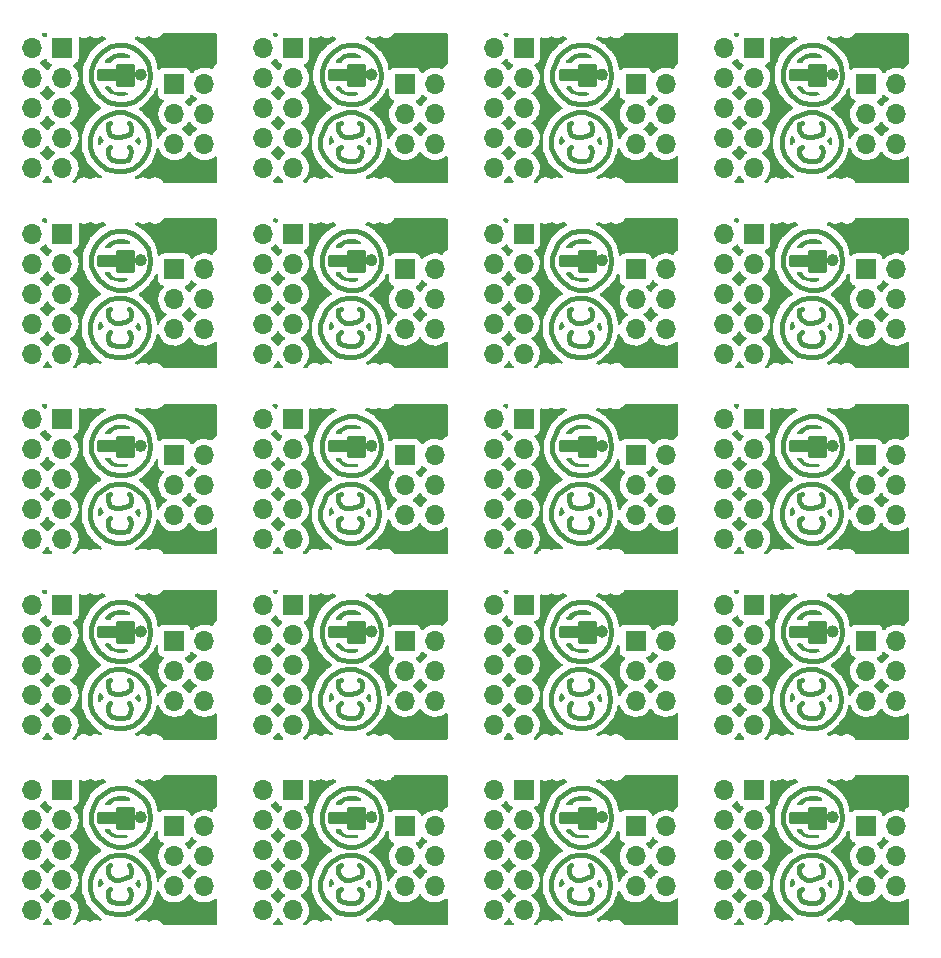
<source format=gbr>
%TF.GenerationSoftware,KiCad,Pcbnew,(6.0.6)*%
%TF.CreationDate,2022-08-19T10:36:32-07:00*%
%TF.ProjectId,panel,70616e65-6c2e-46b6-9963-61645f706362,rev?*%
%TF.SameCoordinates,PXe4e1c0PYe4e1c0*%
%TF.FileFunction,Copper,L2,Bot*%
%TF.FilePolarity,Positive*%
%FSLAX46Y46*%
G04 Gerber Fmt 4.6, Leading zero omitted, Abs format (unit mm)*
G04 Created by KiCad (PCBNEW (6.0.6)) date 2022-08-19 10:36:32*
%MOMM*%
%LPD*%
G01*
G04 APERTURE LIST*
%TA.AperFunction,EtchedComponent*%
%ADD10C,0.381000*%
%TD*%
%TA.AperFunction,ComponentPad*%
%ADD11R,1.700000X1.700000*%
%TD*%
%TA.AperFunction,ComponentPad*%
%ADD12O,1.700000X1.700000*%
%TD*%
G04 APERTURE END LIST*
D10*
%TO.C,REF\u002A\u002A*%
X76422580Y-72626220D02*
X76922960Y-72928480D01*
X73120580Y-74028300D02*
X73422840Y-73426320D01*
X73620960Y-75227180D02*
X73620960Y-74726800D01*
X76620700Y-77127100D02*
X76221920Y-77327760D01*
X73920680Y-72928480D02*
X74621720Y-72527160D01*
X75820600Y-72428100D02*
X76422580Y-72626220D01*
X75520880Y-75727560D02*
X75520880Y-74427080D01*
X76422580Y-75727560D02*
X76422580Y-74226420D01*
X76122860Y-75628500D02*
X76122860Y-74328020D01*
X76221920Y-77327760D02*
X75721540Y-77426820D01*
X75221160Y-75727560D02*
X76422580Y-75727560D01*
X75221160Y-74226420D02*
X75221160Y-75727560D01*
X75820600Y-74427080D02*
X75820600Y-75628500D01*
X76422580Y-74226420D02*
X75221160Y-74226420D01*
X77222680Y-76626720D02*
X76620700Y-77127100D01*
X75122100Y-77426820D02*
X74322000Y-77228700D01*
X75221160Y-72428100D02*
X75820600Y-72428100D01*
X72922460Y-74627740D02*
X73120580Y-74028300D01*
X77921180Y-74927460D02*
X77921180Y-75026520D01*
X77321740Y-74927460D02*
X76922960Y-74927460D01*
X76922960Y-72928480D02*
X77420800Y-73426320D01*
X75122100Y-74927460D02*
X73821620Y-74927460D01*
X73620960Y-74828400D02*
X73620960Y-74627740D01*
X74322000Y-77228700D02*
X73620960Y-76626720D01*
X72922460Y-75427840D02*
X72922460Y-74627740D01*
X77723060Y-73926700D02*
X77822120Y-74328020D01*
X75122100Y-75227180D02*
X73620960Y-75227180D01*
X73422840Y-73426320D02*
X73920680Y-72928480D01*
X77420800Y-73426320D02*
X77723060Y-73926700D01*
X77921180Y-75026520D02*
X77822120Y-75628500D01*
X77822120Y-74328020D02*
X77921180Y-74927460D01*
X73222180Y-76126340D02*
X72922460Y-75427840D01*
X75721540Y-77426820D02*
X75122100Y-77426820D01*
X74621720Y-72527160D02*
X75221160Y-72428100D01*
X77822120Y-75628500D02*
X77621460Y-76126340D01*
X73620960Y-74627740D02*
X75221160Y-74627740D01*
X77621460Y-76126340D02*
X77222680Y-76626720D01*
X73620960Y-76626720D02*
X73222180Y-76126340D01*
X77436746Y-74927460D02*
G75*
G03*
X77436746Y-74927460I-315666J0D01*
G01*
X73510140Y-66605260D02*
X73111360Y-66104880D01*
X72811640Y-65406380D02*
X72811640Y-64606280D01*
X76210160Y-63404860D02*
X76311760Y-63605520D01*
X74211180Y-67207240D02*
X73510140Y-66605260D01*
X76111100Y-67306300D02*
X75610720Y-67405360D01*
X76111100Y-65304780D02*
X76210160Y-65406380D01*
X73809860Y-62907020D02*
X74510900Y-62505700D01*
X75811380Y-64405620D02*
X75311000Y-64507220D01*
X75709780Y-62406640D02*
X76311760Y-62604760D01*
X76509880Y-67105640D02*
X76111100Y-67306300D01*
X76311760Y-62604760D02*
X76812140Y-62907020D01*
X76311760Y-65706100D02*
X76210160Y-66104880D01*
X77612240Y-63905240D02*
X77711300Y-64306560D01*
X77810360Y-65005060D02*
X77711300Y-65607040D01*
X76311760Y-63905240D02*
X76210160Y-64204960D01*
X74711560Y-66407140D02*
X74411840Y-66206480D01*
X73312020Y-63404860D02*
X73809860Y-62907020D01*
X73009760Y-64006840D02*
X73312020Y-63404860D01*
X75610720Y-67405360D02*
X75011280Y-67405360D01*
X74310240Y-63404860D02*
X74510900Y-63305800D01*
X75011280Y-67405360D02*
X74211180Y-67207240D01*
X76311760Y-63605520D02*
X76311760Y-63905240D01*
X77309980Y-63404860D02*
X77612240Y-63905240D01*
X75311000Y-64507220D02*
X74912220Y-64507220D01*
X76012040Y-66407140D02*
X75610720Y-66506200D01*
X76210160Y-65406380D02*
X76311760Y-65706100D01*
X77111860Y-66605260D02*
X76509880Y-67105640D01*
X74310240Y-63707120D02*
X74310240Y-63404860D01*
X72811640Y-64606280D02*
X73009760Y-64006840D01*
X74310240Y-63905240D02*
X74310240Y-63707120D01*
X77810360Y-64906000D02*
X77810360Y-65005060D01*
X74510900Y-62505700D02*
X75110340Y-62406640D01*
X76210160Y-66104880D02*
X76012040Y-66407140D01*
X74310240Y-65906760D02*
X74310240Y-65505440D01*
X73111360Y-66104880D02*
X72811640Y-65406380D01*
X74411840Y-66206480D02*
X74310240Y-65906760D01*
X77711300Y-65607040D02*
X77510640Y-66104880D01*
X75110340Y-62406640D02*
X75709780Y-62406640D01*
X74310240Y-65505440D02*
X74510900Y-65304780D01*
X76812140Y-62907020D02*
X77309980Y-63404860D01*
X75610720Y-66506200D02*
X75211940Y-66506200D01*
X77711300Y-64306560D02*
X77810360Y-64906000D01*
X76210160Y-64204960D02*
X75811380Y-64405620D01*
X75211940Y-66506200D02*
X74711560Y-66407140D01*
X76111100Y-63305800D02*
X76210160Y-63404860D01*
X74912220Y-64507220D02*
X74510900Y-64306560D01*
X77510640Y-66104880D02*
X77111860Y-66605260D01*
X74510900Y-64306560D02*
X74310240Y-63905240D01*
X37158160Y-18956880D02*
X36960040Y-19259140D01*
X35258240Y-16757240D02*
X35258240Y-16559120D01*
X37259760Y-16757240D02*
X37158160Y-17056960D01*
X37259760Y-18558100D02*
X37158160Y-18956880D01*
X34757860Y-15759020D02*
X35458900Y-15357700D01*
X38758360Y-17758000D02*
X38758360Y-17857060D01*
X34260020Y-16256860D02*
X34757860Y-15759020D01*
X36657780Y-15258640D02*
X37259760Y-15456760D01*
X35458900Y-17158560D02*
X35258240Y-16757240D01*
X36558720Y-20257360D02*
X35959280Y-20257360D01*
X35359840Y-19058480D02*
X35258240Y-18758760D01*
X35258240Y-16559120D02*
X35258240Y-16256860D01*
X38758360Y-17857060D02*
X38659300Y-18459040D01*
X37158160Y-16256860D02*
X37259760Y-16457520D01*
X37059100Y-18156780D02*
X37158160Y-18258380D01*
X37259760Y-16457520D02*
X37259760Y-16757240D01*
X37259760Y-15456760D02*
X37760140Y-15759020D01*
X37158160Y-17056960D02*
X36759380Y-17257620D01*
X35659560Y-19259140D02*
X35359840Y-19058480D01*
X37059100Y-16157800D02*
X37158160Y-16256860D01*
X38659300Y-17158560D02*
X38758360Y-17758000D01*
X37059100Y-20158300D02*
X36558720Y-20257360D01*
X35959280Y-20257360D02*
X35159180Y-20059240D01*
X33759640Y-17458280D02*
X33957760Y-16858840D01*
X38059860Y-19457260D02*
X37457880Y-19957640D01*
X36759380Y-17257620D02*
X36259000Y-17359220D01*
X37158160Y-18258380D02*
X37259760Y-18558100D01*
X38560240Y-16757240D02*
X38659300Y-17158560D01*
X38659300Y-18459040D02*
X38458640Y-18956880D01*
X34059360Y-18956880D02*
X33759640Y-18258380D01*
X36058340Y-15258640D02*
X36657780Y-15258640D01*
X36558720Y-19358200D02*
X36159940Y-19358200D01*
X37760140Y-15759020D02*
X38257980Y-16256860D01*
X33957760Y-16858840D02*
X34260020Y-16256860D01*
X37457880Y-19957640D02*
X37059100Y-20158300D01*
X33759640Y-18258380D02*
X33759640Y-17458280D01*
X36159940Y-19358200D02*
X35659560Y-19259140D01*
X35860220Y-17359220D02*
X35458900Y-17158560D01*
X35258240Y-16256860D02*
X35458900Y-16157800D01*
X38257980Y-16256860D02*
X38560240Y-16757240D01*
X35258240Y-18758760D02*
X35258240Y-18357440D01*
X35458900Y-15357700D02*
X36058340Y-15258640D01*
X34458140Y-19457260D02*
X34059360Y-18956880D01*
X36960040Y-19259140D02*
X36558720Y-19358200D01*
X38458640Y-18956880D02*
X38059860Y-19457260D01*
X35258240Y-18357440D02*
X35458900Y-18156780D01*
X36259000Y-17359220D02*
X35860220Y-17359220D01*
X35159180Y-20059240D02*
X34458140Y-19457260D01*
X38560240Y-32473240D02*
X38659300Y-32874560D01*
X37158160Y-34672880D02*
X36960040Y-34975140D01*
X36558720Y-35973360D02*
X35959280Y-35973360D01*
X35258240Y-34073440D02*
X35458900Y-33872780D01*
X33759640Y-33974380D02*
X33759640Y-33174280D01*
X36558720Y-35074200D02*
X36159940Y-35074200D01*
X35860220Y-33075220D02*
X35458900Y-32874560D01*
X37059100Y-35874300D02*
X36558720Y-35973360D01*
X33759640Y-33174280D02*
X33957760Y-32574840D01*
X38659300Y-34175040D02*
X38458640Y-34672880D01*
X35359840Y-34774480D02*
X35258240Y-34474760D01*
X36759380Y-32973620D02*
X36259000Y-33075220D01*
X35959280Y-35973360D02*
X35159180Y-35775240D01*
X35458900Y-31073700D02*
X36058340Y-30974640D01*
X37259760Y-34274100D02*
X37158160Y-34672880D01*
X37158160Y-33974380D02*
X37259760Y-34274100D01*
X38257980Y-31972860D02*
X38560240Y-32473240D01*
X36259000Y-33075220D02*
X35860220Y-33075220D01*
X35258240Y-34474760D02*
X35258240Y-34073440D01*
X33957760Y-32574840D02*
X34260020Y-31972860D01*
X35258240Y-32275120D02*
X35258240Y-31972860D01*
X34059360Y-34672880D02*
X33759640Y-33974380D01*
X36657780Y-30974640D02*
X37259760Y-31172760D01*
X37158160Y-31972860D02*
X37259760Y-32173520D01*
X37259760Y-32473240D02*
X37158160Y-32772960D01*
X37259760Y-32173520D02*
X37259760Y-32473240D01*
X36159940Y-35074200D02*
X35659560Y-34975140D01*
X38059860Y-35173260D02*
X37457880Y-35673640D01*
X35659560Y-34975140D02*
X35359840Y-34774480D01*
X37457880Y-35673640D02*
X37059100Y-35874300D01*
X37760140Y-31475020D02*
X38257980Y-31972860D01*
X35258240Y-32473240D02*
X35258240Y-32275120D01*
X37259760Y-31172760D02*
X37760140Y-31475020D01*
X35458900Y-32874560D02*
X35258240Y-32473240D01*
X36960040Y-34975140D02*
X36558720Y-35074200D01*
X37158160Y-32772960D02*
X36759380Y-32973620D01*
X38758360Y-33474000D02*
X38758360Y-33573060D01*
X36058340Y-30974640D02*
X36657780Y-30974640D01*
X37059100Y-33872780D02*
X37158160Y-33974380D01*
X35258240Y-31972860D02*
X35458900Y-31873800D01*
X38458640Y-34672880D02*
X38059860Y-35173260D01*
X34458140Y-35173260D02*
X34059360Y-34672880D01*
X37059100Y-31873800D02*
X37158160Y-31972860D01*
X35159180Y-35775240D02*
X34458140Y-35173260D01*
X38659300Y-32874560D02*
X38758360Y-33474000D01*
X34757860Y-31475020D02*
X35458900Y-31073700D01*
X38758360Y-33573060D02*
X38659300Y-34175040D01*
X34260020Y-31972860D02*
X34757860Y-31475020D01*
X74310240Y-16757240D02*
X74310240Y-16559120D01*
X74310240Y-18357440D02*
X74510900Y-18156780D01*
X73009760Y-16858840D02*
X73312020Y-16256860D01*
X75211940Y-19358200D02*
X74711560Y-19259140D01*
X74310240Y-16256860D02*
X74510900Y-16157800D01*
X77510640Y-18956880D02*
X77111860Y-19457260D01*
X76111100Y-18156780D02*
X76210160Y-18258380D01*
X74510900Y-17158560D02*
X74310240Y-16757240D01*
X75610720Y-19358200D02*
X75211940Y-19358200D01*
X76509880Y-19957640D02*
X76111100Y-20158300D01*
X74510900Y-15357700D02*
X75110340Y-15258640D01*
X76210160Y-18258380D02*
X76311760Y-18558100D01*
X75311000Y-17359220D02*
X74912220Y-17359220D01*
X76111100Y-20158300D02*
X75610720Y-20257360D01*
X76111100Y-16157800D02*
X76210160Y-16256860D01*
X77810360Y-17758000D02*
X77810360Y-17857060D01*
X77309980Y-16256860D02*
X77612240Y-16757240D01*
X74411840Y-19058480D02*
X74310240Y-18758760D01*
X76210160Y-17056960D02*
X75811380Y-17257620D01*
X77612240Y-16757240D02*
X77711300Y-17158560D01*
X72811640Y-18258380D02*
X72811640Y-17458280D01*
X76012040Y-19259140D02*
X75610720Y-19358200D01*
X73510140Y-19457260D02*
X73111360Y-18956880D01*
X75709780Y-15258640D02*
X76311760Y-15456760D01*
X76210160Y-18956880D02*
X76012040Y-19259140D01*
X73809860Y-15759020D02*
X74510900Y-15357700D01*
X75011280Y-20257360D02*
X74211180Y-20059240D01*
X74711560Y-19259140D02*
X74411840Y-19058480D01*
X74310240Y-18758760D02*
X74310240Y-18357440D01*
X75110340Y-15258640D02*
X75709780Y-15258640D01*
X76210160Y-16256860D02*
X76311760Y-16457520D01*
X74310240Y-16559120D02*
X74310240Y-16256860D01*
X72811640Y-17458280D02*
X73009760Y-16858840D01*
X75811380Y-17257620D02*
X75311000Y-17359220D01*
X74211180Y-20059240D02*
X73510140Y-19457260D01*
X73312020Y-16256860D02*
X73809860Y-15759020D01*
X75610720Y-20257360D02*
X75011280Y-20257360D01*
X74912220Y-17359220D02*
X74510900Y-17158560D01*
X76311760Y-18558100D02*
X76210160Y-18956880D01*
X77711300Y-17158560D02*
X77810360Y-17758000D01*
X76311760Y-16457520D02*
X76311760Y-16757240D01*
X76311760Y-15456760D02*
X76812140Y-15759020D01*
X77111860Y-19457260D02*
X76509880Y-19957640D01*
X77711300Y-18459040D02*
X77510640Y-18956880D01*
X73111360Y-18956880D02*
X72811640Y-18258380D01*
X76812140Y-15759020D02*
X77309980Y-16256860D01*
X76311760Y-16757240D02*
X76210160Y-17056960D01*
X77810360Y-17857060D02*
X77711300Y-18459040D01*
X56785760Y-79321520D02*
X56785760Y-79621240D01*
X53285640Y-80322280D02*
X53483760Y-79722840D01*
X55185560Y-82123140D02*
X54885840Y-81922480D01*
X53984140Y-82321260D02*
X53585360Y-81820880D01*
X55485280Y-83121360D02*
X54685180Y-82923240D01*
X54283860Y-78623020D02*
X54984900Y-78221700D01*
X56585100Y-79021800D02*
X56684160Y-79120860D01*
X53483760Y-79722840D02*
X53786020Y-79120860D01*
X55386220Y-80223220D02*
X54984900Y-80022560D01*
X56084720Y-82222200D02*
X55685940Y-82222200D01*
X56585100Y-81020780D02*
X56684160Y-81122380D01*
X54784240Y-79621240D02*
X54784240Y-79423120D01*
X57783980Y-79120860D02*
X58086240Y-79621240D01*
X56785760Y-81422100D02*
X56684160Y-81820880D01*
X58284360Y-80622000D02*
X58284360Y-80721060D01*
X56684160Y-79920960D02*
X56285380Y-80121620D01*
X54885840Y-81922480D02*
X54784240Y-81622760D01*
X54685180Y-82923240D02*
X53984140Y-82321260D01*
X56285380Y-80121620D02*
X55785000Y-80223220D01*
X58185300Y-81323040D02*
X57984640Y-81820880D01*
X57585860Y-82321260D02*
X56983880Y-82821640D01*
X56684160Y-81820880D02*
X56486040Y-82123140D01*
X55685940Y-82222200D02*
X55185560Y-82123140D01*
X57984640Y-81820880D02*
X57585860Y-82321260D01*
X54784240Y-81221440D02*
X54984900Y-81020780D01*
X56585100Y-83022300D02*
X56084720Y-83121360D01*
X56684160Y-81122380D02*
X56785760Y-81422100D01*
X54784240Y-79120860D02*
X54984900Y-79021800D01*
X55785000Y-80223220D02*
X55386220Y-80223220D01*
X56785760Y-79621240D02*
X56684160Y-79920960D01*
X58185300Y-80022560D02*
X58284360Y-80622000D01*
X54784240Y-79423120D02*
X54784240Y-79120860D01*
X54984900Y-78221700D02*
X55584340Y-78122640D01*
X56785760Y-78320760D02*
X57286140Y-78623020D01*
X56983880Y-82821640D02*
X56585100Y-83022300D01*
X56183780Y-78122640D02*
X56785760Y-78320760D01*
X56486040Y-82123140D02*
X56084720Y-82222200D01*
X53786020Y-79120860D02*
X54283860Y-78623020D01*
X53585360Y-81820880D02*
X53285640Y-81122380D01*
X54984900Y-80022560D02*
X54784240Y-79621240D01*
X58284360Y-80721060D02*
X58185300Y-81323040D01*
X56684160Y-79120860D02*
X56785760Y-79321520D01*
X57286140Y-78623020D02*
X57783980Y-79120860D01*
X58086240Y-79621240D02*
X58185300Y-80022560D01*
X55584340Y-78122640D02*
X56183780Y-78122640D01*
X53285640Y-81122380D02*
X53285640Y-80322280D01*
X54784240Y-81622760D02*
X54784240Y-81221440D01*
X56084720Y-83121360D02*
X55485280Y-83121360D01*
X15633180Y-20059240D02*
X14932140Y-19457260D01*
X15732240Y-18357440D02*
X15932900Y-18156780D01*
X17533100Y-20158300D02*
X17032720Y-20257360D01*
X15732240Y-16559120D02*
X15732240Y-16256860D01*
X19133300Y-18459040D02*
X18932640Y-18956880D01*
X17733760Y-18558100D02*
X17632160Y-18956880D01*
X14734020Y-16256860D02*
X15231860Y-15759020D01*
X18731980Y-16256860D02*
X19034240Y-16757240D01*
X14431760Y-16858840D02*
X14734020Y-16256860D01*
X15833840Y-19058480D02*
X15732240Y-18758760D01*
X17632160Y-16256860D02*
X17733760Y-16457520D01*
X17131780Y-15258640D02*
X17733760Y-15456760D01*
X15732240Y-16757240D02*
X15732240Y-16559120D01*
X17533100Y-16157800D02*
X17632160Y-16256860D01*
X17733760Y-16457520D02*
X17733760Y-16757240D01*
X14932140Y-19457260D02*
X14533360Y-18956880D01*
X19133300Y-17158560D02*
X19232360Y-17758000D01*
X19232360Y-17758000D02*
X19232360Y-17857060D01*
X15732240Y-16256860D02*
X15932900Y-16157800D01*
X16433280Y-20257360D02*
X15633180Y-20059240D01*
X15932900Y-17158560D02*
X15732240Y-16757240D01*
X17733760Y-16757240D02*
X17632160Y-17056960D01*
X17434040Y-19259140D02*
X17032720Y-19358200D01*
X15231860Y-15759020D02*
X15932900Y-15357700D01*
X16633940Y-19358200D02*
X16133560Y-19259140D01*
X17632160Y-18956880D02*
X17434040Y-19259140D01*
X17032720Y-19358200D02*
X16633940Y-19358200D01*
X14533360Y-18956880D02*
X14233640Y-18258380D01*
X18234140Y-15759020D02*
X18731980Y-16256860D01*
X15932900Y-15357700D02*
X16532340Y-15258640D01*
X16532340Y-15258640D02*
X17131780Y-15258640D01*
X17533100Y-18156780D02*
X17632160Y-18258380D01*
X17632160Y-17056960D02*
X17233380Y-17257620D01*
X18932640Y-18956880D02*
X18533860Y-19457260D01*
X19034240Y-16757240D02*
X19133300Y-17158560D01*
X17931880Y-19957640D02*
X17533100Y-20158300D01*
X17233380Y-17257620D02*
X16733000Y-17359220D01*
X16133560Y-19259140D02*
X15833840Y-19058480D01*
X17632160Y-18258380D02*
X17733760Y-18558100D01*
X17733760Y-15456760D02*
X18234140Y-15759020D01*
X19232360Y-17857060D02*
X19133300Y-18459040D01*
X16733000Y-17359220D02*
X16334220Y-17359220D01*
X14233640Y-18258380D02*
X14233640Y-17458280D01*
X16334220Y-17359220D02*
X15932900Y-17158560D01*
X14233640Y-17458280D02*
X14431760Y-16858840D01*
X17032720Y-20257360D02*
X16433280Y-20257360D01*
X15732240Y-18758760D02*
X15732240Y-18357440D01*
X18533860Y-19457260D02*
X17931880Y-19957640D01*
X56294600Y-58711080D02*
X56294600Y-59912500D01*
X53696180Y-60410340D02*
X53396460Y-59711840D01*
X58395180Y-59211460D02*
X58395180Y-59310520D01*
X58296120Y-59912500D02*
X58095460Y-60410340D01*
X57894800Y-57710320D02*
X58197060Y-58210700D01*
X57696680Y-60910720D02*
X57094700Y-61411100D01*
X55596100Y-59511180D02*
X54094960Y-59511180D01*
X53896840Y-57710320D02*
X54394680Y-57212480D01*
X55596100Y-61710820D02*
X54796000Y-61512700D01*
X58095460Y-60410340D02*
X57696680Y-60910720D01*
X57396960Y-57212480D02*
X57894800Y-57710320D01*
X57094700Y-61411100D02*
X56695920Y-61611760D01*
X58197060Y-58210700D02*
X58296120Y-58612020D01*
X54094960Y-59511180D02*
X54094960Y-59010800D01*
X56294600Y-56712100D02*
X56896580Y-56910220D01*
X57795740Y-59211460D02*
X57396960Y-59211460D01*
X58395180Y-59310520D02*
X58296120Y-59912500D01*
X56896580Y-60011560D02*
X56896580Y-58510420D01*
X55596100Y-59211460D02*
X54295620Y-59211460D01*
X54094960Y-59112400D02*
X54094960Y-58911740D01*
X55695160Y-58510420D02*
X55695160Y-60011560D01*
X54094960Y-60910720D02*
X53696180Y-60410340D01*
X55695160Y-60011560D02*
X56896580Y-60011560D01*
X53396460Y-59711840D02*
X53396460Y-58911740D01*
X55695160Y-56712100D02*
X56294600Y-56712100D01*
X53594580Y-58312300D02*
X53896840Y-57710320D01*
X56195540Y-61710820D02*
X55596100Y-61710820D01*
X56695920Y-61611760D02*
X56195540Y-61710820D01*
X54796000Y-61512700D02*
X54094960Y-60910720D01*
X56896580Y-58510420D02*
X55695160Y-58510420D01*
X54094960Y-58911740D02*
X55695160Y-58911740D01*
X53396460Y-58911740D02*
X53594580Y-58312300D01*
X56596860Y-59912500D02*
X56596860Y-58612020D01*
X55994880Y-60011560D02*
X55994880Y-58711080D01*
X56896580Y-56910220D02*
X57396960Y-57212480D01*
X58296120Y-58612020D02*
X58395180Y-59211460D01*
X55095720Y-56811160D02*
X55695160Y-56712100D01*
X54394680Y-57212480D02*
X55095720Y-56811160D01*
X57910746Y-59211460D02*
G75*
G03*
X57910746Y-59211460I-315666J0D01*
G01*
X77921180Y-43495460D02*
X77921180Y-43594520D01*
X73620960Y-45194720D02*
X73222180Y-44694340D01*
X77420800Y-41994320D02*
X77723060Y-42494700D01*
X77222680Y-45194720D02*
X76620700Y-45695100D01*
X77822120Y-44196500D02*
X77621460Y-44694340D01*
X74621720Y-41095160D02*
X75221160Y-40996100D01*
X73620960Y-43795180D02*
X73620960Y-43294800D01*
X72922460Y-43995840D02*
X72922460Y-43195740D01*
X75221160Y-42794420D02*
X75221160Y-44295560D01*
X76422580Y-41194220D02*
X76922960Y-41496480D01*
X76422580Y-42794420D02*
X75221160Y-42794420D01*
X75221160Y-40996100D02*
X75820600Y-40996100D01*
X75520880Y-44295560D02*
X75520880Y-42995080D01*
X76422580Y-44295560D02*
X76422580Y-42794420D01*
X73422840Y-41994320D02*
X73920680Y-41496480D01*
X75820600Y-40996100D02*
X76422580Y-41194220D01*
X77921180Y-43594520D02*
X77822120Y-44196500D01*
X76122860Y-44196500D02*
X76122860Y-42896020D01*
X75122100Y-45994820D02*
X74322000Y-45796700D01*
X75221160Y-44295560D02*
X76422580Y-44295560D01*
X73120580Y-42596300D02*
X73422840Y-41994320D01*
X74322000Y-45796700D02*
X73620960Y-45194720D01*
X77321740Y-43495460D02*
X76922960Y-43495460D01*
X75122100Y-43495460D02*
X73821620Y-43495460D01*
X77822120Y-42896020D02*
X77921180Y-43495460D01*
X76620700Y-45695100D02*
X76221920Y-45895760D01*
X75721540Y-45994820D02*
X75122100Y-45994820D01*
X75122100Y-43795180D02*
X73620960Y-43795180D01*
X73620960Y-43396400D02*
X73620960Y-43195740D01*
X76221920Y-45895760D02*
X75721540Y-45994820D01*
X72922460Y-43195740D02*
X73120580Y-42596300D01*
X77723060Y-42494700D02*
X77822120Y-42896020D01*
X73620960Y-43195740D02*
X75221160Y-43195740D01*
X73920680Y-41496480D02*
X74621720Y-41095160D01*
X77621460Y-44694340D02*
X77222680Y-45194720D01*
X76922960Y-41496480D02*
X77420800Y-41994320D01*
X75820600Y-42995080D02*
X75820600Y-44196500D01*
X73222180Y-44694340D02*
X72922460Y-43995840D01*
X77436746Y-43495460D02*
G75*
G03*
X77436746Y-43495460I-315666J0D01*
G01*
X56294600Y-74427080D02*
X56294600Y-75628500D01*
X57795740Y-74927460D02*
X57396960Y-74927460D01*
X54796000Y-77228700D02*
X54094960Y-76626720D01*
X53396460Y-75427840D02*
X53396460Y-74627740D01*
X53896840Y-73426320D02*
X54394680Y-72928480D01*
X53396460Y-74627740D02*
X53594580Y-74028300D01*
X57094700Y-77127100D02*
X56695920Y-77327760D01*
X54094960Y-75227180D02*
X54094960Y-74726800D01*
X54394680Y-72928480D02*
X55095720Y-72527160D01*
X56596860Y-75628500D02*
X56596860Y-74328020D01*
X54094960Y-74627740D02*
X55695160Y-74627740D01*
X54094960Y-74828400D02*
X54094960Y-74627740D01*
X56294600Y-72428100D02*
X56896580Y-72626220D01*
X57894800Y-73426320D02*
X58197060Y-73926700D01*
X55596100Y-77426820D02*
X54796000Y-77228700D01*
X56896580Y-74226420D02*
X55695160Y-74226420D01*
X58296120Y-74328020D02*
X58395180Y-74927460D01*
X55095720Y-72527160D02*
X55695160Y-72428100D01*
X53696180Y-76126340D02*
X53396460Y-75427840D01*
X56695920Y-77327760D02*
X56195540Y-77426820D01*
X55695160Y-75727560D02*
X56896580Y-75727560D01*
X58395180Y-75026520D02*
X58296120Y-75628500D01*
X57396960Y-72928480D02*
X57894800Y-73426320D01*
X58395180Y-74927460D02*
X58395180Y-75026520D01*
X53594580Y-74028300D02*
X53896840Y-73426320D01*
X58296120Y-75628500D02*
X58095460Y-76126340D01*
X55596100Y-74927460D02*
X54295620Y-74927460D01*
X55695160Y-72428100D02*
X56294600Y-72428100D01*
X57696680Y-76626720D02*
X57094700Y-77127100D01*
X56195540Y-77426820D02*
X55596100Y-77426820D01*
X55596100Y-75227180D02*
X54094960Y-75227180D01*
X54094960Y-76626720D02*
X53696180Y-76126340D01*
X55994880Y-75727560D02*
X55994880Y-74427080D01*
X55695160Y-74226420D02*
X55695160Y-75727560D01*
X56896580Y-72626220D02*
X57396960Y-72928480D01*
X56896580Y-75727560D02*
X56896580Y-74226420D01*
X58095460Y-76126340D02*
X57696680Y-76626720D01*
X58197060Y-73926700D02*
X58296120Y-74328020D01*
X57910746Y-74927460D02*
G75*
G03*
X57910746Y-74927460I-315666J0D01*
G01*
X35258240Y-63905240D02*
X35258240Y-63707120D01*
X35458900Y-64306560D02*
X35258240Y-63905240D01*
X35458900Y-62505700D02*
X36058340Y-62406640D01*
X37158160Y-64204960D02*
X36759380Y-64405620D01*
X33759640Y-65406380D02*
X33759640Y-64606280D01*
X38560240Y-63905240D02*
X38659300Y-64306560D01*
X37259760Y-63605520D02*
X37259760Y-63905240D01*
X35258240Y-63404860D02*
X35458900Y-63305800D01*
X37259760Y-62604760D02*
X37760140Y-62907020D01*
X36259000Y-64507220D02*
X35860220Y-64507220D01*
X38659300Y-65607040D02*
X38458640Y-66104880D01*
X37457880Y-67105640D02*
X37059100Y-67306300D01*
X34757860Y-62907020D02*
X35458900Y-62505700D01*
X36058340Y-62406640D02*
X36657780Y-62406640D01*
X37158160Y-66104880D02*
X36960040Y-66407140D01*
X35959280Y-67405360D02*
X35159180Y-67207240D01*
X36558720Y-66506200D02*
X36159940Y-66506200D01*
X38758360Y-64906000D02*
X38758360Y-65005060D01*
X35860220Y-64507220D02*
X35458900Y-64306560D01*
X37760140Y-62907020D02*
X38257980Y-63404860D01*
X37158160Y-63404860D02*
X37259760Y-63605520D01*
X36759380Y-64405620D02*
X36259000Y-64507220D01*
X35258240Y-65906760D02*
X35258240Y-65505440D01*
X37059100Y-67306300D02*
X36558720Y-67405360D01*
X38458640Y-66104880D02*
X38059860Y-66605260D01*
X38659300Y-64306560D02*
X38758360Y-64906000D01*
X35659560Y-66407140D02*
X35359840Y-66206480D01*
X37259760Y-65706100D02*
X37158160Y-66104880D01*
X35258240Y-63707120D02*
X35258240Y-63404860D01*
X37259760Y-63905240D02*
X37158160Y-64204960D01*
X36960040Y-66407140D02*
X36558720Y-66506200D01*
X33759640Y-64606280D02*
X33957760Y-64006840D01*
X38257980Y-63404860D02*
X38560240Y-63905240D01*
X37158160Y-65406380D02*
X37259760Y-65706100D01*
X34458140Y-66605260D02*
X34059360Y-66104880D01*
X36558720Y-67405360D02*
X35959280Y-67405360D01*
X37059100Y-63305800D02*
X37158160Y-63404860D01*
X34260020Y-63404860D02*
X34757860Y-62907020D01*
X33957760Y-64006840D02*
X34260020Y-63404860D01*
X37059100Y-65304780D02*
X37158160Y-65406380D01*
X36657780Y-62406640D02*
X37259760Y-62604760D01*
X35359840Y-66206480D02*
X35258240Y-65906760D01*
X36159940Y-66506200D02*
X35659560Y-66407140D01*
X35159180Y-67207240D02*
X34458140Y-66605260D01*
X38059860Y-66605260D02*
X37457880Y-67105640D01*
X38758360Y-65005060D02*
X38659300Y-65607040D01*
X35258240Y-65505440D02*
X35458900Y-65304780D01*
X34059360Y-66104880D02*
X33759640Y-65406380D01*
X56684160Y-18956880D02*
X56486040Y-19259140D01*
X57286140Y-15759020D02*
X57783980Y-16256860D01*
X56684160Y-17056960D02*
X56285380Y-17257620D01*
X54283860Y-15759020D02*
X54984900Y-15357700D01*
X58284360Y-17857060D02*
X58185300Y-18459040D01*
X55386220Y-17359220D02*
X54984900Y-17158560D01*
X55584340Y-15258640D02*
X56183780Y-15258640D01*
X53585360Y-18956880D02*
X53285640Y-18258380D01*
X58185300Y-18459040D02*
X57984640Y-18956880D01*
X54784240Y-16256860D02*
X54984900Y-16157800D01*
X56285380Y-17257620D02*
X55785000Y-17359220D01*
X55685940Y-19358200D02*
X55185560Y-19259140D01*
X56785760Y-16457520D02*
X56785760Y-16757240D01*
X58284360Y-17758000D02*
X58284360Y-17857060D01*
X56084720Y-19358200D02*
X55685940Y-19358200D01*
X57984640Y-18956880D02*
X57585860Y-19457260D01*
X53483760Y-16858840D02*
X53786020Y-16256860D01*
X57783980Y-16256860D02*
X58086240Y-16757240D01*
X53786020Y-16256860D02*
X54283860Y-15759020D01*
X54784240Y-16559120D02*
X54784240Y-16256860D01*
X55185560Y-19259140D02*
X54885840Y-19058480D01*
X54984900Y-17158560D02*
X54784240Y-16757240D01*
X56785760Y-15456760D02*
X57286140Y-15759020D01*
X53984140Y-19457260D02*
X53585360Y-18956880D01*
X57585860Y-19457260D02*
X56983880Y-19957640D01*
X58185300Y-17158560D02*
X58284360Y-17758000D01*
X53285640Y-18258380D02*
X53285640Y-17458280D01*
X54784240Y-18357440D02*
X54984900Y-18156780D01*
X56684160Y-18258380D02*
X56785760Y-18558100D01*
X56785760Y-18558100D02*
X56684160Y-18956880D01*
X54784240Y-18758760D02*
X54784240Y-18357440D01*
X54885840Y-19058480D02*
X54784240Y-18758760D01*
X56585100Y-18156780D02*
X56684160Y-18258380D01*
X56585100Y-20158300D02*
X56084720Y-20257360D01*
X54984900Y-15357700D02*
X55584340Y-15258640D01*
X56084720Y-20257360D02*
X55485280Y-20257360D01*
X54784240Y-16757240D02*
X54784240Y-16559120D01*
X55485280Y-20257360D02*
X54685180Y-20059240D01*
X58086240Y-16757240D02*
X58185300Y-17158560D01*
X56684160Y-16256860D02*
X56785760Y-16457520D01*
X56486040Y-19259140D02*
X56084720Y-19358200D01*
X56983880Y-19957640D02*
X56585100Y-20158300D01*
X55785000Y-17359220D02*
X55386220Y-17359220D01*
X56585100Y-16157800D02*
X56684160Y-16256860D01*
X53285640Y-17458280D02*
X53483760Y-16858840D01*
X56183780Y-15258640D02*
X56785760Y-15456760D01*
X56785760Y-16757240D02*
X56684160Y-17056960D01*
X54685180Y-20059240D02*
X53984140Y-19457260D01*
X37169920Y-77327760D02*
X36669540Y-77426820D01*
X33870460Y-74627740D02*
X34068580Y-74028300D01*
X36070100Y-77426820D02*
X35270000Y-77228700D01*
X38770120Y-75628500D02*
X38569460Y-76126340D01*
X36169160Y-75727560D02*
X37370580Y-75727560D01*
X38770120Y-74328020D02*
X38869180Y-74927460D01*
X34868680Y-72928480D02*
X35569720Y-72527160D01*
X38869180Y-74927460D02*
X38869180Y-75026520D01*
X37370580Y-74226420D02*
X36169160Y-74226420D01*
X36070100Y-74927460D02*
X34769620Y-74927460D01*
X36669540Y-77426820D02*
X36070100Y-77426820D01*
X38170680Y-76626720D02*
X37568700Y-77127100D01*
X34568960Y-76626720D02*
X34170180Y-76126340D01*
X33870460Y-75427840D02*
X33870460Y-74627740D01*
X34068580Y-74028300D02*
X34370840Y-73426320D01*
X37870960Y-72928480D02*
X38368800Y-73426320D01*
X38269740Y-74927460D02*
X37870960Y-74927460D01*
X38869180Y-75026520D02*
X38770120Y-75628500D01*
X36468880Y-75727560D02*
X36468880Y-74427080D01*
X37568700Y-77127100D02*
X37169920Y-77327760D01*
X34568960Y-75227180D02*
X34568960Y-74726800D01*
X34568960Y-74828400D02*
X34568960Y-74627740D01*
X36768600Y-74427080D02*
X36768600Y-75628500D01*
X38569460Y-76126340D02*
X38170680Y-76626720D01*
X36169160Y-72428100D02*
X36768600Y-72428100D01*
X34370840Y-73426320D02*
X34868680Y-72928480D01*
X35569720Y-72527160D02*
X36169160Y-72428100D01*
X38368800Y-73426320D02*
X38671060Y-73926700D01*
X37370580Y-72626220D02*
X37870960Y-72928480D01*
X37370580Y-75727560D02*
X37370580Y-74226420D01*
X34568960Y-74627740D02*
X36169160Y-74627740D01*
X36070100Y-75227180D02*
X34568960Y-75227180D01*
X36768600Y-72428100D02*
X37370580Y-72626220D01*
X36169160Y-74226420D02*
X36169160Y-75727560D01*
X38671060Y-73926700D02*
X38770120Y-74328020D01*
X37070860Y-75628500D02*
X37070860Y-74328020D01*
X35270000Y-77228700D02*
X34568960Y-76626720D01*
X34170180Y-76126340D02*
X33870460Y-75427840D01*
X38384746Y-74927460D02*
G75*
G03*
X38384746Y-74927460I-315666J0D01*
G01*
X17434040Y-34975140D02*
X17032720Y-35074200D01*
X17733760Y-32473240D02*
X17632160Y-32772960D01*
X17233380Y-32973620D02*
X16733000Y-33075220D01*
X19133300Y-34175040D02*
X18932640Y-34672880D01*
X15932900Y-31073700D02*
X16532340Y-30974640D01*
X17733760Y-32173520D02*
X17733760Y-32473240D01*
X14932140Y-35173260D02*
X14533360Y-34672880D01*
X19034240Y-32473240D02*
X19133300Y-32874560D01*
X17533100Y-35874300D02*
X17032720Y-35973360D01*
X18234140Y-31475020D02*
X18731980Y-31972860D01*
X15833840Y-34774480D02*
X15732240Y-34474760D01*
X17533100Y-31873800D02*
X17632160Y-31972860D01*
X17931880Y-35673640D02*
X17533100Y-35874300D01*
X16334220Y-33075220D02*
X15932900Y-32874560D01*
X17032720Y-35973360D02*
X16433280Y-35973360D01*
X17632160Y-34672880D02*
X17434040Y-34975140D01*
X18533860Y-35173260D02*
X17931880Y-35673640D01*
X15732240Y-31972860D02*
X15932900Y-31873800D01*
X14233640Y-33174280D02*
X14431760Y-32574840D01*
X17632160Y-31972860D02*
X17733760Y-32173520D01*
X16633940Y-35074200D02*
X16133560Y-34975140D01*
X17733760Y-31172760D02*
X18234140Y-31475020D01*
X15732240Y-32275120D02*
X15732240Y-31972860D01*
X15231860Y-31475020D02*
X15932900Y-31073700D01*
X17533100Y-33872780D02*
X17632160Y-33974380D01*
X16532340Y-30974640D02*
X17131780Y-30974640D01*
X15633180Y-35775240D02*
X14932140Y-35173260D01*
X17632160Y-33974380D02*
X17733760Y-34274100D01*
X15732240Y-34073440D02*
X15932900Y-33872780D01*
X19232360Y-33474000D02*
X19232360Y-33573060D01*
X16133560Y-34975140D02*
X15833840Y-34774480D01*
X17733760Y-34274100D02*
X17632160Y-34672880D01*
X19133300Y-32874560D02*
X19232360Y-33474000D01*
X19232360Y-33573060D02*
X19133300Y-34175040D01*
X17032720Y-35074200D02*
X16633940Y-35074200D01*
X18932640Y-34672880D02*
X18533860Y-35173260D01*
X15932900Y-32874560D02*
X15732240Y-32473240D01*
X17632160Y-32772960D02*
X17233380Y-32973620D01*
X16433280Y-35973360D02*
X15633180Y-35775240D01*
X18731980Y-31972860D02*
X19034240Y-32473240D01*
X17131780Y-30974640D02*
X17733760Y-31172760D01*
X14533360Y-34672880D02*
X14233640Y-33974380D01*
X15732240Y-34474760D02*
X15732240Y-34073440D01*
X15732240Y-32473240D02*
X15732240Y-32275120D01*
X14431760Y-32574840D02*
X14734020Y-31972860D01*
X14233640Y-33974380D02*
X14233640Y-33174280D01*
X14734020Y-31972860D02*
X15231860Y-31475020D01*
X16733000Y-33075220D02*
X16334220Y-33075220D01*
X17143540Y-45994820D02*
X16544100Y-45994820D01*
X16643160Y-44295560D02*
X17844580Y-44295560D01*
X18042700Y-45695100D02*
X17643920Y-45895760D01*
X18743740Y-43495460D02*
X18344960Y-43495460D01*
X14844840Y-41994320D02*
X15342680Y-41496480D01*
X16043720Y-41095160D02*
X16643160Y-40996100D01*
X17844580Y-44295560D02*
X17844580Y-42794420D01*
X15042960Y-43396400D02*
X15042960Y-43195740D01*
X19343180Y-43594520D02*
X19244120Y-44196500D01*
X17242600Y-40996100D02*
X17844580Y-41194220D01*
X17242600Y-42995080D02*
X17242600Y-44196500D01*
X14542580Y-42596300D02*
X14844840Y-41994320D01*
X15342680Y-41496480D02*
X16043720Y-41095160D01*
X16643160Y-42794420D02*
X16643160Y-44295560D01*
X18842800Y-41994320D02*
X19145060Y-42494700D01*
X19043460Y-44694340D02*
X18644680Y-45194720D01*
X16643160Y-40996100D02*
X17242600Y-40996100D01*
X17544860Y-44196500D02*
X17544860Y-42896020D01*
X15042960Y-45194720D02*
X14644180Y-44694340D01*
X18344960Y-41496480D02*
X18842800Y-41994320D01*
X17643920Y-45895760D02*
X17143540Y-45994820D01*
X19145060Y-42494700D02*
X19244120Y-42896020D01*
X19244120Y-42896020D02*
X19343180Y-43495460D01*
X15744000Y-45796700D02*
X15042960Y-45194720D01*
X19244120Y-44196500D02*
X19043460Y-44694340D01*
X15042960Y-43795180D02*
X15042960Y-43294800D01*
X15042960Y-43195740D02*
X16643160Y-43195740D01*
X16544100Y-43495460D02*
X15243620Y-43495460D01*
X16942880Y-44295560D02*
X16942880Y-42995080D01*
X14644180Y-44694340D02*
X14344460Y-43995840D01*
X14344460Y-43195740D02*
X14542580Y-42596300D01*
X16544100Y-45994820D02*
X15744000Y-45796700D01*
X19343180Y-43495460D02*
X19343180Y-43594520D01*
X17844580Y-42794420D02*
X16643160Y-42794420D01*
X18644680Y-45194720D02*
X18042700Y-45695100D01*
X14344460Y-43995840D02*
X14344460Y-43195740D01*
X17844580Y-41194220D02*
X18344960Y-41496480D01*
X16544100Y-43795180D02*
X15042960Y-43795180D01*
X18858746Y-43495460D02*
G75*
G03*
X18858746Y-43495460I-315666J0D01*
G01*
X76221920Y-14463760D02*
X75721540Y-14562820D01*
X75122100Y-14562820D02*
X74322000Y-14364700D01*
X73120580Y-11164300D02*
X73422840Y-10562320D01*
X76422580Y-12863560D02*
X76422580Y-11362420D01*
X75122100Y-12063460D02*
X73821620Y-12063460D01*
X73620960Y-11964400D02*
X73620960Y-11763740D01*
X76922960Y-10064480D02*
X77420800Y-10562320D01*
X73620960Y-12363180D02*
X73620960Y-11862800D01*
X75721540Y-14562820D02*
X75122100Y-14562820D01*
X73620960Y-11763740D02*
X75221160Y-11763740D01*
X75221160Y-11362420D02*
X75221160Y-12863560D01*
X77420800Y-10562320D02*
X77723060Y-11062700D01*
X76620700Y-14263100D02*
X76221920Y-14463760D01*
X77921180Y-12063460D02*
X77921180Y-12162520D01*
X72922460Y-12563840D02*
X72922460Y-11763740D01*
X76422580Y-9762220D02*
X76922960Y-10064480D01*
X72922460Y-11763740D02*
X73120580Y-11164300D01*
X75520880Y-12863560D02*
X75520880Y-11563080D01*
X77321740Y-12063460D02*
X76922960Y-12063460D01*
X74621720Y-9663160D02*
X75221160Y-9564100D01*
X75820600Y-11563080D02*
X75820600Y-12764500D01*
X73422840Y-10562320D02*
X73920680Y-10064480D01*
X73920680Y-10064480D02*
X74621720Y-9663160D01*
X77921180Y-12162520D02*
X77822120Y-12764500D01*
X75820600Y-9564100D02*
X76422580Y-9762220D01*
X77822120Y-11464020D02*
X77921180Y-12063460D01*
X76422580Y-11362420D02*
X75221160Y-11362420D01*
X77621460Y-13262340D02*
X77222680Y-13762720D01*
X73222180Y-13262340D02*
X72922460Y-12563840D01*
X76122860Y-12764500D02*
X76122860Y-11464020D01*
X75221160Y-9564100D02*
X75820600Y-9564100D01*
X74322000Y-14364700D02*
X73620960Y-13762720D01*
X77723060Y-11062700D02*
X77822120Y-11464020D01*
X75221160Y-12863560D02*
X76422580Y-12863560D01*
X75122100Y-12363180D02*
X73620960Y-12363180D01*
X77822120Y-12764500D02*
X77621460Y-13262340D01*
X77222680Y-13762720D02*
X76620700Y-14263100D01*
X73620960Y-13762720D02*
X73222180Y-13262340D01*
X77436746Y-12063460D02*
G75*
G03*
X77436746Y-12063460I-315666J0D01*
G01*
X38869180Y-12063460D02*
X38869180Y-12162520D01*
X38770120Y-12764500D02*
X38569460Y-13262340D01*
X34568960Y-11964400D02*
X34568960Y-11763740D01*
X37870960Y-10064480D02*
X38368800Y-10562320D01*
X38170680Y-13762720D02*
X37568700Y-14263100D01*
X36169160Y-11362420D02*
X36169160Y-12863560D01*
X38869180Y-12162520D02*
X38770120Y-12764500D01*
X33870460Y-12563840D02*
X33870460Y-11763740D01*
X34568960Y-12363180D02*
X34568960Y-11862800D01*
X38569460Y-13262340D02*
X38170680Y-13762720D01*
X34068580Y-11164300D02*
X34370840Y-10562320D01*
X34868680Y-10064480D02*
X35569720Y-9663160D01*
X38770120Y-11464020D02*
X38869180Y-12063460D01*
X35270000Y-14364700D02*
X34568960Y-13762720D01*
X37169920Y-14463760D02*
X36669540Y-14562820D01*
X36169160Y-12863560D02*
X37370580Y-12863560D01*
X33870460Y-11763740D02*
X34068580Y-11164300D01*
X36169160Y-9564100D02*
X36768600Y-9564100D01*
X36070100Y-14562820D02*
X35270000Y-14364700D01*
X36468880Y-12863560D02*
X36468880Y-11563080D01*
X35569720Y-9663160D02*
X36169160Y-9564100D01*
X34568960Y-11763740D02*
X36169160Y-11763740D01*
X34370840Y-10562320D02*
X34868680Y-10064480D01*
X37370580Y-11362420D02*
X36169160Y-11362420D01*
X36768600Y-11563080D02*
X36768600Y-12764500D01*
X37070860Y-12764500D02*
X37070860Y-11464020D01*
X37370580Y-12863560D02*
X37370580Y-11362420D01*
X38368800Y-10562320D02*
X38671060Y-11062700D01*
X34568960Y-13762720D02*
X34170180Y-13262340D01*
X34170180Y-13262340D02*
X33870460Y-12563840D01*
X37370580Y-9762220D02*
X37870960Y-10064480D01*
X38671060Y-11062700D02*
X38770120Y-11464020D01*
X38269740Y-12063460D02*
X37870960Y-12063460D01*
X36070100Y-12363180D02*
X34568960Y-12363180D01*
X36768600Y-9564100D02*
X37370580Y-9762220D01*
X36669540Y-14562820D02*
X36070100Y-14562820D01*
X37568700Y-14263100D02*
X37169920Y-14463760D01*
X36070100Y-12063460D02*
X34769620Y-12063460D01*
X38384746Y-12063460D02*
G75*
G03*
X38384746Y-12063460I-315666J0D01*
G01*
X56684160Y-32772960D02*
X56285380Y-32973620D01*
X55185560Y-34975140D02*
X54885840Y-34774480D01*
X58185300Y-32874560D02*
X58284360Y-33474000D01*
X54885840Y-34774480D02*
X54784240Y-34474760D01*
X55785000Y-33075220D02*
X55386220Y-33075220D01*
X56183780Y-30974640D02*
X56785760Y-31172760D01*
X53483760Y-32574840D02*
X53786020Y-31972860D01*
X53984140Y-35173260D02*
X53585360Y-34672880D01*
X54283860Y-31475020D02*
X54984900Y-31073700D01*
X56285380Y-32973620D02*
X55785000Y-33075220D01*
X54784240Y-32275120D02*
X54784240Y-31972860D01*
X56785760Y-31172760D02*
X57286140Y-31475020D01*
X56084720Y-35074200D02*
X55685940Y-35074200D01*
X54685180Y-35775240D02*
X53984140Y-35173260D01*
X54984900Y-32874560D02*
X54784240Y-32473240D01*
X58185300Y-34175040D02*
X57984640Y-34672880D01*
X56785760Y-32173520D02*
X56785760Y-32473240D01*
X53585360Y-34672880D02*
X53285640Y-33974380D01*
X56983880Y-35673640D02*
X56585100Y-35874300D01*
X56585100Y-35874300D02*
X56084720Y-35973360D01*
X56486040Y-34975140D02*
X56084720Y-35074200D01*
X54784240Y-34073440D02*
X54984900Y-33872780D01*
X56684160Y-33974380D02*
X56785760Y-34274100D01*
X56785760Y-34274100D02*
X56684160Y-34672880D01*
X56585100Y-31873800D02*
X56684160Y-31972860D01*
X54784240Y-31972860D02*
X54984900Y-31873800D01*
X57286140Y-31475020D02*
X57783980Y-31972860D01*
X53786020Y-31972860D02*
X54283860Y-31475020D01*
X54784240Y-34474760D02*
X54784240Y-34073440D01*
X54984900Y-31073700D02*
X55584340Y-30974640D01*
X55485280Y-35973360D02*
X54685180Y-35775240D01*
X54784240Y-32473240D02*
X54784240Y-32275120D01*
X56084720Y-35973360D02*
X55485280Y-35973360D01*
X56785760Y-32473240D02*
X56684160Y-32772960D01*
X55685940Y-35074200D02*
X55185560Y-34975140D01*
X53285640Y-33174280D02*
X53483760Y-32574840D01*
X56684160Y-34672880D02*
X56486040Y-34975140D01*
X55584340Y-30974640D02*
X56183780Y-30974640D01*
X58284360Y-33474000D02*
X58284360Y-33573060D01*
X56585100Y-33872780D02*
X56684160Y-33974380D01*
X57783980Y-31972860D02*
X58086240Y-32473240D01*
X57984640Y-34672880D02*
X57585860Y-35173260D01*
X56684160Y-31972860D02*
X56785760Y-32173520D01*
X53285640Y-33974380D02*
X53285640Y-33174280D01*
X58284360Y-33573060D02*
X58185300Y-34175040D01*
X55386220Y-33075220D02*
X54984900Y-32874560D01*
X58086240Y-32473240D02*
X58185300Y-32874560D01*
X57585860Y-35173260D02*
X56983880Y-35673640D01*
X56285380Y-64405620D02*
X55785000Y-64507220D01*
X54283860Y-62907020D02*
X54984900Y-62505700D01*
X56486040Y-66407140D02*
X56084720Y-66506200D01*
X58284360Y-65005060D02*
X58185300Y-65607040D01*
X56084720Y-66506200D02*
X55685940Y-66506200D01*
X56785760Y-62604760D02*
X57286140Y-62907020D01*
X56684160Y-64204960D02*
X56285380Y-64405620D01*
X56585100Y-67306300D02*
X56084720Y-67405360D01*
X54885840Y-66206480D02*
X54784240Y-65906760D01*
X53786020Y-63404860D02*
X54283860Y-62907020D01*
X56684160Y-65406380D02*
X56785760Y-65706100D01*
X53984140Y-66605260D02*
X53585360Y-66104880D01*
X55485280Y-67405360D02*
X54685180Y-67207240D01*
X54784240Y-65505440D02*
X54984900Y-65304780D01*
X57984640Y-66104880D02*
X57585860Y-66605260D01*
X54984900Y-62505700D02*
X55584340Y-62406640D01*
X56785760Y-63605520D02*
X56785760Y-63905240D01*
X58086240Y-63905240D02*
X58185300Y-64306560D01*
X55785000Y-64507220D02*
X55386220Y-64507220D01*
X56684160Y-63404860D02*
X56785760Y-63605520D01*
X58185300Y-65607040D02*
X57984640Y-66104880D01*
X58284360Y-64906000D02*
X58284360Y-65005060D01*
X56183780Y-62406640D02*
X56785760Y-62604760D01*
X53285640Y-65406380D02*
X53285640Y-64606280D01*
X56785760Y-65706100D02*
X56684160Y-66104880D01*
X53285640Y-64606280D02*
X53483760Y-64006840D01*
X55685940Y-66506200D02*
X55185560Y-66407140D01*
X53483760Y-64006840D02*
X53786020Y-63404860D01*
X56084720Y-67405360D02*
X55485280Y-67405360D01*
X57585860Y-66605260D02*
X56983880Y-67105640D01*
X54784240Y-63404860D02*
X54984900Y-63305800D01*
X58185300Y-64306560D02*
X58284360Y-64906000D01*
X56983880Y-67105640D02*
X56585100Y-67306300D01*
X55386220Y-64507220D02*
X54984900Y-64306560D01*
X54784240Y-63707120D02*
X54784240Y-63404860D01*
X56785760Y-63905240D02*
X56684160Y-64204960D01*
X56585100Y-65304780D02*
X56684160Y-65406380D01*
X55584340Y-62406640D02*
X56183780Y-62406640D01*
X53585360Y-66104880D02*
X53285640Y-65406380D01*
X57286140Y-62907020D02*
X57783980Y-63404860D01*
X54685180Y-67207240D02*
X53984140Y-66605260D01*
X54784240Y-65906760D02*
X54784240Y-65505440D01*
X54784240Y-63905240D02*
X54784240Y-63707120D01*
X55185560Y-66407140D02*
X54885840Y-66206480D01*
X57783980Y-63404860D02*
X58086240Y-63905240D01*
X56585100Y-63305800D02*
X56684160Y-63404860D01*
X54984900Y-64306560D02*
X54784240Y-63905240D01*
X56684160Y-66104880D02*
X56486040Y-66407140D01*
X76012040Y-82123140D02*
X75610720Y-82222200D01*
X74310240Y-81221440D02*
X74510900Y-81020780D01*
X75311000Y-80223220D02*
X74912220Y-80223220D01*
X75610720Y-83121360D02*
X75011280Y-83121360D01*
X77612240Y-79621240D02*
X77711300Y-80022560D01*
X73009760Y-79722840D02*
X73312020Y-79120860D01*
X72811640Y-81122380D02*
X72811640Y-80322280D01*
X77309980Y-79120860D02*
X77612240Y-79621240D01*
X75211940Y-82222200D02*
X74711560Y-82123140D01*
X74912220Y-80223220D02*
X74510900Y-80022560D01*
X74310240Y-79423120D02*
X74310240Y-79120860D01*
X76210160Y-81122380D02*
X76311760Y-81422100D01*
X76111100Y-83022300D02*
X75610720Y-83121360D01*
X75811380Y-80121620D02*
X75311000Y-80223220D01*
X73510140Y-82321260D02*
X73111360Y-81820880D01*
X74711560Y-82123140D02*
X74411840Y-81922480D01*
X74211180Y-82923240D02*
X73510140Y-82321260D01*
X77711300Y-80022560D02*
X77810360Y-80622000D01*
X75110340Y-78122640D02*
X75709780Y-78122640D01*
X76311760Y-81422100D02*
X76210160Y-81820880D01*
X77810360Y-80721060D02*
X77711300Y-81323040D01*
X76210160Y-79920960D02*
X75811380Y-80121620D01*
X73111360Y-81820880D02*
X72811640Y-81122380D01*
X76210160Y-81820880D02*
X76012040Y-82123140D01*
X74411840Y-81922480D02*
X74310240Y-81622760D01*
X76311760Y-79621240D02*
X76210160Y-79920960D01*
X74310240Y-81622760D02*
X74310240Y-81221440D01*
X77810360Y-80622000D02*
X77810360Y-80721060D01*
X73809860Y-78623020D02*
X74510900Y-78221700D01*
X74310240Y-79120860D02*
X74510900Y-79021800D01*
X74310240Y-79621240D02*
X74310240Y-79423120D01*
X75610720Y-82222200D02*
X75211940Y-82222200D01*
X76812140Y-78623020D02*
X77309980Y-79120860D01*
X76111100Y-81020780D02*
X76210160Y-81122380D01*
X77510640Y-81820880D02*
X77111860Y-82321260D01*
X75709780Y-78122640D02*
X76311760Y-78320760D01*
X76210160Y-79120860D02*
X76311760Y-79321520D01*
X74510900Y-80022560D02*
X74310240Y-79621240D01*
X76509880Y-82821640D02*
X76111100Y-83022300D01*
X72811640Y-80322280D02*
X73009760Y-79722840D01*
X77111860Y-82321260D02*
X76509880Y-82821640D01*
X75011280Y-83121360D02*
X74211180Y-82923240D01*
X74510900Y-78221700D02*
X75110340Y-78122640D01*
X77711300Y-81323040D02*
X77510640Y-81820880D01*
X76111100Y-79021800D02*
X76210160Y-79120860D01*
X76311760Y-78320760D02*
X76812140Y-78623020D01*
X73312020Y-79120860D02*
X73809860Y-78623020D01*
X76311760Y-79321520D02*
X76311760Y-79621240D01*
X19343180Y-59310520D02*
X19244120Y-59912500D01*
X16643160Y-58510420D02*
X16643160Y-60011560D01*
X16544100Y-61710820D02*
X15744000Y-61512700D01*
X19343180Y-59211460D02*
X19343180Y-59310520D01*
X16942880Y-60011560D02*
X16942880Y-58711080D01*
X16043720Y-56811160D02*
X16643160Y-56712100D01*
X14344460Y-58911740D02*
X14542580Y-58312300D01*
X14644180Y-60410340D02*
X14344460Y-59711840D01*
X19244120Y-58612020D02*
X19343180Y-59211460D01*
X17844580Y-60011560D02*
X17844580Y-58510420D01*
X18042700Y-61411100D02*
X17643920Y-61611760D01*
X15042960Y-59112400D02*
X15042960Y-58911740D01*
X17242600Y-58711080D02*
X17242600Y-59912500D01*
X17844580Y-56910220D02*
X18344960Y-57212480D01*
X17143540Y-61710820D02*
X16544100Y-61710820D01*
X18743740Y-59211460D02*
X18344960Y-59211460D01*
X19145060Y-58210700D02*
X19244120Y-58612020D01*
X14844840Y-57710320D02*
X15342680Y-57212480D01*
X17544860Y-59912500D02*
X17544860Y-58612020D01*
X18344960Y-57212480D02*
X18842800Y-57710320D01*
X14344460Y-59711840D02*
X14344460Y-58911740D01*
X14542580Y-58312300D02*
X14844840Y-57710320D01*
X15042960Y-60910720D02*
X14644180Y-60410340D01*
X16544100Y-59511180D02*
X15042960Y-59511180D01*
X19244120Y-59912500D02*
X19043460Y-60410340D01*
X17844580Y-58510420D02*
X16643160Y-58510420D01*
X16544100Y-59211460D02*
X15243620Y-59211460D01*
X16643160Y-56712100D02*
X17242600Y-56712100D01*
X15342680Y-57212480D02*
X16043720Y-56811160D01*
X18842800Y-57710320D02*
X19145060Y-58210700D01*
X15744000Y-61512700D02*
X15042960Y-60910720D01*
X15042960Y-58911740D02*
X16643160Y-58911740D01*
X15042960Y-59511180D02*
X15042960Y-59010800D01*
X17643920Y-61611760D02*
X17143540Y-61710820D01*
X16643160Y-60011560D02*
X17844580Y-60011560D01*
X18644680Y-60910720D02*
X18042700Y-61411100D01*
X17242600Y-56712100D02*
X17844580Y-56910220D01*
X19043460Y-60410340D02*
X18644680Y-60910720D01*
X18858746Y-59211460D02*
G75*
G03*
X18858746Y-59211460I-315666J0D01*
G01*
X36768600Y-25280100D02*
X37370580Y-25478220D01*
X34568960Y-29478720D02*
X34170180Y-28978340D01*
X36468880Y-28579560D02*
X36468880Y-27279080D01*
X36169160Y-25280100D02*
X36768600Y-25280100D01*
X36169160Y-28579560D02*
X37370580Y-28579560D01*
X38770120Y-28480500D02*
X38569460Y-28978340D01*
X33870460Y-27479740D02*
X34068580Y-26880300D01*
X33870460Y-28279840D02*
X33870460Y-27479740D01*
X38269740Y-27779460D02*
X37870960Y-27779460D01*
X36070100Y-30278820D02*
X35270000Y-30080700D01*
X36169160Y-27078420D02*
X36169160Y-28579560D01*
X35270000Y-30080700D02*
X34568960Y-29478720D01*
X37370580Y-27078420D02*
X36169160Y-27078420D01*
X37370580Y-25478220D02*
X37870960Y-25780480D01*
X34568960Y-27479740D02*
X36169160Y-27479740D01*
X34170180Y-28978340D02*
X33870460Y-28279840D01*
X36768600Y-27279080D02*
X36768600Y-28480500D01*
X34868680Y-25780480D02*
X35569720Y-25379160D01*
X37169920Y-30179760D02*
X36669540Y-30278820D01*
X36070100Y-28079180D02*
X34568960Y-28079180D01*
X38770120Y-27180020D02*
X38869180Y-27779460D01*
X35569720Y-25379160D02*
X36169160Y-25280100D01*
X38869180Y-27878520D02*
X38770120Y-28480500D01*
X34068580Y-26880300D02*
X34370840Y-26278320D01*
X38671060Y-26778700D02*
X38770120Y-27180020D01*
X37870960Y-25780480D02*
X38368800Y-26278320D01*
X37568700Y-29979100D02*
X37169920Y-30179760D01*
X37070860Y-28480500D02*
X37070860Y-27180020D01*
X38569460Y-28978340D02*
X38170680Y-29478720D01*
X36669540Y-30278820D02*
X36070100Y-30278820D01*
X34568960Y-27680400D02*
X34568960Y-27479740D01*
X36070100Y-27779460D02*
X34769620Y-27779460D01*
X37370580Y-28579560D02*
X37370580Y-27078420D01*
X38869180Y-27779460D02*
X38869180Y-27878520D01*
X34370840Y-26278320D02*
X34868680Y-25780480D01*
X34568960Y-28079180D02*
X34568960Y-27578800D01*
X38170680Y-29478720D02*
X37568700Y-29979100D01*
X38368800Y-26278320D02*
X38671060Y-26778700D01*
X38384746Y-27779460D02*
G75*
G03*
X38384746Y-27779460I-315666J0D01*
G01*
X75610720Y-51689360D02*
X75011280Y-51689360D01*
X75311000Y-48791220D02*
X74912220Y-48791220D01*
X76311760Y-47889520D02*
X76311760Y-48189240D01*
X73312020Y-47688860D02*
X73809860Y-47191020D01*
X73809860Y-47191020D02*
X74510900Y-46789700D01*
X76311760Y-48189240D02*
X76210160Y-48488960D01*
X77810360Y-49190000D02*
X77810360Y-49289060D01*
X77111860Y-50889260D02*
X76509880Y-51389640D01*
X74711560Y-50691140D02*
X74411840Y-50490480D01*
X73510140Y-50889260D02*
X73111360Y-50388880D01*
X77711300Y-49891040D02*
X77510640Y-50388880D01*
X75211940Y-50790200D02*
X74711560Y-50691140D01*
X75110340Y-46690640D02*
X75709780Y-46690640D01*
X76210160Y-47688860D02*
X76311760Y-47889520D01*
X74510900Y-46789700D02*
X75110340Y-46690640D01*
X77510640Y-50388880D02*
X77111860Y-50889260D01*
X76210160Y-50388880D02*
X76012040Y-50691140D01*
X76311760Y-46888760D02*
X76812140Y-47191020D01*
X74912220Y-48791220D02*
X74510900Y-48590560D01*
X76210160Y-48488960D02*
X75811380Y-48689620D01*
X74310240Y-48189240D02*
X74310240Y-47991120D01*
X76812140Y-47191020D02*
X77309980Y-47688860D01*
X74310240Y-49789440D02*
X74510900Y-49588780D01*
X74310240Y-50190760D02*
X74310240Y-49789440D01*
X75709780Y-46690640D02*
X76311760Y-46888760D01*
X75610720Y-50790200D02*
X75211940Y-50790200D01*
X74411840Y-50490480D02*
X74310240Y-50190760D01*
X72811640Y-48890280D02*
X73009760Y-48290840D01*
X73009760Y-48290840D02*
X73312020Y-47688860D01*
X74310240Y-47688860D02*
X74510900Y-47589800D01*
X76012040Y-50691140D02*
X75610720Y-50790200D01*
X77711300Y-48590560D02*
X77810360Y-49190000D01*
X77810360Y-49289060D02*
X77711300Y-49891040D01*
X76111100Y-47589800D02*
X76210160Y-47688860D01*
X77309980Y-47688860D02*
X77612240Y-48189240D01*
X74211180Y-51491240D02*
X73510140Y-50889260D01*
X77612240Y-48189240D02*
X77711300Y-48590560D01*
X72811640Y-49690380D02*
X72811640Y-48890280D01*
X75811380Y-48689620D02*
X75311000Y-48791220D01*
X76111100Y-51590300D02*
X75610720Y-51689360D01*
X75011280Y-51689360D02*
X74211180Y-51491240D01*
X76111100Y-49588780D02*
X76210160Y-49690380D01*
X76210160Y-49690380D02*
X76311760Y-49990100D01*
X76311760Y-49990100D02*
X76210160Y-50388880D01*
X74510900Y-48590560D02*
X74310240Y-48189240D01*
X73111360Y-50388880D02*
X72811640Y-49690380D01*
X76509880Y-51389640D02*
X76111100Y-51590300D01*
X74310240Y-47991120D02*
X74310240Y-47688860D01*
X18234140Y-62907020D02*
X18731980Y-63404860D01*
X17733760Y-63905240D02*
X17632160Y-64204960D01*
X19232360Y-64906000D02*
X19232360Y-65005060D01*
X19232360Y-65005060D02*
X19133300Y-65607040D01*
X18533860Y-66605260D02*
X17931880Y-67105640D01*
X14734020Y-63404860D02*
X15231860Y-62907020D01*
X17032720Y-67405360D02*
X16433280Y-67405360D01*
X17733760Y-65706100D02*
X17632160Y-66104880D01*
X16633940Y-66506200D02*
X16133560Y-66407140D01*
X17733760Y-62604760D02*
X18234140Y-62907020D01*
X17032720Y-66506200D02*
X16633940Y-66506200D01*
X17533100Y-67306300D02*
X17032720Y-67405360D01*
X16733000Y-64507220D02*
X16334220Y-64507220D01*
X17533100Y-63305800D02*
X17632160Y-63404860D01*
X17931880Y-67105640D02*
X17533100Y-67306300D01*
X15833840Y-66206480D02*
X15732240Y-65906760D01*
X17632160Y-65406380D02*
X17733760Y-65706100D01*
X15633180Y-67207240D02*
X14932140Y-66605260D01*
X15932900Y-62505700D02*
X16532340Y-62406640D01*
X17632160Y-64204960D02*
X17233380Y-64405620D01*
X14431760Y-64006840D02*
X14734020Y-63404860D01*
X19133300Y-65607040D02*
X18932640Y-66104880D01*
X17233380Y-64405620D02*
X16733000Y-64507220D01*
X17632160Y-66104880D02*
X17434040Y-66407140D01*
X16334220Y-64507220D02*
X15932900Y-64306560D01*
X15732240Y-65906760D02*
X15732240Y-65505440D01*
X14533360Y-66104880D02*
X14233640Y-65406380D01*
X17733760Y-63605520D02*
X17733760Y-63905240D01*
X15732240Y-63404860D02*
X15932900Y-63305800D01*
X16133560Y-66407140D02*
X15833840Y-66206480D01*
X14233640Y-65406380D02*
X14233640Y-64606280D01*
X15932900Y-64306560D02*
X15732240Y-63905240D01*
X17533100Y-65304780D02*
X17632160Y-65406380D01*
X15732240Y-65505440D02*
X15932900Y-65304780D01*
X18932640Y-66104880D02*
X18533860Y-66605260D01*
X17131780Y-62406640D02*
X17733760Y-62604760D01*
X15732240Y-63905240D02*
X15732240Y-63707120D01*
X18731980Y-63404860D02*
X19034240Y-63905240D01*
X17434040Y-66407140D02*
X17032720Y-66506200D01*
X14932140Y-66605260D02*
X14533360Y-66104880D01*
X16433280Y-67405360D02*
X15633180Y-67207240D01*
X19133300Y-64306560D02*
X19232360Y-64906000D01*
X14233640Y-64606280D02*
X14431760Y-64006840D01*
X19034240Y-63905240D02*
X19133300Y-64306560D01*
X15231860Y-62907020D02*
X15932900Y-62505700D01*
X15732240Y-63707120D02*
X15732240Y-63404860D01*
X16532340Y-62406640D02*
X17131780Y-62406640D01*
X17632160Y-63404860D02*
X17733760Y-63605520D01*
X15732240Y-81622760D02*
X15732240Y-81221440D01*
X16633940Y-82222200D02*
X16133560Y-82123140D01*
X14233640Y-81122380D02*
X14233640Y-80322280D01*
X17733760Y-81422100D02*
X17632160Y-81820880D01*
X14734020Y-79120860D02*
X15231860Y-78623020D01*
X17733760Y-79621240D02*
X17632160Y-79920960D01*
X17632160Y-81820880D02*
X17434040Y-82123140D01*
X17632160Y-81122380D02*
X17733760Y-81422100D01*
X18731980Y-79120860D02*
X19034240Y-79621240D01*
X16733000Y-80223220D02*
X16334220Y-80223220D01*
X19232360Y-80721060D02*
X19133300Y-81323040D01*
X17931880Y-82821640D02*
X17533100Y-83022300D01*
X19133300Y-81323040D02*
X18932640Y-81820880D01*
X17533100Y-81020780D02*
X17632160Y-81122380D01*
X18533860Y-82321260D02*
X17931880Y-82821640D01*
X17533100Y-83022300D02*
X17032720Y-83121360D01*
X15732240Y-79621240D02*
X15732240Y-79423120D01*
X14431760Y-79722840D02*
X14734020Y-79120860D01*
X17632160Y-79920960D02*
X17233380Y-80121620D01*
X17032720Y-83121360D02*
X16433280Y-83121360D01*
X17733760Y-78320760D02*
X18234140Y-78623020D01*
X18234140Y-78623020D02*
X18731980Y-79120860D01*
X14233640Y-80322280D02*
X14431760Y-79722840D01*
X15932900Y-80022560D02*
X15732240Y-79621240D01*
X17032720Y-82222200D02*
X16633940Y-82222200D01*
X15633180Y-82923240D02*
X14932140Y-82321260D01*
X19034240Y-79621240D02*
X19133300Y-80022560D01*
X15932900Y-78221700D02*
X16532340Y-78122640D01*
X16433280Y-83121360D02*
X15633180Y-82923240D01*
X16133560Y-82123140D02*
X15833840Y-81922480D01*
X17434040Y-82123140D02*
X17032720Y-82222200D01*
X15732240Y-79423120D02*
X15732240Y-79120860D01*
X17733760Y-79321520D02*
X17733760Y-79621240D01*
X15833840Y-81922480D02*
X15732240Y-81622760D01*
X17233380Y-80121620D02*
X16733000Y-80223220D01*
X15231860Y-78623020D02*
X15932900Y-78221700D01*
X17131780Y-78122640D02*
X17733760Y-78320760D01*
X18932640Y-81820880D02*
X18533860Y-82321260D01*
X19232360Y-80622000D02*
X19232360Y-80721060D01*
X15732240Y-81221440D02*
X15932900Y-81020780D01*
X16532340Y-78122640D02*
X17131780Y-78122640D01*
X17632160Y-79120860D02*
X17733760Y-79321520D01*
X16334220Y-80223220D02*
X15932900Y-80022560D01*
X14932140Y-82321260D02*
X14533360Y-81820880D01*
X15732240Y-79120860D02*
X15932900Y-79021800D01*
X19133300Y-80022560D02*
X19232360Y-80622000D01*
X17533100Y-79021800D02*
X17632160Y-79120860D01*
X14533360Y-81820880D02*
X14233640Y-81122380D01*
X57696680Y-45194720D02*
X57094700Y-45695100D01*
X54094960Y-45194720D02*
X53696180Y-44694340D01*
X55695160Y-42794420D02*
X55695160Y-44295560D01*
X57396960Y-41496480D02*
X57894800Y-41994320D01*
X58197060Y-42494700D02*
X58296120Y-42896020D01*
X58296120Y-44196500D02*
X58095460Y-44694340D01*
X54094960Y-43795180D02*
X54094960Y-43294800D01*
X55994880Y-44295560D02*
X55994880Y-42995080D01*
X55095720Y-41095160D02*
X55695160Y-40996100D01*
X54394680Y-41496480D02*
X55095720Y-41095160D01*
X56896580Y-42794420D02*
X55695160Y-42794420D01*
X53896840Y-41994320D02*
X54394680Y-41496480D01*
X55695160Y-44295560D02*
X56896580Y-44295560D01*
X53396460Y-43995840D02*
X53396460Y-43195740D01*
X57795740Y-43495460D02*
X57396960Y-43495460D01*
X56294600Y-40996100D02*
X56896580Y-41194220D01*
X54796000Y-45796700D02*
X54094960Y-45194720D01*
X56294600Y-42995080D02*
X56294600Y-44196500D01*
X58395180Y-43594520D02*
X58296120Y-44196500D01*
X55596100Y-43795180D02*
X54094960Y-43795180D01*
X56695920Y-45895760D02*
X56195540Y-45994820D01*
X57894800Y-41994320D02*
X58197060Y-42494700D01*
X54094960Y-43195740D02*
X55695160Y-43195740D01*
X58095460Y-44694340D02*
X57696680Y-45194720D01*
X53396460Y-43195740D02*
X53594580Y-42596300D01*
X56195540Y-45994820D02*
X55596100Y-45994820D01*
X56596860Y-44196500D02*
X56596860Y-42896020D01*
X53696180Y-44694340D02*
X53396460Y-43995840D01*
X53594580Y-42596300D02*
X53896840Y-41994320D01*
X56896580Y-44295560D02*
X56896580Y-42794420D01*
X56896580Y-41194220D02*
X57396960Y-41496480D01*
X58296120Y-42896020D02*
X58395180Y-43495460D01*
X55695160Y-40996100D02*
X56294600Y-40996100D01*
X54094960Y-43396400D02*
X54094960Y-43195740D01*
X57094700Y-45695100D02*
X56695920Y-45895760D01*
X58395180Y-43495460D02*
X58395180Y-43594520D01*
X55596100Y-43495460D02*
X54295620Y-43495460D01*
X55596100Y-45994820D02*
X54796000Y-45796700D01*
X57910746Y-43495460D02*
G75*
G03*
X57910746Y-43495460I-315666J0D01*
G01*
X16544100Y-12363180D02*
X15042960Y-12363180D01*
X15042960Y-11763740D02*
X16643160Y-11763740D01*
X15042960Y-12363180D02*
X15042960Y-11862800D01*
X17844580Y-9762220D02*
X18344960Y-10064480D01*
X19343180Y-12162520D02*
X19244120Y-12764500D01*
X15042960Y-11964400D02*
X15042960Y-11763740D01*
X17844580Y-11362420D02*
X16643160Y-11362420D01*
X19244120Y-12764500D02*
X19043460Y-13262340D01*
X19244120Y-11464020D02*
X19343180Y-12063460D01*
X18842800Y-10562320D02*
X19145060Y-11062700D01*
X19043460Y-13262340D02*
X18644680Y-13762720D01*
X18042700Y-14263100D02*
X17643920Y-14463760D01*
X18344960Y-10064480D02*
X18842800Y-10562320D01*
X18743740Y-12063460D02*
X18344960Y-12063460D01*
X16643160Y-12863560D02*
X17844580Y-12863560D01*
X14344460Y-12563840D02*
X14344460Y-11763740D01*
X17844580Y-12863560D02*
X17844580Y-11362420D01*
X16942880Y-12863560D02*
X16942880Y-11563080D01*
X15042960Y-13762720D02*
X14644180Y-13262340D01*
X15342680Y-10064480D02*
X16043720Y-9663160D01*
X15744000Y-14364700D02*
X15042960Y-13762720D01*
X18644680Y-13762720D02*
X18042700Y-14263100D01*
X16043720Y-9663160D02*
X16643160Y-9564100D01*
X19145060Y-11062700D02*
X19244120Y-11464020D01*
X14542580Y-11164300D02*
X14844840Y-10562320D01*
X17643920Y-14463760D02*
X17143540Y-14562820D01*
X14344460Y-11763740D02*
X14542580Y-11164300D01*
X16643160Y-11362420D02*
X16643160Y-12863560D01*
X19343180Y-12063460D02*
X19343180Y-12162520D01*
X16643160Y-9564100D02*
X17242600Y-9564100D01*
X16544100Y-14562820D02*
X15744000Y-14364700D01*
X17242600Y-9564100D02*
X17844580Y-9762220D01*
X14644180Y-13262340D02*
X14344460Y-12563840D01*
X16544100Y-12063460D02*
X15243620Y-12063460D01*
X17544860Y-12764500D02*
X17544860Y-11464020D01*
X14844840Y-10562320D02*
X15342680Y-10064480D01*
X17143540Y-14562820D02*
X16544100Y-14562820D01*
X17242600Y-11563080D02*
X17242600Y-12764500D01*
X18858746Y-12063460D02*
G75*
G03*
X18858746Y-12063460I-315666J0D01*
G01*
X58296120Y-28480500D02*
X58095460Y-28978340D01*
X53896840Y-26278320D02*
X54394680Y-25780480D01*
X56896580Y-27078420D02*
X55695160Y-27078420D01*
X53396460Y-28279840D02*
X53396460Y-27479740D01*
X53396460Y-27479740D02*
X53594580Y-26880300D01*
X56896580Y-25478220D02*
X57396960Y-25780480D01*
X55695160Y-27078420D02*
X55695160Y-28579560D01*
X58197060Y-26778700D02*
X58296120Y-27180020D01*
X56195540Y-30278820D02*
X55596100Y-30278820D01*
X58095460Y-28978340D02*
X57696680Y-29478720D01*
X54094960Y-29478720D02*
X53696180Y-28978340D01*
X58395180Y-27878520D02*
X58296120Y-28480500D01*
X54094960Y-27680400D02*
X54094960Y-27479740D01*
X57696680Y-29478720D02*
X57094700Y-29979100D01*
X57894800Y-26278320D02*
X58197060Y-26778700D01*
X54094960Y-28079180D02*
X54094960Y-27578800D01*
X53696180Y-28978340D02*
X53396460Y-28279840D01*
X56596860Y-28480500D02*
X56596860Y-27180020D01*
X55695160Y-28579560D02*
X56896580Y-28579560D01*
X54394680Y-25780480D02*
X55095720Y-25379160D01*
X55095720Y-25379160D02*
X55695160Y-25280100D01*
X55596100Y-27779460D02*
X54295620Y-27779460D01*
X56294600Y-27279080D02*
X56294600Y-28480500D01*
X56896580Y-28579560D02*
X56896580Y-27078420D01*
X57396960Y-25780480D02*
X57894800Y-26278320D01*
X57094700Y-29979100D02*
X56695920Y-30179760D01*
X54094960Y-27479740D02*
X55695160Y-27479740D01*
X55695160Y-25280100D02*
X56294600Y-25280100D01*
X58395180Y-27779460D02*
X58395180Y-27878520D01*
X55596100Y-28079180D02*
X54094960Y-28079180D01*
X56294600Y-25280100D02*
X56896580Y-25478220D01*
X57795740Y-27779460D02*
X57396960Y-27779460D01*
X55596100Y-30278820D02*
X54796000Y-30080700D01*
X58296120Y-27180020D02*
X58395180Y-27779460D01*
X55994880Y-28579560D02*
X55994880Y-27279080D01*
X54796000Y-30080700D02*
X54094960Y-29478720D01*
X56695920Y-30179760D02*
X56195540Y-30278820D01*
X53594580Y-26880300D02*
X53896840Y-26278320D01*
X57910746Y-27779460D02*
G75*
G03*
X57910746Y-27779460I-315666J0D01*
G01*
X14932140Y-50889260D02*
X14533360Y-50388880D01*
X15633180Y-51491240D02*
X14932140Y-50889260D01*
X17733760Y-46888760D02*
X18234140Y-47191020D01*
X16133560Y-50691140D02*
X15833840Y-50490480D01*
X15231860Y-47191020D02*
X15932900Y-46789700D01*
X16733000Y-48791220D02*
X16334220Y-48791220D01*
X17733760Y-49990100D02*
X17632160Y-50388880D01*
X17733760Y-47889520D02*
X17733760Y-48189240D01*
X17131780Y-46690640D02*
X17733760Y-46888760D01*
X19133300Y-48590560D02*
X19232360Y-49190000D01*
X18731980Y-47688860D02*
X19034240Y-48189240D01*
X17233380Y-48689620D02*
X16733000Y-48791220D01*
X16334220Y-48791220D02*
X15932900Y-48590560D01*
X19232360Y-49289060D02*
X19133300Y-49891040D01*
X15732240Y-47688860D02*
X15932900Y-47589800D01*
X15833840Y-50490480D02*
X15732240Y-50190760D01*
X15732240Y-47991120D02*
X15732240Y-47688860D01*
X15932900Y-48590560D02*
X15732240Y-48189240D01*
X17032720Y-50790200D02*
X16633940Y-50790200D01*
X17632160Y-47688860D02*
X17733760Y-47889520D01*
X17931880Y-51389640D02*
X17533100Y-51590300D01*
X19034240Y-48189240D02*
X19133300Y-48590560D01*
X14233640Y-48890280D02*
X14431760Y-48290840D01*
X16633940Y-50790200D02*
X16133560Y-50691140D01*
X16433280Y-51689360D02*
X15633180Y-51491240D01*
X18533860Y-50889260D02*
X17931880Y-51389640D01*
X19232360Y-49190000D02*
X19232360Y-49289060D01*
X15732240Y-50190760D02*
X15732240Y-49789440D01*
X18932640Y-50388880D02*
X18533860Y-50889260D01*
X17632160Y-48488960D02*
X17233380Y-48689620D01*
X14233640Y-49690380D02*
X14233640Y-48890280D01*
X17533100Y-47589800D02*
X17632160Y-47688860D01*
X15732240Y-49789440D02*
X15932900Y-49588780D01*
X14533360Y-50388880D02*
X14233640Y-49690380D01*
X14734020Y-47688860D02*
X15231860Y-47191020D01*
X16532340Y-46690640D02*
X17131780Y-46690640D01*
X17032720Y-51689360D02*
X16433280Y-51689360D01*
X17632160Y-50388880D02*
X17434040Y-50691140D01*
X15732240Y-48189240D02*
X15732240Y-47991120D01*
X17434040Y-50691140D02*
X17032720Y-50790200D01*
X17632160Y-49690380D02*
X17733760Y-49990100D01*
X15932900Y-46789700D02*
X16532340Y-46690640D01*
X17533100Y-51590300D02*
X17032720Y-51689360D01*
X18234140Y-47191020D02*
X18731980Y-47688860D01*
X17733760Y-48189240D02*
X17632160Y-48488960D01*
X17533100Y-49588780D02*
X17632160Y-49690380D01*
X19133300Y-49891040D02*
X18932640Y-50388880D01*
X14431760Y-48290840D02*
X14734020Y-47688860D01*
X34170180Y-44694340D02*
X33870460Y-43995840D01*
X36468880Y-44295560D02*
X36468880Y-42995080D01*
X36169160Y-44295560D02*
X37370580Y-44295560D01*
X38869180Y-43495460D02*
X38869180Y-43594520D01*
X34568960Y-45194720D02*
X34170180Y-44694340D01*
X34868680Y-41496480D02*
X35569720Y-41095160D01*
X35569720Y-41095160D02*
X36169160Y-40996100D01*
X36669540Y-45994820D02*
X36070100Y-45994820D01*
X38770120Y-42896020D02*
X38869180Y-43495460D01*
X38569460Y-44694340D02*
X38170680Y-45194720D01*
X37870960Y-41496480D02*
X38368800Y-41994320D01*
X37370580Y-42794420D02*
X36169160Y-42794420D01*
X34568960Y-43195740D02*
X36169160Y-43195740D01*
X38671060Y-42494700D02*
X38770120Y-42896020D01*
X34568960Y-43396400D02*
X34568960Y-43195740D01*
X38368800Y-41994320D02*
X38671060Y-42494700D01*
X36768600Y-40996100D02*
X37370580Y-41194220D01*
X37370580Y-44295560D02*
X37370580Y-42794420D01*
X36169160Y-40996100D02*
X36768600Y-40996100D01*
X34568960Y-43795180D02*
X34568960Y-43294800D01*
X37370580Y-41194220D02*
X37870960Y-41496480D01*
X38269740Y-43495460D02*
X37870960Y-43495460D01*
X36169160Y-42794420D02*
X36169160Y-44295560D01*
X36768600Y-42995080D02*
X36768600Y-44196500D01*
X33870460Y-43195740D02*
X34068580Y-42596300D01*
X34370840Y-41994320D02*
X34868680Y-41496480D01*
X33870460Y-43995840D02*
X33870460Y-43195740D01*
X34068580Y-42596300D02*
X34370840Y-41994320D01*
X37568700Y-45695100D02*
X37169920Y-45895760D01*
X36070100Y-43495460D02*
X34769620Y-43495460D01*
X36070100Y-43795180D02*
X34568960Y-43795180D01*
X38770120Y-44196500D02*
X38569460Y-44694340D01*
X38869180Y-43594520D02*
X38770120Y-44196500D01*
X38170680Y-45194720D02*
X37568700Y-45695100D01*
X36070100Y-45994820D02*
X35270000Y-45796700D01*
X37169920Y-45895760D02*
X36669540Y-45994820D01*
X37070860Y-44196500D02*
X37070860Y-42896020D01*
X35270000Y-45796700D02*
X34568960Y-45194720D01*
X38384746Y-43495460D02*
G75*
G03*
X38384746Y-43495460I-315666J0D01*
G01*
X37259760Y-46888760D02*
X37760140Y-47191020D01*
X37158160Y-50388880D02*
X36960040Y-50691140D01*
X38659300Y-48590560D02*
X38758360Y-49190000D01*
X35258240Y-47991120D02*
X35258240Y-47688860D01*
X37158160Y-48488960D02*
X36759380Y-48689620D01*
X38758360Y-49190000D02*
X38758360Y-49289060D01*
X34260020Y-47688860D02*
X34757860Y-47191020D01*
X34757860Y-47191020D02*
X35458900Y-46789700D01*
X35458900Y-48590560D02*
X35258240Y-48189240D01*
X33759640Y-49690380D02*
X33759640Y-48890280D01*
X37059100Y-51590300D02*
X36558720Y-51689360D01*
X35458900Y-46789700D02*
X36058340Y-46690640D01*
X38458640Y-50388880D02*
X38059860Y-50889260D01*
X35860220Y-48791220D02*
X35458900Y-48590560D01*
X37059100Y-49588780D02*
X37158160Y-49690380D01*
X37259760Y-48189240D02*
X37158160Y-48488960D01*
X37760140Y-47191020D02*
X38257980Y-47688860D01*
X37457880Y-51389640D02*
X37059100Y-51590300D01*
X35959280Y-51689360D02*
X35159180Y-51491240D01*
X37259760Y-49990100D02*
X37158160Y-50388880D01*
X37259760Y-47889520D02*
X37259760Y-48189240D01*
X33957760Y-48290840D02*
X34260020Y-47688860D01*
X36058340Y-46690640D02*
X36657780Y-46690640D01*
X35258240Y-50190760D02*
X35258240Y-49789440D01*
X38257980Y-47688860D02*
X38560240Y-48189240D01*
X37158160Y-47688860D02*
X37259760Y-47889520D01*
X36558720Y-51689360D02*
X35959280Y-51689360D01*
X34059360Y-50388880D02*
X33759640Y-49690380D01*
X38758360Y-49289060D02*
X38659300Y-49891040D01*
X35159180Y-51491240D02*
X34458140Y-50889260D01*
X35359840Y-50490480D02*
X35258240Y-50190760D01*
X36259000Y-48791220D02*
X35860220Y-48791220D01*
X36159940Y-50790200D02*
X35659560Y-50691140D01*
X35258240Y-48189240D02*
X35258240Y-47991120D01*
X37158160Y-49690380D02*
X37259760Y-49990100D01*
X35258240Y-47688860D02*
X35458900Y-47589800D01*
X38059860Y-50889260D02*
X37457880Y-51389640D01*
X36960040Y-50691140D02*
X36558720Y-50790200D01*
X37059100Y-47589800D02*
X37158160Y-47688860D01*
X36558720Y-50790200D02*
X36159940Y-50790200D01*
X35659560Y-50691140D02*
X35359840Y-50490480D01*
X34458140Y-50889260D02*
X34059360Y-50388880D01*
X33759640Y-48890280D02*
X33957760Y-48290840D01*
X38560240Y-48189240D02*
X38659300Y-48590560D01*
X38659300Y-49891040D02*
X38458640Y-50388880D01*
X36759380Y-48689620D02*
X36259000Y-48791220D01*
X35258240Y-49789440D02*
X35458900Y-49588780D01*
X36657780Y-46690640D02*
X37259760Y-46888760D01*
X75520880Y-60011560D02*
X75520880Y-58711080D01*
X73120580Y-58312300D02*
X73422840Y-57710320D01*
X74621720Y-56811160D02*
X75221160Y-56712100D01*
X75820600Y-58711080D02*
X75820600Y-59912500D01*
X73920680Y-57212480D02*
X74621720Y-56811160D01*
X77321740Y-59211460D02*
X76922960Y-59211460D01*
X74322000Y-61512700D02*
X73620960Y-60910720D01*
X77822120Y-59912500D02*
X77621460Y-60410340D01*
X75221160Y-56712100D02*
X75820600Y-56712100D01*
X76221920Y-61611760D02*
X75721540Y-61710820D01*
X72922460Y-59711840D02*
X72922460Y-58911740D01*
X76620700Y-61411100D02*
X76221920Y-61611760D01*
X73222180Y-60410340D02*
X72922460Y-59711840D01*
X76922960Y-57212480D02*
X77420800Y-57710320D01*
X76422580Y-56910220D02*
X76922960Y-57212480D01*
X76422580Y-60011560D02*
X76422580Y-58510420D01*
X72922460Y-58911740D02*
X73120580Y-58312300D01*
X75122100Y-59211460D02*
X73821620Y-59211460D01*
X77420800Y-57710320D02*
X77723060Y-58210700D01*
X77723060Y-58210700D02*
X77822120Y-58612020D01*
X75221160Y-60011560D02*
X76422580Y-60011560D01*
X77921180Y-59310520D02*
X77822120Y-59912500D01*
X75122100Y-59511180D02*
X73620960Y-59511180D01*
X75221160Y-58510420D02*
X75221160Y-60011560D01*
X73620960Y-58911740D02*
X75221160Y-58911740D01*
X77222680Y-60910720D02*
X76620700Y-61411100D01*
X75820600Y-56712100D02*
X76422580Y-56910220D01*
X73422840Y-57710320D02*
X73920680Y-57212480D01*
X73620960Y-59112400D02*
X73620960Y-58911740D01*
X77621460Y-60410340D02*
X77222680Y-60910720D01*
X73620960Y-59511180D02*
X73620960Y-59010800D01*
X75721540Y-61710820D02*
X75122100Y-61710820D01*
X76422580Y-58510420D02*
X75221160Y-58510420D01*
X76122860Y-59912500D02*
X76122860Y-58612020D01*
X77921180Y-59211460D02*
X77921180Y-59310520D01*
X77822120Y-58612020D02*
X77921180Y-59211460D01*
X75122100Y-61710820D02*
X74322000Y-61512700D01*
X73620960Y-60910720D02*
X73222180Y-60410340D01*
X77436746Y-59211460D02*
G75*
G03*
X77436746Y-59211460I-315666J0D01*
G01*
X17844580Y-74226420D02*
X16643160Y-74226420D01*
X19244120Y-75628500D02*
X19043460Y-76126340D01*
X16544100Y-75227180D02*
X15042960Y-75227180D01*
X18344960Y-72928480D02*
X18842800Y-73426320D01*
X19343180Y-74927460D02*
X19343180Y-75026520D01*
X19343180Y-75026520D02*
X19244120Y-75628500D01*
X16544100Y-77426820D02*
X15744000Y-77228700D01*
X17242600Y-74427080D02*
X17242600Y-75628500D01*
X17544860Y-75628500D02*
X17544860Y-74328020D01*
X19145060Y-73926700D02*
X19244120Y-74328020D01*
X18644680Y-76626720D02*
X18042700Y-77127100D01*
X16643160Y-75727560D02*
X17844580Y-75727560D01*
X15042960Y-75227180D02*
X15042960Y-74726800D01*
X14344460Y-74627740D02*
X14542580Y-74028300D01*
X15342680Y-72928480D02*
X16043720Y-72527160D01*
X19244120Y-74328020D02*
X19343180Y-74927460D01*
X14344460Y-75427840D02*
X14344460Y-74627740D01*
X18743740Y-74927460D02*
X18344960Y-74927460D01*
X16544100Y-74927460D02*
X15243620Y-74927460D01*
X15042960Y-76626720D02*
X14644180Y-76126340D01*
X18842800Y-73426320D02*
X19145060Y-73926700D01*
X18042700Y-77127100D02*
X17643920Y-77327760D01*
X17844580Y-72626220D02*
X18344960Y-72928480D01*
X16643160Y-74226420D02*
X16643160Y-75727560D01*
X17242600Y-72428100D02*
X17844580Y-72626220D01*
X16643160Y-72428100D02*
X17242600Y-72428100D01*
X14844840Y-73426320D02*
X15342680Y-72928480D01*
X17844580Y-75727560D02*
X17844580Y-74226420D01*
X15042960Y-74627740D02*
X16643160Y-74627740D01*
X19043460Y-76126340D02*
X18644680Y-76626720D01*
X14542580Y-74028300D02*
X14844840Y-73426320D01*
X16942880Y-75727560D02*
X16942880Y-74427080D01*
X16043720Y-72527160D02*
X16643160Y-72428100D01*
X14644180Y-76126340D02*
X14344460Y-75427840D01*
X15042960Y-74828400D02*
X15042960Y-74627740D01*
X15744000Y-77228700D02*
X15042960Y-76626720D01*
X17643920Y-77327760D02*
X17143540Y-77426820D01*
X17143540Y-77426820D02*
X16544100Y-77426820D01*
X18858746Y-74927460D02*
G75*
G03*
X18858746Y-74927460I-315666J0D01*
G01*
X54283860Y-47191020D02*
X54984900Y-46789700D01*
X55185560Y-50691140D02*
X54885840Y-50490480D01*
X56785760Y-47889520D02*
X56785760Y-48189240D01*
X56486040Y-50691140D02*
X56084720Y-50790200D01*
X53285640Y-48890280D02*
X53483760Y-48290840D01*
X57783980Y-47688860D02*
X58086240Y-48189240D01*
X54984900Y-46789700D02*
X55584340Y-46690640D01*
X56084720Y-51689360D02*
X55485280Y-51689360D01*
X56684160Y-50388880D02*
X56486040Y-50691140D01*
X54784240Y-48189240D02*
X54784240Y-47991120D01*
X58284360Y-49289060D02*
X58185300Y-49891040D01*
X57286140Y-47191020D02*
X57783980Y-47688860D01*
X54984900Y-48590560D02*
X54784240Y-48189240D01*
X53984140Y-50889260D02*
X53585360Y-50388880D01*
X56684160Y-47688860D02*
X56785760Y-47889520D01*
X54685180Y-51491240D02*
X53984140Y-50889260D01*
X54784240Y-49789440D02*
X54984900Y-49588780D01*
X56785760Y-48189240D02*
X56684160Y-48488960D01*
X54885840Y-50490480D02*
X54784240Y-50190760D01*
X56585100Y-47589800D02*
X56684160Y-47688860D01*
X56785760Y-46888760D02*
X57286140Y-47191020D01*
X58185300Y-49891040D02*
X57984640Y-50388880D01*
X56585100Y-49588780D02*
X56684160Y-49690380D01*
X54784240Y-47688860D02*
X54984900Y-47589800D01*
X57984640Y-50388880D02*
X57585860Y-50889260D01*
X55685940Y-50790200D02*
X55185560Y-50691140D01*
X56285380Y-48689620D02*
X55785000Y-48791220D01*
X55785000Y-48791220D02*
X55386220Y-48791220D01*
X53585360Y-50388880D02*
X53285640Y-49690380D01*
X55485280Y-51689360D02*
X54685180Y-51491240D01*
X53786020Y-47688860D02*
X54283860Y-47191020D01*
X54784240Y-47991120D02*
X54784240Y-47688860D01*
X56983880Y-51389640D02*
X56585100Y-51590300D01*
X54784240Y-50190760D02*
X54784240Y-49789440D01*
X56684160Y-49690380D02*
X56785760Y-49990100D01*
X53285640Y-49690380D02*
X53285640Y-48890280D01*
X55386220Y-48791220D02*
X54984900Y-48590560D01*
X56084720Y-50790200D02*
X55685940Y-50790200D01*
X56183780Y-46690640D02*
X56785760Y-46888760D01*
X55584340Y-46690640D02*
X56183780Y-46690640D01*
X58185300Y-48590560D02*
X58284360Y-49190000D01*
X58086240Y-48189240D02*
X58185300Y-48590560D01*
X56585100Y-51590300D02*
X56084720Y-51689360D01*
X56684160Y-48488960D02*
X56285380Y-48689620D01*
X58284360Y-49190000D02*
X58284360Y-49289060D01*
X56785760Y-49990100D02*
X56684160Y-50388880D01*
X57585860Y-50889260D02*
X56983880Y-51389640D01*
X53483760Y-48290840D02*
X53786020Y-47688860D01*
X16643160Y-28579560D02*
X17844580Y-28579560D01*
X19043460Y-28978340D02*
X18644680Y-29478720D01*
X17544860Y-28480500D02*
X17544860Y-27180020D01*
X15042960Y-29478720D02*
X14644180Y-28978340D01*
X14542580Y-26880300D02*
X14844840Y-26278320D01*
X18842800Y-26278320D02*
X19145060Y-26778700D01*
X16544100Y-30278820D02*
X15744000Y-30080700D01*
X17242600Y-25280100D02*
X17844580Y-25478220D01*
X17643920Y-30179760D02*
X17143540Y-30278820D01*
X18743740Y-27779460D02*
X18344960Y-27779460D01*
X18344960Y-25780480D02*
X18842800Y-26278320D01*
X14344460Y-27479740D02*
X14542580Y-26880300D01*
X19343180Y-27779460D02*
X19343180Y-27878520D01*
X15342680Y-25780480D02*
X16043720Y-25379160D01*
X19145060Y-26778700D02*
X19244120Y-27180020D01*
X16643160Y-25280100D02*
X17242600Y-25280100D01*
X16544100Y-28079180D02*
X15042960Y-28079180D01*
X19244120Y-27180020D02*
X19343180Y-27779460D01*
X17844580Y-25478220D02*
X18344960Y-25780480D01*
X17143540Y-30278820D02*
X16544100Y-30278820D01*
X16942880Y-28579560D02*
X16942880Y-27279080D01*
X17844580Y-28579560D02*
X17844580Y-27078420D01*
X19244120Y-28480500D02*
X19043460Y-28978340D01*
X14844840Y-26278320D02*
X15342680Y-25780480D01*
X16043720Y-25379160D02*
X16643160Y-25280100D01*
X16643160Y-27078420D02*
X16643160Y-28579560D01*
X14344460Y-28279840D02*
X14344460Y-27479740D01*
X18042700Y-29979100D02*
X17643920Y-30179760D01*
X15042960Y-27680400D02*
X15042960Y-27479740D01*
X17844580Y-27078420D02*
X16643160Y-27078420D01*
X15042960Y-27479740D02*
X16643160Y-27479740D01*
X19343180Y-27878520D02*
X19244120Y-28480500D01*
X15042960Y-28079180D02*
X15042960Y-27578800D01*
X14644180Y-28978340D02*
X14344460Y-28279840D01*
X18644680Y-29478720D02*
X18042700Y-29979100D01*
X16544100Y-27779460D02*
X15243620Y-27779460D01*
X17242600Y-27279080D02*
X17242600Y-28480500D01*
X15744000Y-30080700D02*
X15042960Y-29478720D01*
X18858746Y-27779460D02*
G75*
G03*
X18858746Y-27779460I-315666J0D01*
G01*
X36169160Y-58510420D02*
X36169160Y-60011560D01*
X37370580Y-58510420D02*
X36169160Y-58510420D01*
X38269740Y-59211460D02*
X37870960Y-59211460D01*
X37370580Y-60011560D02*
X37370580Y-58510420D01*
X37568700Y-61411100D02*
X37169920Y-61611760D01*
X35270000Y-61512700D02*
X34568960Y-60910720D01*
X38869180Y-59211460D02*
X38869180Y-59310520D01*
X38770120Y-59912500D02*
X38569460Y-60410340D01*
X34568960Y-58911740D02*
X36169160Y-58911740D01*
X36070100Y-59511180D02*
X34568960Y-59511180D01*
X34068580Y-58312300D02*
X34370840Y-57710320D01*
X36169160Y-60011560D02*
X37370580Y-60011560D01*
X38368800Y-57710320D02*
X38671060Y-58210700D01*
X36669540Y-61710820D02*
X36070100Y-61710820D01*
X37870960Y-57212480D02*
X38368800Y-57710320D01*
X36768600Y-56712100D02*
X37370580Y-56910220D01*
X38569460Y-60410340D02*
X38170680Y-60910720D01*
X34568960Y-59112400D02*
X34568960Y-58911740D01*
X34370840Y-57710320D02*
X34868680Y-57212480D01*
X36768600Y-58711080D02*
X36768600Y-59912500D01*
X38869180Y-59310520D02*
X38770120Y-59912500D01*
X38770120Y-58612020D02*
X38869180Y-59211460D01*
X33870460Y-59711840D02*
X33870460Y-58911740D01*
X35569720Y-56811160D02*
X36169160Y-56712100D01*
X37169920Y-61611760D02*
X36669540Y-61710820D01*
X36070100Y-61710820D02*
X35270000Y-61512700D01*
X36468880Y-60011560D02*
X36468880Y-58711080D01*
X34170180Y-60410340D02*
X33870460Y-59711840D01*
X38170680Y-60910720D02*
X37568700Y-61411100D01*
X36070100Y-59211460D02*
X34769620Y-59211460D01*
X38671060Y-58210700D02*
X38770120Y-58612020D01*
X34868680Y-57212480D02*
X35569720Y-56811160D01*
X37370580Y-56910220D02*
X37870960Y-57212480D01*
X37070860Y-59912500D02*
X37070860Y-58612020D01*
X34568960Y-60910720D02*
X34170180Y-60410340D01*
X36169160Y-56712100D02*
X36768600Y-56712100D01*
X33870460Y-58911740D02*
X34068580Y-58312300D01*
X34568960Y-59511180D02*
X34568960Y-59010800D01*
X38384746Y-59211460D02*
G75*
G03*
X38384746Y-59211460I-315666J0D01*
G01*
X55695160Y-11362420D02*
X55695160Y-12863560D01*
X56294600Y-9564100D02*
X56896580Y-9762220D01*
X53896840Y-10562320D02*
X54394680Y-10064480D01*
X54094960Y-11964400D02*
X54094960Y-11763740D01*
X53396460Y-11763740D02*
X53594580Y-11164300D01*
X56896580Y-11362420D02*
X55695160Y-11362420D01*
X54394680Y-10064480D02*
X55095720Y-9663160D01*
X55095720Y-9663160D02*
X55695160Y-9564100D01*
X58296120Y-11464020D02*
X58395180Y-12063460D01*
X55596100Y-12063460D02*
X54295620Y-12063460D01*
X56695920Y-14463760D02*
X56195540Y-14562820D01*
X56896580Y-12863560D02*
X56896580Y-11362420D01*
X55994880Y-12863560D02*
X55994880Y-11563080D01*
X55596100Y-12363180D02*
X54094960Y-12363180D01*
X53396460Y-12563840D02*
X53396460Y-11763740D01*
X57396960Y-10064480D02*
X57894800Y-10562320D01*
X54796000Y-14364700D02*
X54094960Y-13762720D01*
X55695160Y-9564100D02*
X56294600Y-9564100D01*
X57894800Y-10562320D02*
X58197060Y-11062700D01*
X55695160Y-12863560D02*
X56896580Y-12863560D01*
X55596100Y-14562820D02*
X54796000Y-14364700D01*
X56195540Y-14562820D02*
X55596100Y-14562820D01*
X58197060Y-11062700D02*
X58296120Y-11464020D01*
X58395180Y-12063460D02*
X58395180Y-12162520D01*
X57795740Y-12063460D02*
X57396960Y-12063460D01*
X53594580Y-11164300D02*
X53896840Y-10562320D01*
X54094960Y-11763740D02*
X55695160Y-11763740D01*
X53696180Y-13262340D02*
X53396460Y-12563840D01*
X58296120Y-12764500D02*
X58095460Y-13262340D01*
X57094700Y-14263100D02*
X56695920Y-14463760D01*
X58095460Y-13262340D02*
X57696680Y-13762720D01*
X56294600Y-11563080D02*
X56294600Y-12764500D01*
X56896580Y-9762220D02*
X57396960Y-10064480D01*
X54094960Y-13762720D02*
X53696180Y-13262340D01*
X54094960Y-12363180D02*
X54094960Y-11862800D01*
X58395180Y-12162520D02*
X58296120Y-12764500D01*
X57696680Y-13762720D02*
X57094700Y-14263100D01*
X56596860Y-12764500D02*
X56596860Y-11464020D01*
X57910746Y-12063460D02*
G75*
G03*
X57910746Y-12063460I-315666J0D01*
G01*
X77723060Y-26778700D02*
X77822120Y-27180020D01*
X75221160Y-25280100D02*
X75820600Y-25280100D01*
X72922460Y-28279840D02*
X72922460Y-27479740D01*
X77822120Y-27180020D02*
X77921180Y-27779460D01*
X73620960Y-29478720D02*
X73222180Y-28978340D01*
X76922960Y-25780480D02*
X77420800Y-26278320D01*
X73422840Y-26278320D02*
X73920680Y-25780480D01*
X76620700Y-29979100D02*
X76221920Y-30179760D01*
X76122860Y-28480500D02*
X76122860Y-27180020D01*
X75221160Y-27078420D02*
X75221160Y-28579560D01*
X77921180Y-27878520D02*
X77822120Y-28480500D01*
X75820600Y-25280100D02*
X76422580Y-25478220D01*
X74621720Y-25379160D02*
X75221160Y-25280100D01*
X74322000Y-30080700D02*
X73620960Y-29478720D01*
X75221160Y-28579560D02*
X76422580Y-28579560D01*
X77321740Y-27779460D02*
X76922960Y-27779460D01*
X73620960Y-27479740D02*
X75221160Y-27479740D01*
X73920680Y-25780480D02*
X74621720Y-25379160D01*
X75122100Y-28079180D02*
X73620960Y-28079180D01*
X77222680Y-29478720D02*
X76620700Y-29979100D01*
X75820600Y-27279080D02*
X75820600Y-28480500D01*
X76221920Y-30179760D02*
X75721540Y-30278820D01*
X75122100Y-30278820D02*
X74322000Y-30080700D01*
X77621460Y-28978340D02*
X77222680Y-29478720D01*
X77921180Y-27779460D02*
X77921180Y-27878520D01*
X73620960Y-27680400D02*
X73620960Y-27479740D01*
X76422580Y-28579560D02*
X76422580Y-27078420D01*
X72922460Y-27479740D02*
X73120580Y-26880300D01*
X73620960Y-28079180D02*
X73620960Y-27578800D01*
X75122100Y-27779460D02*
X73821620Y-27779460D01*
X75520880Y-28579560D02*
X75520880Y-27279080D01*
X73120580Y-26880300D02*
X73422840Y-26278320D01*
X77822120Y-28480500D02*
X77621460Y-28978340D01*
X76422580Y-25478220D02*
X76922960Y-25780480D01*
X77420800Y-26278320D02*
X77723060Y-26778700D01*
X73222180Y-28978340D02*
X72922460Y-28279840D01*
X75721540Y-30278820D02*
X75122100Y-30278820D01*
X76422580Y-27078420D02*
X75221160Y-27078420D01*
X77436746Y-27779460D02*
G75*
G03*
X77436746Y-27779460I-315666J0D01*
G01*
X77111860Y-35173260D02*
X76509880Y-35673640D01*
X77612240Y-32473240D02*
X77711300Y-32874560D01*
X76311760Y-32473240D02*
X76210160Y-32772960D01*
X76509880Y-35673640D02*
X76111100Y-35874300D01*
X76311760Y-34274100D02*
X76210160Y-34672880D01*
X74211180Y-35775240D02*
X73510140Y-35173260D01*
X77309980Y-31972860D02*
X77612240Y-32473240D01*
X76210160Y-32772960D02*
X75811380Y-32973620D01*
X76111100Y-33872780D02*
X76210160Y-33974380D01*
X76012040Y-34975140D02*
X75610720Y-35074200D01*
X75610720Y-35973360D02*
X75011280Y-35973360D01*
X76210160Y-33974380D02*
X76311760Y-34274100D01*
X76210160Y-34672880D02*
X76012040Y-34975140D01*
X74310240Y-34474760D02*
X74310240Y-34073440D01*
X73510140Y-35173260D02*
X73111360Y-34672880D01*
X72811640Y-33974380D02*
X72811640Y-33174280D01*
X73809860Y-31475020D02*
X74510900Y-31073700D01*
X74310240Y-34073440D02*
X74510900Y-33872780D01*
X74510900Y-32874560D02*
X74310240Y-32473240D01*
X76210160Y-31972860D02*
X76311760Y-32173520D01*
X75311000Y-33075220D02*
X74912220Y-33075220D01*
X76111100Y-31873800D02*
X76210160Y-31972860D01*
X75610720Y-35074200D02*
X75211940Y-35074200D01*
X75110340Y-30974640D02*
X75709780Y-30974640D01*
X77711300Y-34175040D02*
X77510640Y-34672880D01*
X75811380Y-32973620D02*
X75311000Y-33075220D01*
X73111360Y-34672880D02*
X72811640Y-33974380D01*
X77810360Y-33474000D02*
X77810360Y-33573060D01*
X74310240Y-31972860D02*
X74510900Y-31873800D01*
X76812140Y-31475020D02*
X77309980Y-31972860D01*
X74310240Y-32473240D02*
X74310240Y-32275120D01*
X74310240Y-32275120D02*
X74310240Y-31972860D01*
X76311760Y-31172760D02*
X76812140Y-31475020D01*
X73312020Y-31972860D02*
X73809860Y-31475020D01*
X75709780Y-30974640D02*
X76311760Y-31172760D01*
X77810360Y-33573060D02*
X77711300Y-34175040D01*
X72811640Y-33174280D02*
X73009760Y-32574840D01*
X77711300Y-32874560D02*
X77810360Y-33474000D01*
X74912220Y-33075220D02*
X74510900Y-32874560D01*
X73009760Y-32574840D02*
X73312020Y-31972860D01*
X74711560Y-34975140D02*
X74411840Y-34774480D01*
X74411840Y-34774480D02*
X74310240Y-34474760D01*
X76111100Y-35874300D02*
X75610720Y-35973360D01*
X77510640Y-34672880D02*
X77111860Y-35173260D01*
X75011280Y-35973360D02*
X74211180Y-35775240D01*
X76311760Y-32173520D02*
X76311760Y-32473240D01*
X75211940Y-35074200D02*
X74711560Y-34975140D01*
X74510900Y-31073700D02*
X75110340Y-30974640D01*
X35359840Y-81922480D02*
X35258240Y-81622760D01*
X35258240Y-81622760D02*
X35258240Y-81221440D01*
X38758360Y-80721060D02*
X38659300Y-81323040D01*
X35258240Y-79423120D02*
X35258240Y-79120860D01*
X38560240Y-79621240D02*
X38659300Y-80022560D01*
X38257980Y-79120860D02*
X38560240Y-79621240D01*
X37259760Y-79621240D02*
X37158160Y-79920960D01*
X36558720Y-83121360D02*
X35959280Y-83121360D01*
X37259760Y-79321520D02*
X37259760Y-79621240D01*
X34059360Y-81820880D02*
X33759640Y-81122380D01*
X35159180Y-82923240D02*
X34458140Y-82321260D01*
X35458900Y-78221700D02*
X36058340Y-78122640D01*
X38758360Y-80622000D02*
X38758360Y-80721060D01*
X35860220Y-80223220D02*
X35458900Y-80022560D01*
X35258240Y-81221440D02*
X35458900Y-81020780D01*
X33759640Y-81122380D02*
X33759640Y-80322280D01*
X37158160Y-79120860D02*
X37259760Y-79321520D01*
X34458140Y-82321260D02*
X34059360Y-81820880D01*
X38659300Y-81323040D02*
X38458640Y-81820880D01*
X34757860Y-78623020D02*
X35458900Y-78221700D01*
X36058340Y-78122640D02*
X36657780Y-78122640D01*
X36259000Y-80223220D02*
X35860220Y-80223220D01*
X38059860Y-82321260D02*
X37457880Y-82821640D01*
X35258240Y-79621240D02*
X35258240Y-79423120D01*
X37158160Y-79920960D02*
X36759380Y-80121620D01*
X33759640Y-80322280D02*
X33957760Y-79722840D01*
X37158160Y-81820880D02*
X36960040Y-82123140D01*
X35258240Y-79120860D02*
X35458900Y-79021800D01*
X36960040Y-82123140D02*
X36558720Y-82222200D01*
X35959280Y-83121360D02*
X35159180Y-82923240D01*
X37059100Y-81020780D02*
X37158160Y-81122380D01*
X35458900Y-80022560D02*
X35258240Y-79621240D01*
X33957760Y-79722840D02*
X34260020Y-79120860D01*
X36159940Y-82222200D02*
X35659560Y-82123140D01*
X37158160Y-81122380D02*
X37259760Y-81422100D01*
X37059100Y-79021800D02*
X37158160Y-79120860D01*
X37059100Y-83022300D02*
X36558720Y-83121360D01*
X36657780Y-78122640D02*
X37259760Y-78320760D01*
X37760140Y-78623020D02*
X38257980Y-79120860D01*
X35659560Y-82123140D02*
X35359840Y-81922480D01*
X38458640Y-81820880D02*
X38059860Y-82321260D01*
X36759380Y-80121620D02*
X36259000Y-80223220D01*
X37259760Y-78320760D02*
X37760140Y-78623020D01*
X37259760Y-81422100D02*
X37158160Y-81820880D01*
X36558720Y-82222200D02*
X36159940Y-82222200D01*
X34260020Y-79120860D02*
X34757860Y-78623020D01*
X38659300Y-80022560D02*
X38758360Y-80622000D01*
X37457880Y-82821640D02*
X37059100Y-83022300D01*
%TD*%
D11*
%TO.P,J1,1,Pin_1*%
%TO.N,Board_5-SPI0_MOSI*%
X40923000Y-28559000D03*
D12*
%TO.P,J1,2,Pin_2*%
%TO.N,Board_5-GND*%
X43463000Y-28559000D03*
%TO.P,J1,3,Pin_3*%
%TO.N,Board_5-SPI0_MISO*%
X40923000Y-31099000D03*
%TO.P,J1,4,Pin_4*%
%TO.N,Board_5-BCM25*%
X43463000Y-31099000D03*
%TO.P,J1,5,Pin_5*%
%TO.N,Board_5-SPI0_CLK*%
X40923000Y-33639000D03*
%TO.P,J1,6,Pin_6*%
%TO.N,Board_5-SPI0_CE*%
X43463000Y-33639000D03*
%TD*%
D11*
%TO.P,J2,1,Pin_1*%
%TO.N,Board_10-PF13*%
X50969000Y-41230000D03*
D12*
%TO.P,J2,2,Pin_2*%
%TO.N,Board_10-GND*%
X48429000Y-41230000D03*
%TO.P,J2,3,Pin_3*%
%TO.N,Board_10-RST*%
X50969000Y-43770000D03*
%TO.P,J2,4,Pin_4*%
%TO.N,Board_10-PF12*%
X48429000Y-43770000D03*
%TO.P,J2,5,Pin_5*%
%TO.N,Board_10-PB15*%
X50969000Y-46310000D03*
%TO.P,J2,6,Pin_6*%
%TO.N,Board_10-PF11*%
X48429000Y-46310000D03*
%TO.P,J2,7,Pin_7*%
%TO.N,Board_10-PB12*%
X50969000Y-48850000D03*
%TO.P,J2,8,Pin_8*%
%TO.N,Board_10-PG10*%
X48429000Y-48850000D03*
%TO.P,J2,9,Pin_9*%
%TO.N,Board_10-PB13*%
X50969000Y-51390000D03*
%TO.P,J2,10,Pin_10*%
%TO.N,Board_10-PB14*%
X48429000Y-51390000D03*
%TD*%
D11*
%TO.P,J1,1,Pin_1*%
%TO.N,Board_7-SPI0_MOSI*%
X79975000Y-28559000D03*
D12*
%TO.P,J1,2,Pin_2*%
%TO.N,Board_7-GND*%
X82515000Y-28559000D03*
%TO.P,J1,3,Pin_3*%
%TO.N,Board_7-SPI0_MISO*%
X79975000Y-31099000D03*
%TO.P,J1,4,Pin_4*%
%TO.N,Board_7-BCM25*%
X82515000Y-31099000D03*
%TO.P,J1,5,Pin_5*%
%TO.N,Board_7-SPI0_CLK*%
X79975000Y-33639000D03*
%TO.P,J1,6,Pin_6*%
%TO.N,Board_7-SPI0_CE*%
X82515000Y-33639000D03*
%TD*%
D11*
%TO.P,J2,1,Pin_1*%
%TO.N,Board_12-PF13*%
X11917000Y-56946000D03*
D12*
%TO.P,J2,2,Pin_2*%
%TO.N,Board_12-GND*%
X9377000Y-56946000D03*
%TO.P,J2,3,Pin_3*%
%TO.N,Board_12-RST*%
X11917000Y-59486000D03*
%TO.P,J2,4,Pin_4*%
%TO.N,Board_12-PF12*%
X9377000Y-59486000D03*
%TO.P,J2,5,Pin_5*%
%TO.N,Board_12-PB15*%
X11917000Y-62026000D03*
%TO.P,J2,6,Pin_6*%
%TO.N,Board_12-PF11*%
X9377000Y-62026000D03*
%TO.P,J2,7,Pin_7*%
%TO.N,Board_12-PB12*%
X11917000Y-64566000D03*
%TO.P,J2,8,Pin_8*%
%TO.N,Board_12-PG10*%
X9377000Y-64566000D03*
%TO.P,J2,9,Pin_9*%
%TO.N,Board_12-PB13*%
X11917000Y-67106000D03*
%TO.P,J2,10,Pin_10*%
%TO.N,Board_12-PB14*%
X9377000Y-67106000D03*
%TD*%
D11*
%TO.P,J2,1,Pin_1*%
%TO.N,Board_7-PF13*%
X70495000Y-25514000D03*
D12*
%TO.P,J2,2,Pin_2*%
%TO.N,Board_7-GND*%
X67955000Y-25514000D03*
%TO.P,J2,3,Pin_3*%
%TO.N,Board_7-RST*%
X70495000Y-28054000D03*
%TO.P,J2,4,Pin_4*%
%TO.N,Board_7-PF12*%
X67955000Y-28054000D03*
%TO.P,J2,5,Pin_5*%
%TO.N,Board_7-PB15*%
X70495000Y-30594000D03*
%TO.P,J2,6,Pin_6*%
%TO.N,Board_7-PF11*%
X67955000Y-30594000D03*
%TO.P,J2,7,Pin_7*%
%TO.N,Board_7-PB12*%
X70495000Y-33134000D03*
%TO.P,J2,8,Pin_8*%
%TO.N,Board_7-PG10*%
X67955000Y-33134000D03*
%TO.P,J2,9,Pin_9*%
%TO.N,Board_7-PB13*%
X70495000Y-35674000D03*
%TO.P,J2,10,Pin_10*%
%TO.N,Board_7-PB14*%
X67955000Y-35674000D03*
%TD*%
D11*
%TO.P,J1,1,Pin_1*%
%TO.N,Board_19-SPI0_MOSI*%
X79975000Y-75707000D03*
D12*
%TO.P,J1,2,Pin_2*%
%TO.N,Board_19-GND*%
X82515000Y-75707000D03*
%TO.P,J1,3,Pin_3*%
%TO.N,Board_19-SPI0_MISO*%
X79975000Y-78247000D03*
%TO.P,J1,4,Pin_4*%
%TO.N,Board_19-BCM25*%
X82515000Y-78247000D03*
%TO.P,J1,5,Pin_5*%
%TO.N,Board_19-SPI0_CLK*%
X79975000Y-80787000D03*
%TO.P,J1,6,Pin_6*%
%TO.N,Board_19-SPI0_CE*%
X82515000Y-80787000D03*
%TD*%
D11*
%TO.P,J2,1,Pin_1*%
%TO.N,Board_14-PF13*%
X50969000Y-56946000D03*
D12*
%TO.P,J2,2,Pin_2*%
%TO.N,Board_14-GND*%
X48429000Y-56946000D03*
%TO.P,J2,3,Pin_3*%
%TO.N,Board_14-RST*%
X50969000Y-59486000D03*
%TO.P,J2,4,Pin_4*%
%TO.N,Board_14-PF12*%
X48429000Y-59486000D03*
%TO.P,J2,5,Pin_5*%
%TO.N,Board_14-PB15*%
X50969000Y-62026000D03*
%TO.P,J2,6,Pin_6*%
%TO.N,Board_14-PF11*%
X48429000Y-62026000D03*
%TO.P,J2,7,Pin_7*%
%TO.N,Board_14-PB12*%
X50969000Y-64566000D03*
%TO.P,J2,8,Pin_8*%
%TO.N,Board_14-PG10*%
X48429000Y-64566000D03*
%TO.P,J2,9,Pin_9*%
%TO.N,Board_14-PB13*%
X50969000Y-67106000D03*
%TO.P,J2,10,Pin_10*%
%TO.N,Board_14-PB14*%
X48429000Y-67106000D03*
%TD*%
D11*
%TO.P,J1,1,Pin_1*%
%TO.N,Board_16-SPI0_MOSI*%
X21397000Y-75707000D03*
D12*
%TO.P,J1,2,Pin_2*%
%TO.N,Board_16-GND*%
X23937000Y-75707000D03*
%TO.P,J1,3,Pin_3*%
%TO.N,Board_16-SPI0_MISO*%
X21397000Y-78247000D03*
%TO.P,J1,4,Pin_4*%
%TO.N,Board_16-BCM25*%
X23937000Y-78247000D03*
%TO.P,J1,5,Pin_5*%
%TO.N,Board_16-SPI0_CLK*%
X21397000Y-80787000D03*
%TO.P,J1,6,Pin_6*%
%TO.N,Board_16-SPI0_CE*%
X23937000Y-80787000D03*
%TD*%
D11*
%TO.P,J2,1,Pin_1*%
%TO.N,Board_6-PF13*%
X50969000Y-25514000D03*
D12*
%TO.P,J2,2,Pin_2*%
%TO.N,Board_6-GND*%
X48429000Y-25514000D03*
%TO.P,J2,3,Pin_3*%
%TO.N,Board_6-RST*%
X50969000Y-28054000D03*
%TO.P,J2,4,Pin_4*%
%TO.N,Board_6-PF12*%
X48429000Y-28054000D03*
%TO.P,J2,5,Pin_5*%
%TO.N,Board_6-PB15*%
X50969000Y-30594000D03*
%TO.P,J2,6,Pin_6*%
%TO.N,Board_6-PF11*%
X48429000Y-30594000D03*
%TO.P,J2,7,Pin_7*%
%TO.N,Board_6-PB12*%
X50969000Y-33134000D03*
%TO.P,J2,8,Pin_8*%
%TO.N,Board_6-PG10*%
X48429000Y-33134000D03*
%TO.P,J2,9,Pin_9*%
%TO.N,Board_6-PB13*%
X50969000Y-35674000D03*
%TO.P,J2,10,Pin_10*%
%TO.N,Board_6-PB14*%
X48429000Y-35674000D03*
%TD*%
D11*
%TO.P,J2,1,Pin_1*%
%TO.N,Board_0-PF13*%
X11917000Y-9798000D03*
D12*
%TO.P,J2,2,Pin_2*%
%TO.N,Board_0-GND*%
X9377000Y-9798000D03*
%TO.P,J2,3,Pin_3*%
%TO.N,Board_0-RST*%
X11917000Y-12338000D03*
%TO.P,J2,4,Pin_4*%
%TO.N,Board_0-PF12*%
X9377000Y-12338000D03*
%TO.P,J2,5,Pin_5*%
%TO.N,Board_0-PB15*%
X11917000Y-14878000D03*
%TO.P,J2,6,Pin_6*%
%TO.N,Board_0-PF11*%
X9377000Y-14878000D03*
%TO.P,J2,7,Pin_7*%
%TO.N,Board_0-PB12*%
X11917000Y-17418000D03*
%TO.P,J2,8,Pin_8*%
%TO.N,Board_0-PG10*%
X9377000Y-17418000D03*
%TO.P,J2,9,Pin_9*%
%TO.N,Board_0-PB13*%
X11917000Y-19958000D03*
%TO.P,J2,10,Pin_10*%
%TO.N,Board_0-PB14*%
X9377000Y-19958000D03*
%TD*%
D11*
%TO.P,J1,1,Pin_1*%
%TO.N,Board_14-SPI0_MOSI*%
X60449000Y-59991000D03*
D12*
%TO.P,J1,2,Pin_2*%
%TO.N,Board_14-GND*%
X62989000Y-59991000D03*
%TO.P,J1,3,Pin_3*%
%TO.N,Board_14-SPI0_MISO*%
X60449000Y-62531000D03*
%TO.P,J1,4,Pin_4*%
%TO.N,Board_14-BCM25*%
X62989000Y-62531000D03*
%TO.P,J1,5,Pin_5*%
%TO.N,Board_14-SPI0_CLK*%
X60449000Y-65071000D03*
%TO.P,J1,6,Pin_6*%
%TO.N,Board_14-SPI0_CE*%
X62989000Y-65071000D03*
%TD*%
D11*
%TO.P,J1,1,Pin_1*%
%TO.N,Board_18-SPI0_MOSI*%
X60449000Y-75707000D03*
D12*
%TO.P,J1,2,Pin_2*%
%TO.N,Board_18-GND*%
X62989000Y-75707000D03*
%TO.P,J1,3,Pin_3*%
%TO.N,Board_18-SPI0_MISO*%
X60449000Y-78247000D03*
%TO.P,J1,4,Pin_4*%
%TO.N,Board_18-BCM25*%
X62989000Y-78247000D03*
%TO.P,J1,5,Pin_5*%
%TO.N,Board_18-SPI0_CLK*%
X60449000Y-80787000D03*
%TO.P,J1,6,Pin_6*%
%TO.N,Board_18-SPI0_CE*%
X62989000Y-80787000D03*
%TD*%
D11*
%TO.P,J1,1,Pin_1*%
%TO.N,Board_3-SPI0_MOSI*%
X79975000Y-12843000D03*
D12*
%TO.P,J1,2,Pin_2*%
%TO.N,Board_3-GND*%
X82515000Y-12843000D03*
%TO.P,J1,3,Pin_3*%
%TO.N,Board_3-SPI0_MISO*%
X79975000Y-15383000D03*
%TO.P,J1,4,Pin_4*%
%TO.N,Board_3-BCM25*%
X82515000Y-15383000D03*
%TO.P,J1,5,Pin_5*%
%TO.N,Board_3-SPI0_CLK*%
X79975000Y-17923000D03*
%TO.P,J1,6,Pin_6*%
%TO.N,Board_3-SPI0_CE*%
X82515000Y-17923000D03*
%TD*%
D11*
%TO.P,J1,1,Pin_1*%
%TO.N,Board_6-SPI0_MOSI*%
X60449000Y-28559000D03*
D12*
%TO.P,J1,2,Pin_2*%
%TO.N,Board_6-GND*%
X62989000Y-28559000D03*
%TO.P,J1,3,Pin_3*%
%TO.N,Board_6-SPI0_MISO*%
X60449000Y-31099000D03*
%TO.P,J1,4,Pin_4*%
%TO.N,Board_6-BCM25*%
X62989000Y-31099000D03*
%TO.P,J1,5,Pin_5*%
%TO.N,Board_6-SPI0_CLK*%
X60449000Y-33639000D03*
%TO.P,J1,6,Pin_6*%
%TO.N,Board_6-SPI0_CE*%
X62989000Y-33639000D03*
%TD*%
D11*
%TO.P,J2,1,Pin_1*%
%TO.N,Board_4-PF13*%
X11917000Y-25514000D03*
D12*
%TO.P,J2,2,Pin_2*%
%TO.N,Board_4-GND*%
X9377000Y-25514000D03*
%TO.P,J2,3,Pin_3*%
%TO.N,Board_4-RST*%
X11917000Y-28054000D03*
%TO.P,J2,4,Pin_4*%
%TO.N,Board_4-PF12*%
X9377000Y-28054000D03*
%TO.P,J2,5,Pin_5*%
%TO.N,Board_4-PB15*%
X11917000Y-30594000D03*
%TO.P,J2,6,Pin_6*%
%TO.N,Board_4-PF11*%
X9377000Y-30594000D03*
%TO.P,J2,7,Pin_7*%
%TO.N,Board_4-PB12*%
X11917000Y-33134000D03*
%TO.P,J2,8,Pin_8*%
%TO.N,Board_4-PG10*%
X9377000Y-33134000D03*
%TO.P,J2,9,Pin_9*%
%TO.N,Board_4-PB13*%
X11917000Y-35674000D03*
%TO.P,J2,10,Pin_10*%
%TO.N,Board_4-PB14*%
X9377000Y-35674000D03*
%TD*%
D11*
%TO.P,J2,1,Pin_1*%
%TO.N,Board_19-PF13*%
X70495000Y-72662000D03*
D12*
%TO.P,J2,2,Pin_2*%
%TO.N,Board_19-GND*%
X67955000Y-72662000D03*
%TO.P,J2,3,Pin_3*%
%TO.N,Board_19-RST*%
X70495000Y-75202000D03*
%TO.P,J2,4,Pin_4*%
%TO.N,Board_19-PF12*%
X67955000Y-75202000D03*
%TO.P,J2,5,Pin_5*%
%TO.N,Board_19-PB15*%
X70495000Y-77742000D03*
%TO.P,J2,6,Pin_6*%
%TO.N,Board_19-PF11*%
X67955000Y-77742000D03*
%TO.P,J2,7,Pin_7*%
%TO.N,Board_19-PB12*%
X70495000Y-80282000D03*
%TO.P,J2,8,Pin_8*%
%TO.N,Board_19-PG10*%
X67955000Y-80282000D03*
%TO.P,J2,9,Pin_9*%
%TO.N,Board_19-PB13*%
X70495000Y-82822000D03*
%TO.P,J2,10,Pin_10*%
%TO.N,Board_19-PB14*%
X67955000Y-82822000D03*
%TD*%
D11*
%TO.P,J2,1,Pin_1*%
%TO.N,Board_11-PF13*%
X70495000Y-41230000D03*
D12*
%TO.P,J2,2,Pin_2*%
%TO.N,Board_11-GND*%
X67955000Y-41230000D03*
%TO.P,J2,3,Pin_3*%
%TO.N,Board_11-RST*%
X70495000Y-43770000D03*
%TO.P,J2,4,Pin_4*%
%TO.N,Board_11-PF12*%
X67955000Y-43770000D03*
%TO.P,J2,5,Pin_5*%
%TO.N,Board_11-PB15*%
X70495000Y-46310000D03*
%TO.P,J2,6,Pin_6*%
%TO.N,Board_11-PF11*%
X67955000Y-46310000D03*
%TO.P,J2,7,Pin_7*%
%TO.N,Board_11-PB12*%
X70495000Y-48850000D03*
%TO.P,J2,8,Pin_8*%
%TO.N,Board_11-PG10*%
X67955000Y-48850000D03*
%TO.P,J2,9,Pin_9*%
%TO.N,Board_11-PB13*%
X70495000Y-51390000D03*
%TO.P,J2,10,Pin_10*%
%TO.N,Board_11-PB14*%
X67955000Y-51390000D03*
%TD*%
D11*
%TO.P,J1,1,Pin_1*%
%TO.N,Board_8-SPI0_MOSI*%
X21397000Y-44275000D03*
D12*
%TO.P,J1,2,Pin_2*%
%TO.N,Board_8-GND*%
X23937000Y-44275000D03*
%TO.P,J1,3,Pin_3*%
%TO.N,Board_8-SPI0_MISO*%
X21397000Y-46815000D03*
%TO.P,J1,4,Pin_4*%
%TO.N,Board_8-BCM25*%
X23937000Y-46815000D03*
%TO.P,J1,5,Pin_5*%
%TO.N,Board_8-SPI0_CLK*%
X21397000Y-49355000D03*
%TO.P,J1,6,Pin_6*%
%TO.N,Board_8-SPI0_CE*%
X23937000Y-49355000D03*
%TD*%
D11*
%TO.P,J2,1,Pin_1*%
%TO.N,Board_3-PF13*%
X70495000Y-9798000D03*
D12*
%TO.P,J2,2,Pin_2*%
%TO.N,Board_3-GND*%
X67955000Y-9798000D03*
%TO.P,J2,3,Pin_3*%
%TO.N,Board_3-RST*%
X70495000Y-12338000D03*
%TO.P,J2,4,Pin_4*%
%TO.N,Board_3-PF12*%
X67955000Y-12338000D03*
%TO.P,J2,5,Pin_5*%
%TO.N,Board_3-PB15*%
X70495000Y-14878000D03*
%TO.P,J2,6,Pin_6*%
%TO.N,Board_3-PF11*%
X67955000Y-14878000D03*
%TO.P,J2,7,Pin_7*%
%TO.N,Board_3-PB12*%
X70495000Y-17418000D03*
%TO.P,J2,8,Pin_8*%
%TO.N,Board_3-PG10*%
X67955000Y-17418000D03*
%TO.P,J2,9,Pin_9*%
%TO.N,Board_3-PB13*%
X70495000Y-19958000D03*
%TO.P,J2,10,Pin_10*%
%TO.N,Board_3-PB14*%
X67955000Y-19958000D03*
%TD*%
D11*
%TO.P,J2,1,Pin_1*%
%TO.N,Board_15-PF13*%
X70495000Y-56946000D03*
D12*
%TO.P,J2,2,Pin_2*%
%TO.N,Board_15-GND*%
X67955000Y-56946000D03*
%TO.P,J2,3,Pin_3*%
%TO.N,Board_15-RST*%
X70495000Y-59486000D03*
%TO.P,J2,4,Pin_4*%
%TO.N,Board_15-PF12*%
X67955000Y-59486000D03*
%TO.P,J2,5,Pin_5*%
%TO.N,Board_15-PB15*%
X70495000Y-62026000D03*
%TO.P,J2,6,Pin_6*%
%TO.N,Board_15-PF11*%
X67955000Y-62026000D03*
%TO.P,J2,7,Pin_7*%
%TO.N,Board_15-PB12*%
X70495000Y-64566000D03*
%TO.P,J2,8,Pin_8*%
%TO.N,Board_15-PG10*%
X67955000Y-64566000D03*
%TO.P,J2,9,Pin_9*%
%TO.N,Board_15-PB13*%
X70495000Y-67106000D03*
%TO.P,J2,10,Pin_10*%
%TO.N,Board_15-PB14*%
X67955000Y-67106000D03*
%TD*%
D11*
%TO.P,J2,1,Pin_1*%
%TO.N,Board_18-PF13*%
X50969000Y-72662000D03*
D12*
%TO.P,J2,2,Pin_2*%
%TO.N,Board_18-GND*%
X48429000Y-72662000D03*
%TO.P,J2,3,Pin_3*%
%TO.N,Board_18-RST*%
X50969000Y-75202000D03*
%TO.P,J2,4,Pin_4*%
%TO.N,Board_18-PF12*%
X48429000Y-75202000D03*
%TO.P,J2,5,Pin_5*%
%TO.N,Board_18-PB15*%
X50969000Y-77742000D03*
%TO.P,J2,6,Pin_6*%
%TO.N,Board_18-PF11*%
X48429000Y-77742000D03*
%TO.P,J2,7,Pin_7*%
%TO.N,Board_18-PB12*%
X50969000Y-80282000D03*
%TO.P,J2,8,Pin_8*%
%TO.N,Board_18-PG10*%
X48429000Y-80282000D03*
%TO.P,J2,9,Pin_9*%
%TO.N,Board_18-PB13*%
X50969000Y-82822000D03*
%TO.P,J2,10,Pin_10*%
%TO.N,Board_18-PB14*%
X48429000Y-82822000D03*
%TD*%
D11*
%TO.P,J1,1,Pin_1*%
%TO.N,Board_9-SPI0_MOSI*%
X40923000Y-44275000D03*
D12*
%TO.P,J1,2,Pin_2*%
%TO.N,Board_9-GND*%
X43463000Y-44275000D03*
%TO.P,J1,3,Pin_3*%
%TO.N,Board_9-SPI0_MISO*%
X40923000Y-46815000D03*
%TO.P,J1,4,Pin_4*%
%TO.N,Board_9-BCM25*%
X43463000Y-46815000D03*
%TO.P,J1,5,Pin_5*%
%TO.N,Board_9-SPI0_CLK*%
X40923000Y-49355000D03*
%TO.P,J1,6,Pin_6*%
%TO.N,Board_9-SPI0_CE*%
X43463000Y-49355000D03*
%TD*%
D11*
%TO.P,J2,1,Pin_1*%
%TO.N,Board_1-PF13*%
X31443000Y-9798000D03*
D12*
%TO.P,J2,2,Pin_2*%
%TO.N,Board_1-GND*%
X28903000Y-9798000D03*
%TO.P,J2,3,Pin_3*%
%TO.N,Board_1-RST*%
X31443000Y-12338000D03*
%TO.P,J2,4,Pin_4*%
%TO.N,Board_1-PF12*%
X28903000Y-12338000D03*
%TO.P,J2,5,Pin_5*%
%TO.N,Board_1-PB15*%
X31443000Y-14878000D03*
%TO.P,J2,6,Pin_6*%
%TO.N,Board_1-PF11*%
X28903000Y-14878000D03*
%TO.P,J2,7,Pin_7*%
%TO.N,Board_1-PB12*%
X31443000Y-17418000D03*
%TO.P,J2,8,Pin_8*%
%TO.N,Board_1-PG10*%
X28903000Y-17418000D03*
%TO.P,J2,9,Pin_9*%
%TO.N,Board_1-PB13*%
X31443000Y-19958000D03*
%TO.P,J2,10,Pin_10*%
%TO.N,Board_1-PB14*%
X28903000Y-19958000D03*
%TD*%
D11*
%TO.P,J1,1,Pin_1*%
%TO.N,Board_4-SPI0_MOSI*%
X21397000Y-28559000D03*
D12*
%TO.P,J1,2,Pin_2*%
%TO.N,Board_4-GND*%
X23937000Y-28559000D03*
%TO.P,J1,3,Pin_3*%
%TO.N,Board_4-SPI0_MISO*%
X21397000Y-31099000D03*
%TO.P,J1,4,Pin_4*%
%TO.N,Board_4-BCM25*%
X23937000Y-31099000D03*
%TO.P,J1,5,Pin_5*%
%TO.N,Board_4-SPI0_CLK*%
X21397000Y-33639000D03*
%TO.P,J1,6,Pin_6*%
%TO.N,Board_4-SPI0_CE*%
X23937000Y-33639000D03*
%TD*%
D11*
%TO.P,J1,1,Pin_1*%
%TO.N,Board_0-SPI0_MOSI*%
X21397000Y-12843000D03*
D12*
%TO.P,J1,2,Pin_2*%
%TO.N,Board_0-GND*%
X23937000Y-12843000D03*
%TO.P,J1,3,Pin_3*%
%TO.N,Board_0-SPI0_MISO*%
X21397000Y-15383000D03*
%TO.P,J1,4,Pin_4*%
%TO.N,Board_0-BCM25*%
X23937000Y-15383000D03*
%TO.P,J1,5,Pin_5*%
%TO.N,Board_0-SPI0_CLK*%
X21397000Y-17923000D03*
%TO.P,J1,6,Pin_6*%
%TO.N,Board_0-SPI0_CE*%
X23937000Y-17923000D03*
%TD*%
D11*
%TO.P,J2,1,Pin_1*%
%TO.N,Board_8-PF13*%
X11917000Y-41230000D03*
D12*
%TO.P,J2,2,Pin_2*%
%TO.N,Board_8-GND*%
X9377000Y-41230000D03*
%TO.P,J2,3,Pin_3*%
%TO.N,Board_8-RST*%
X11917000Y-43770000D03*
%TO.P,J2,4,Pin_4*%
%TO.N,Board_8-PF12*%
X9377000Y-43770000D03*
%TO.P,J2,5,Pin_5*%
%TO.N,Board_8-PB15*%
X11917000Y-46310000D03*
%TO.P,J2,6,Pin_6*%
%TO.N,Board_8-PF11*%
X9377000Y-46310000D03*
%TO.P,J2,7,Pin_7*%
%TO.N,Board_8-PB12*%
X11917000Y-48850000D03*
%TO.P,J2,8,Pin_8*%
%TO.N,Board_8-PG10*%
X9377000Y-48850000D03*
%TO.P,J2,9,Pin_9*%
%TO.N,Board_8-PB13*%
X11917000Y-51390000D03*
%TO.P,J2,10,Pin_10*%
%TO.N,Board_8-PB14*%
X9377000Y-51390000D03*
%TD*%
D11*
%TO.P,J1,1,Pin_1*%
%TO.N,Board_10-SPI0_MOSI*%
X60449000Y-44275000D03*
D12*
%TO.P,J1,2,Pin_2*%
%TO.N,Board_10-GND*%
X62989000Y-44275000D03*
%TO.P,J1,3,Pin_3*%
%TO.N,Board_10-SPI0_MISO*%
X60449000Y-46815000D03*
%TO.P,J1,4,Pin_4*%
%TO.N,Board_10-BCM25*%
X62989000Y-46815000D03*
%TO.P,J1,5,Pin_5*%
%TO.N,Board_10-SPI0_CLK*%
X60449000Y-49355000D03*
%TO.P,J1,6,Pin_6*%
%TO.N,Board_10-SPI0_CE*%
X62989000Y-49355000D03*
%TD*%
D11*
%TO.P,J1,1,Pin_1*%
%TO.N,Board_11-SPI0_MOSI*%
X79975000Y-44275000D03*
D12*
%TO.P,J1,2,Pin_2*%
%TO.N,Board_11-GND*%
X82515000Y-44275000D03*
%TO.P,J1,3,Pin_3*%
%TO.N,Board_11-SPI0_MISO*%
X79975000Y-46815000D03*
%TO.P,J1,4,Pin_4*%
%TO.N,Board_11-BCM25*%
X82515000Y-46815000D03*
%TO.P,J1,5,Pin_5*%
%TO.N,Board_11-SPI0_CLK*%
X79975000Y-49355000D03*
%TO.P,J1,6,Pin_6*%
%TO.N,Board_11-SPI0_CE*%
X82515000Y-49355000D03*
%TD*%
D11*
%TO.P,J1,1,Pin_1*%
%TO.N,Board_13-SPI0_MOSI*%
X40923000Y-59991000D03*
D12*
%TO.P,J1,2,Pin_2*%
%TO.N,Board_13-GND*%
X43463000Y-59991000D03*
%TO.P,J1,3,Pin_3*%
%TO.N,Board_13-SPI0_MISO*%
X40923000Y-62531000D03*
%TO.P,J1,4,Pin_4*%
%TO.N,Board_13-BCM25*%
X43463000Y-62531000D03*
%TO.P,J1,5,Pin_5*%
%TO.N,Board_13-SPI0_CLK*%
X40923000Y-65071000D03*
%TO.P,J1,6,Pin_6*%
%TO.N,Board_13-SPI0_CE*%
X43463000Y-65071000D03*
%TD*%
D11*
%TO.P,J2,1,Pin_1*%
%TO.N,Board_17-PF13*%
X31443000Y-72662000D03*
D12*
%TO.P,J2,2,Pin_2*%
%TO.N,Board_17-GND*%
X28903000Y-72662000D03*
%TO.P,J2,3,Pin_3*%
%TO.N,Board_17-RST*%
X31443000Y-75202000D03*
%TO.P,J2,4,Pin_4*%
%TO.N,Board_17-PF12*%
X28903000Y-75202000D03*
%TO.P,J2,5,Pin_5*%
%TO.N,Board_17-PB15*%
X31443000Y-77742000D03*
%TO.P,J2,6,Pin_6*%
%TO.N,Board_17-PF11*%
X28903000Y-77742000D03*
%TO.P,J2,7,Pin_7*%
%TO.N,Board_17-PB12*%
X31443000Y-80282000D03*
%TO.P,J2,8,Pin_8*%
%TO.N,Board_17-PG10*%
X28903000Y-80282000D03*
%TO.P,J2,9,Pin_9*%
%TO.N,Board_17-PB13*%
X31443000Y-82822000D03*
%TO.P,J2,10,Pin_10*%
%TO.N,Board_17-PB14*%
X28903000Y-82822000D03*
%TD*%
D11*
%TO.P,J1,1,Pin_1*%
%TO.N,Board_12-SPI0_MOSI*%
X21397000Y-59991000D03*
D12*
%TO.P,J1,2,Pin_2*%
%TO.N,Board_12-GND*%
X23937000Y-59991000D03*
%TO.P,J1,3,Pin_3*%
%TO.N,Board_12-SPI0_MISO*%
X21397000Y-62531000D03*
%TO.P,J1,4,Pin_4*%
%TO.N,Board_12-BCM25*%
X23937000Y-62531000D03*
%TO.P,J1,5,Pin_5*%
%TO.N,Board_12-SPI0_CLK*%
X21397000Y-65071000D03*
%TO.P,J1,6,Pin_6*%
%TO.N,Board_12-SPI0_CE*%
X23937000Y-65071000D03*
%TD*%
D11*
%TO.P,J2,1,Pin_1*%
%TO.N,Board_13-PF13*%
X31443000Y-56946000D03*
D12*
%TO.P,J2,2,Pin_2*%
%TO.N,Board_13-GND*%
X28903000Y-56946000D03*
%TO.P,J2,3,Pin_3*%
%TO.N,Board_13-RST*%
X31443000Y-59486000D03*
%TO.P,J2,4,Pin_4*%
%TO.N,Board_13-PF12*%
X28903000Y-59486000D03*
%TO.P,J2,5,Pin_5*%
%TO.N,Board_13-PB15*%
X31443000Y-62026000D03*
%TO.P,J2,6,Pin_6*%
%TO.N,Board_13-PF11*%
X28903000Y-62026000D03*
%TO.P,J2,7,Pin_7*%
%TO.N,Board_13-PB12*%
X31443000Y-64566000D03*
%TO.P,J2,8,Pin_8*%
%TO.N,Board_13-PG10*%
X28903000Y-64566000D03*
%TO.P,J2,9,Pin_9*%
%TO.N,Board_13-PB13*%
X31443000Y-67106000D03*
%TO.P,J2,10,Pin_10*%
%TO.N,Board_13-PB14*%
X28903000Y-67106000D03*
%TD*%
D11*
%TO.P,J2,1,Pin_1*%
%TO.N,Board_16-PF13*%
X11917000Y-72662000D03*
D12*
%TO.P,J2,2,Pin_2*%
%TO.N,Board_16-GND*%
X9377000Y-72662000D03*
%TO.P,J2,3,Pin_3*%
%TO.N,Board_16-RST*%
X11917000Y-75202000D03*
%TO.P,J2,4,Pin_4*%
%TO.N,Board_16-PF12*%
X9377000Y-75202000D03*
%TO.P,J2,5,Pin_5*%
%TO.N,Board_16-PB15*%
X11917000Y-77742000D03*
%TO.P,J2,6,Pin_6*%
%TO.N,Board_16-PF11*%
X9377000Y-77742000D03*
%TO.P,J2,7,Pin_7*%
%TO.N,Board_16-PB12*%
X11917000Y-80282000D03*
%TO.P,J2,8,Pin_8*%
%TO.N,Board_16-PG10*%
X9377000Y-80282000D03*
%TO.P,J2,9,Pin_9*%
%TO.N,Board_16-PB13*%
X11917000Y-82822000D03*
%TO.P,J2,10,Pin_10*%
%TO.N,Board_16-PB14*%
X9377000Y-82822000D03*
%TD*%
D11*
%TO.P,J1,1,Pin_1*%
%TO.N,Board_17-SPI0_MOSI*%
X40923000Y-75707000D03*
D12*
%TO.P,J1,2,Pin_2*%
%TO.N,Board_17-GND*%
X43463000Y-75707000D03*
%TO.P,J1,3,Pin_3*%
%TO.N,Board_17-SPI0_MISO*%
X40923000Y-78247000D03*
%TO.P,J1,4,Pin_4*%
%TO.N,Board_17-BCM25*%
X43463000Y-78247000D03*
%TO.P,J1,5,Pin_5*%
%TO.N,Board_17-SPI0_CLK*%
X40923000Y-80787000D03*
%TO.P,J1,6,Pin_6*%
%TO.N,Board_17-SPI0_CE*%
X43463000Y-80787000D03*
%TD*%
D11*
%TO.P,J1,1,Pin_1*%
%TO.N,Board_1-SPI0_MOSI*%
X40923000Y-12843000D03*
D12*
%TO.P,J1,2,Pin_2*%
%TO.N,Board_1-GND*%
X43463000Y-12843000D03*
%TO.P,J1,3,Pin_3*%
%TO.N,Board_1-SPI0_MISO*%
X40923000Y-15383000D03*
%TO.P,J1,4,Pin_4*%
%TO.N,Board_1-BCM25*%
X43463000Y-15383000D03*
%TO.P,J1,5,Pin_5*%
%TO.N,Board_1-SPI0_CLK*%
X40923000Y-17923000D03*
%TO.P,J1,6,Pin_6*%
%TO.N,Board_1-SPI0_CE*%
X43463000Y-17923000D03*
%TD*%
D11*
%TO.P,J1,1,Pin_1*%
%TO.N,Board_15-SPI0_MOSI*%
X79975000Y-59991000D03*
D12*
%TO.P,J1,2,Pin_2*%
%TO.N,Board_15-GND*%
X82515000Y-59991000D03*
%TO.P,J1,3,Pin_3*%
%TO.N,Board_15-SPI0_MISO*%
X79975000Y-62531000D03*
%TO.P,J1,4,Pin_4*%
%TO.N,Board_15-BCM25*%
X82515000Y-62531000D03*
%TO.P,J1,5,Pin_5*%
%TO.N,Board_15-SPI0_CLK*%
X79975000Y-65071000D03*
%TO.P,J1,6,Pin_6*%
%TO.N,Board_15-SPI0_CE*%
X82515000Y-65071000D03*
%TD*%
D11*
%TO.P,J2,1,Pin_1*%
%TO.N,Board_5-PF13*%
X31443000Y-25514000D03*
D12*
%TO.P,J2,2,Pin_2*%
%TO.N,Board_5-GND*%
X28903000Y-25514000D03*
%TO.P,J2,3,Pin_3*%
%TO.N,Board_5-RST*%
X31443000Y-28054000D03*
%TO.P,J2,4,Pin_4*%
%TO.N,Board_5-PF12*%
X28903000Y-28054000D03*
%TO.P,J2,5,Pin_5*%
%TO.N,Board_5-PB15*%
X31443000Y-30594000D03*
%TO.P,J2,6,Pin_6*%
%TO.N,Board_5-PF11*%
X28903000Y-30594000D03*
%TO.P,J2,7,Pin_7*%
%TO.N,Board_5-PB12*%
X31443000Y-33134000D03*
%TO.P,J2,8,Pin_8*%
%TO.N,Board_5-PG10*%
X28903000Y-33134000D03*
%TO.P,J2,9,Pin_9*%
%TO.N,Board_5-PB13*%
X31443000Y-35674000D03*
%TO.P,J2,10,Pin_10*%
%TO.N,Board_5-PB14*%
X28903000Y-35674000D03*
%TD*%
D11*
%TO.P,J2,1,Pin_1*%
%TO.N,Board_9-PF13*%
X31443000Y-41230000D03*
D12*
%TO.P,J2,2,Pin_2*%
%TO.N,Board_9-GND*%
X28903000Y-41230000D03*
%TO.P,J2,3,Pin_3*%
%TO.N,Board_9-RST*%
X31443000Y-43770000D03*
%TO.P,J2,4,Pin_4*%
%TO.N,Board_9-PF12*%
X28903000Y-43770000D03*
%TO.P,J2,5,Pin_5*%
%TO.N,Board_9-PB15*%
X31443000Y-46310000D03*
%TO.P,J2,6,Pin_6*%
%TO.N,Board_9-PF11*%
X28903000Y-46310000D03*
%TO.P,J2,7,Pin_7*%
%TO.N,Board_9-PB12*%
X31443000Y-48850000D03*
%TO.P,J2,8,Pin_8*%
%TO.N,Board_9-PG10*%
X28903000Y-48850000D03*
%TO.P,J2,9,Pin_9*%
%TO.N,Board_9-PB13*%
X31443000Y-51390000D03*
%TO.P,J2,10,Pin_10*%
%TO.N,Board_9-PB14*%
X28903000Y-51390000D03*
%TD*%
D11*
%TO.P,J2,1,Pin_1*%
%TO.N,Board_2-PF13*%
X50969000Y-9798000D03*
D12*
%TO.P,J2,2,Pin_2*%
%TO.N,Board_2-GND*%
X48429000Y-9798000D03*
%TO.P,J2,3,Pin_3*%
%TO.N,Board_2-RST*%
X50969000Y-12338000D03*
%TO.P,J2,4,Pin_4*%
%TO.N,Board_2-PF12*%
X48429000Y-12338000D03*
%TO.P,J2,5,Pin_5*%
%TO.N,Board_2-PB15*%
X50969000Y-14878000D03*
%TO.P,J2,6,Pin_6*%
%TO.N,Board_2-PF11*%
X48429000Y-14878000D03*
%TO.P,J2,7,Pin_7*%
%TO.N,Board_2-PB12*%
X50969000Y-17418000D03*
%TO.P,J2,8,Pin_8*%
%TO.N,Board_2-PG10*%
X48429000Y-17418000D03*
%TO.P,J2,9,Pin_9*%
%TO.N,Board_2-PB13*%
X50969000Y-19958000D03*
%TO.P,J2,10,Pin_10*%
%TO.N,Board_2-PB14*%
X48429000Y-19958000D03*
%TD*%
D11*
%TO.P,J1,1,Pin_1*%
%TO.N,Board_2-SPI0_MOSI*%
X60449000Y-12843000D03*
D12*
%TO.P,J1,2,Pin_2*%
%TO.N,Board_2-GND*%
X62989000Y-12843000D03*
%TO.P,J1,3,Pin_3*%
%TO.N,Board_2-SPI0_MISO*%
X60449000Y-15383000D03*
%TO.P,J1,4,Pin_4*%
%TO.N,Board_2-BCM25*%
X62989000Y-15383000D03*
%TO.P,J1,5,Pin_5*%
%TO.N,Board_2-SPI0_CLK*%
X60449000Y-17923000D03*
%TO.P,J1,6,Pin_6*%
%TO.N,Board_2-SPI0_CE*%
X62989000Y-17923000D03*
%TD*%
%TA.AperFunction,NonConductor*%
G36*
X10578878Y-8528502D02*
G01*
X10625371Y-8582158D01*
X10635475Y-8652432D01*
X10621421Y-8694575D01*
X10616385Y-8701295D01*
X10598111Y-8750040D01*
X10571919Y-8819907D01*
X10529277Y-8876671D01*
X10462716Y-8901371D01*
X10393367Y-8886163D01*
X10360743Y-8860476D01*
X10310151Y-8804875D01*
X10310142Y-8804866D01*
X10306670Y-8801051D01*
X10270625Y-8772584D01*
X10220986Y-8733381D01*
X10179924Y-8675464D01*
X10176692Y-8604541D01*
X10212318Y-8543130D01*
X10275489Y-8510728D01*
X10299079Y-8508500D01*
X10510757Y-8508500D01*
X10578878Y-8528502D01*
G37*
%TD.AperFunction*%
%TA.AperFunction,NonConductor*%
G36*
X17149719Y-10269415D02*
G01*
X17537349Y-10396989D01*
X17563105Y-10408822D01*
X17597452Y-10429571D01*
X17645418Y-10481911D01*
X17657472Y-10551877D01*
X17629786Y-10617253D01*
X17571150Y-10657282D01*
X17532304Y-10663420D01*
X16651872Y-10663420D01*
X16651212Y-10663418D01*
X16562229Y-10662952D01*
X16554841Y-10664726D01*
X16554839Y-10664726D01*
X16526238Y-10671593D01*
X16511959Y-10674163D01*
X16501484Y-10675431D01*
X16475200Y-10678611D01*
X16468095Y-10681296D01*
X16468094Y-10681296D01*
X16444620Y-10690166D01*
X16429496Y-10694819D01*
X16397719Y-10702448D01*
X16390965Y-10705934D01*
X16364822Y-10719428D01*
X16351581Y-10725324D01*
X16316938Y-10738414D01*
X16310680Y-10742715D01*
X16290001Y-10756927D01*
X16276426Y-10765051D01*
X16262156Y-10772416D01*
X16247378Y-10780044D01*
X16219471Y-10804389D01*
X16208017Y-10813273D01*
X16177508Y-10834241D01*
X16172456Y-10839911D01*
X16172454Y-10839913D01*
X16155766Y-10858643D01*
X16144521Y-10869771D01*
X16126880Y-10885161D01*
X16119886Y-10891262D01*
X16115517Y-10897479D01*
X16098595Y-10921556D01*
X16089586Y-10932922D01*
X16077024Y-10947022D01*
X16064961Y-10960561D01*
X16061409Y-10967269D01*
X16061408Y-10967271D01*
X16049665Y-10989450D01*
X16041400Y-11002937D01*
X16038151Y-11007561D01*
X16035601Y-11011189D01*
X15980067Y-11055422D01*
X15932513Y-11064740D01*
X15635145Y-11064740D01*
X15567024Y-11044738D01*
X15520531Y-10991082D01*
X15510427Y-10920808D01*
X15539921Y-10856228D01*
X15546050Y-10849645D01*
X15759053Y-10636642D01*
X15785549Y-10616387D01*
X16262129Y-10343562D01*
X16304184Y-10328598D01*
X16690323Y-10264786D01*
X16710867Y-10263100D01*
X17110329Y-10263100D01*
X17149719Y-10269415D01*
G37*
%TD.AperFunction*%
%TA.AperFunction,NonConductor*%
G36*
X10498268Y-10702592D02*
G01*
X10555030Y-10745238D01*
X10572012Y-10776341D01*
X10573284Y-10779734D01*
X10616385Y-10894705D01*
X10703739Y-11011261D01*
X10820295Y-11098615D01*
X10828704Y-11101767D01*
X10828705Y-11101768D01*
X10937451Y-11142535D01*
X10994216Y-11185176D01*
X11018916Y-11251738D01*
X11003709Y-11321087D01*
X10984316Y-11347568D01*
X10857629Y-11480138D01*
X10750201Y-11637621D01*
X10695293Y-11682621D01*
X10624768Y-11690792D01*
X10561021Y-11659538D01*
X10540324Y-11635054D01*
X10459822Y-11510617D01*
X10459820Y-11510614D01*
X10457014Y-11506277D01*
X10306670Y-11341051D01*
X10302619Y-11337852D01*
X10302615Y-11337848D01*
X10135414Y-11205800D01*
X10135410Y-11205798D01*
X10131359Y-11202598D01*
X10090053Y-11179796D01*
X10040084Y-11129364D01*
X10025312Y-11059921D01*
X10050428Y-10993516D01*
X10077780Y-10966909D01*
X10138148Y-10923849D01*
X10256860Y-10839173D01*
X10365091Y-10731319D01*
X10427462Y-10697404D01*
X10498268Y-10702592D01*
G37*
%TD.AperFunction*%
%TA.AperFunction,NonConductor*%
G36*
X24953621Y-8528502D02*
G01*
X25000114Y-8582158D01*
X25011500Y-8634500D01*
X25011500Y-11087188D01*
X24991498Y-11155309D01*
X24954586Y-11192559D01*
X24830148Y-11274144D01*
X24708510Y-11402547D01*
X24659572Y-11486800D01*
X24629765Y-11538117D01*
X24578254Y-11586976D01*
X24508506Y-11600230D01*
X24478754Y-11593606D01*
X24334111Y-11542385D01*
X24290087Y-11526795D01*
X24290083Y-11526794D01*
X24285212Y-11525069D01*
X24280119Y-11524162D01*
X24280116Y-11524161D01*
X24070373Y-11486800D01*
X24070367Y-11486799D01*
X24065284Y-11485894D01*
X23991452Y-11484992D01*
X23847081Y-11483228D01*
X23847079Y-11483228D01*
X23841911Y-11483165D01*
X23621091Y-11516955D01*
X23408756Y-11586357D01*
X23382106Y-11600230D01*
X23297284Y-11644386D01*
X23210607Y-11689507D01*
X23206474Y-11692610D01*
X23206471Y-11692612D01*
X23094607Y-11776602D01*
X23031965Y-11823635D01*
X22960230Y-11898702D01*
X22951283Y-11908064D01*
X22889759Y-11943494D01*
X22818846Y-11940037D01*
X22761060Y-11898791D01*
X22742207Y-11865243D01*
X22700767Y-11754703D01*
X22697615Y-11746295D01*
X22610261Y-11629739D01*
X22493705Y-11542385D01*
X22357316Y-11491255D01*
X22295134Y-11484500D01*
X20498866Y-11484500D01*
X20436684Y-11491255D01*
X20300295Y-11542385D01*
X20183739Y-11629739D01*
X20180777Y-11633691D01*
X20120247Y-11666744D01*
X20049432Y-11661679D01*
X19992596Y-11619132D01*
X19969150Y-11564167D01*
X19955764Y-11483165D01*
X19937412Y-11372115D01*
X19936505Y-11365553D01*
X19934251Y-11345346D01*
X19934251Y-11345345D01*
X19933793Y-11341241D01*
X19930485Y-11327840D01*
X19928503Y-11318205D01*
X19927466Y-11311929D01*
X19926849Y-11308195D01*
X19919762Y-11283931D01*
X19918385Y-11278816D01*
X19830766Y-10923849D01*
X19828946Y-10915175D01*
X19820672Y-10867445D01*
X19820671Y-10867443D01*
X19819373Y-10859953D01*
X19793742Y-10801382D01*
X19791369Y-10795567D01*
X19771387Y-10742867D01*
X19771384Y-10742862D01*
X19768693Y-10735764D01*
X19759734Y-10722760D01*
X19734401Y-10685992D01*
X19730307Y-10679653D01*
X19468959Y-10246999D01*
X19461437Y-10232499D01*
X19451930Y-10210842D01*
X19448877Y-10203887D01*
X19422428Y-10169417D01*
X19420463Y-10166717D01*
X19419177Y-10164588D01*
X19395668Y-10134535D01*
X19395006Y-10133680D01*
X19369647Y-10100632D01*
X19367889Y-10098874D01*
X19365813Y-10096368D01*
X19345953Y-10070980D01*
X19345948Y-10070975D01*
X19341267Y-10064991D01*
X19313261Y-10042980D01*
X19302025Y-10033010D01*
X18877318Y-9608303D01*
X18866538Y-9596026D01*
X18847481Y-9571249D01*
X18813496Y-9544086D01*
X18810991Y-9541976D01*
X18809228Y-9540213D01*
X18806249Y-9537877D01*
X18806242Y-9537871D01*
X18779326Y-9516767D01*
X18778403Y-9516037D01*
X18767654Y-9507445D01*
X18745814Y-9489989D01*
X18743682Y-9488701D01*
X18741065Y-9486766D01*
X18709720Y-9462188D01*
X18677250Y-9447528D01*
X18663958Y-9440543D01*
X18257952Y-9195291D01*
X18242925Y-9184642D01*
X18241815Y-9183726D01*
X18224124Y-9169134D01*
X18202011Y-9158484D01*
X18182754Y-9149209D01*
X18175392Y-9145224D01*
X18172926Y-9143930D01*
X18169683Y-9141971D01*
X18141210Y-9129154D01*
X18138266Y-9127782D01*
X18128649Y-9123150D01*
X18106865Y-9112658D01*
X18106814Y-9112641D01*
X18051867Y-9069191D01*
X18028826Y-9002037D01*
X18045749Y-8933087D01*
X18097511Y-8884440D01*
X18101937Y-8882833D01*
X18108057Y-8878820D01*
X18108062Y-8878818D01*
X18187120Y-8826986D01*
X18255055Y-8806363D01*
X18326113Y-8827531D01*
X18330710Y-8830597D01*
X18336285Y-8835333D01*
X18394580Y-8865100D01*
X18487292Y-8912442D01*
X18487294Y-8912443D01*
X18493808Y-8915769D01*
X18500913Y-8917508D01*
X18500917Y-8917509D01*
X18564582Y-8933087D01*
X18665610Y-8957808D01*
X18671212Y-8958156D01*
X18671215Y-8958156D01*
X18674825Y-8958380D01*
X18674835Y-8958380D01*
X18676764Y-8958500D01*
X18804293Y-8958500D01*
X18874036Y-8950369D01*
X18928411Y-8944030D01*
X18928415Y-8944029D01*
X18935681Y-8943182D01*
X18942556Y-8940687D01*
X18942558Y-8940686D01*
X19095061Y-8885329D01*
X19095062Y-8885329D01*
X19101937Y-8882833D01*
X19108054Y-8878822D01*
X19108061Y-8878819D01*
X19187120Y-8826986D01*
X19255055Y-8806363D01*
X19326113Y-8827531D01*
X19330710Y-8830597D01*
X19336285Y-8835333D01*
X19394580Y-8865100D01*
X19487292Y-8912442D01*
X19487294Y-8912443D01*
X19493808Y-8915769D01*
X19500913Y-8917508D01*
X19500917Y-8917509D01*
X19564582Y-8933087D01*
X19665610Y-8957808D01*
X19671212Y-8958156D01*
X19671215Y-8958156D01*
X19674825Y-8958380D01*
X19674835Y-8958380D01*
X19676764Y-8958500D01*
X19804293Y-8958500D01*
X19874036Y-8950369D01*
X19928411Y-8944030D01*
X19928415Y-8944029D01*
X19935681Y-8943182D01*
X19942556Y-8940687D01*
X19942558Y-8940686D01*
X20095061Y-8885329D01*
X20095062Y-8885329D01*
X20101937Y-8882833D01*
X20108054Y-8878822D01*
X20108057Y-8878821D01*
X20243733Y-8789868D01*
X20243734Y-8789867D01*
X20249852Y-8785856D01*
X20371490Y-8657453D01*
X20375165Y-8651126D01*
X20375168Y-8651122D01*
X20421581Y-8571215D01*
X20473092Y-8522356D01*
X20530535Y-8508500D01*
X24885500Y-8508500D01*
X24953621Y-8528502D01*
G37*
%TD.AperFunction*%
%TA.AperFunction,NonConductor*%
G36*
X15950383Y-13082182D02*
G01*
X15994225Y-13130384D01*
X16000171Y-13141905D01*
X16006064Y-13155139D01*
X16019154Y-13189782D01*
X16023455Y-13196040D01*
X16037667Y-13216719D01*
X16045791Y-13230294D01*
X16053156Y-13244564D01*
X16060784Y-13259342D01*
X16085129Y-13287249D01*
X16094013Y-13298703D01*
X16114981Y-13329212D01*
X16120651Y-13334264D01*
X16120653Y-13334266D01*
X16139383Y-13350954D01*
X16150511Y-13362199D01*
X16162140Y-13375529D01*
X16172002Y-13386834D01*
X16194359Y-13402547D01*
X16202296Y-13408125D01*
X16213662Y-13417134D01*
X16241301Y-13441759D01*
X16248009Y-13445311D01*
X16248011Y-13445312D01*
X16270190Y-13457055D01*
X16283680Y-13465322D01*
X16310421Y-13484116D01*
X16317503Y-13486877D01*
X16344910Y-13497563D01*
X16358100Y-13503602D01*
X16384106Y-13517372D01*
X16384116Y-13517376D01*
X16390821Y-13520926D01*
X16398183Y-13522775D01*
X16398185Y-13522776D01*
X16422530Y-13528891D01*
X16437597Y-13533699D01*
X16468049Y-13545572D01*
X16475576Y-13546563D01*
X16504750Y-13550404D01*
X16518996Y-13553122D01*
X16545968Y-13559896D01*
X16554909Y-13562142D01*
X16562509Y-13562182D01*
X16562510Y-13562182D01*
X16594503Y-13562350D01*
X16595850Y-13562397D01*
X16597086Y-13562560D01*
X16634448Y-13562560D01*
X16635108Y-13562562D01*
X16724091Y-13563028D01*
X16725592Y-13562668D01*
X16727458Y-13562560D01*
X16934168Y-13562560D01*
X16934828Y-13562562D01*
X17023811Y-13563028D01*
X17025312Y-13562668D01*
X17027178Y-13562560D01*
X17311488Y-13562560D01*
X17379609Y-13582562D01*
X17426102Y-13636218D01*
X17436206Y-13706492D01*
X17406712Y-13771072D01*
X17346986Y-13809456D01*
X17335957Y-13812161D01*
X17087133Y-13861421D01*
X17062664Y-13863820D01*
X16644724Y-13863820D01*
X16614439Y-13860126D01*
X16424251Y-13813032D01*
X16102383Y-13733332D01*
X16050584Y-13706619D01*
X16033327Y-13691800D01*
X15759953Y-13457055D01*
X15558157Y-13283773D01*
X15519506Y-13224219D01*
X15519188Y-13153223D01*
X15557304Y-13093326D01*
X15621752Y-13063544D01*
X15640242Y-13062180D01*
X15882262Y-13062180D01*
X15950383Y-13082182D01*
G37*
%TD.AperFunction*%
%TA.AperFunction,NonConductor*%
G36*
X10729026Y-13013144D02*
G01*
X10756875Y-13044994D01*
X10816987Y-13143088D01*
X10963250Y-13311938D01*
X11135126Y-13454632D01*
X11153420Y-13465322D01*
X11208445Y-13497476D01*
X11257169Y-13549114D01*
X11270240Y-13618897D01*
X11243509Y-13684669D01*
X11203055Y-13718027D01*
X11190607Y-13724507D01*
X11186474Y-13727610D01*
X11186471Y-13727612D01*
X11016100Y-13855530D01*
X11011965Y-13858635D01*
X11008393Y-13862373D01*
X10927626Y-13946891D01*
X10857629Y-14020138D01*
X10750201Y-14177621D01*
X10695293Y-14222621D01*
X10624768Y-14230792D01*
X10561021Y-14199538D01*
X10540324Y-14175054D01*
X10459822Y-14050617D01*
X10459820Y-14050614D01*
X10457014Y-14046277D01*
X10306670Y-13881051D01*
X10302619Y-13877852D01*
X10302615Y-13877848D01*
X10135414Y-13745800D01*
X10135410Y-13745798D01*
X10131359Y-13742598D01*
X10090053Y-13719796D01*
X10040084Y-13669364D01*
X10025312Y-13599921D01*
X10050428Y-13533516D01*
X10077780Y-13506909D01*
X10142476Y-13460762D01*
X10256860Y-13379173D01*
X10273894Y-13362199D01*
X10377110Y-13259342D01*
X10415096Y-13221489D01*
X10442982Y-13182682D01*
X10545453Y-13040077D01*
X10546776Y-13041028D01*
X10593645Y-12997857D01*
X10663580Y-12985625D01*
X10729026Y-13013144D01*
G37*
%TD.AperFunction*%
%TA.AperFunction,NonConductor*%
G36*
X22920150Y-13756126D02*
G01*
X22954817Y-13784114D01*
X22983250Y-13816938D01*
X23155126Y-13959632D01*
X23216050Y-13995233D01*
X23228445Y-14002476D01*
X23277169Y-14054114D01*
X23290240Y-14123897D01*
X23263509Y-14189669D01*
X23223055Y-14223027D01*
X23210607Y-14229507D01*
X23206474Y-14232610D01*
X23206471Y-14232612D01*
X23036100Y-14360530D01*
X23031965Y-14363635D01*
X23028393Y-14367373D01*
X22919201Y-14481636D01*
X22877629Y-14525138D01*
X22770201Y-14682621D01*
X22715293Y-14727621D01*
X22644768Y-14735792D01*
X22581021Y-14704538D01*
X22560324Y-14680054D01*
X22479822Y-14555617D01*
X22479820Y-14555614D01*
X22477014Y-14551277D01*
X22473532Y-14547450D01*
X22329798Y-14389488D01*
X22298746Y-14325642D01*
X22307141Y-14255143D01*
X22352317Y-14200375D01*
X22378761Y-14186706D01*
X22485297Y-14146767D01*
X22493705Y-14143615D01*
X22610261Y-14056261D01*
X22697615Y-13939705D01*
X22718172Y-13884870D01*
X22741598Y-13822382D01*
X22784240Y-13765618D01*
X22850802Y-13740918D01*
X22920150Y-13756126D01*
G37*
%TD.AperFunction*%
%TA.AperFunction,NonConductor*%
G36*
X10729026Y-15553144D02*
G01*
X10756875Y-15584994D01*
X10816987Y-15683088D01*
X10963250Y-15851938D01*
X11135126Y-15994632D01*
X11188563Y-16025858D01*
X11208445Y-16037476D01*
X11257169Y-16089114D01*
X11270240Y-16158897D01*
X11243509Y-16224669D01*
X11203055Y-16258027D01*
X11190607Y-16264507D01*
X11186474Y-16267610D01*
X11186471Y-16267612D01*
X11016100Y-16395530D01*
X11011965Y-16398635D01*
X10984695Y-16427171D01*
X10869677Y-16547531D01*
X10857629Y-16560138D01*
X10750201Y-16717621D01*
X10695293Y-16762621D01*
X10624768Y-16770792D01*
X10561021Y-16739538D01*
X10540324Y-16715054D01*
X10459822Y-16590617D01*
X10459820Y-16590614D01*
X10457014Y-16586277D01*
X10306670Y-16421051D01*
X10302619Y-16417852D01*
X10302615Y-16417848D01*
X10135414Y-16285800D01*
X10135410Y-16285798D01*
X10131359Y-16282598D01*
X10090053Y-16259796D01*
X10040084Y-16209364D01*
X10025312Y-16139921D01*
X10050428Y-16073516D01*
X10077780Y-16046909D01*
X10146886Y-15997616D01*
X10256860Y-15919173D01*
X10314319Y-15861915D01*
X10387239Y-15789249D01*
X10415096Y-15761489D01*
X10419878Y-15754835D01*
X10545453Y-15580077D01*
X10546776Y-15581028D01*
X10593645Y-15537857D01*
X10663580Y-15525625D01*
X10729026Y-15553144D01*
G37*
%TD.AperFunction*%
%TA.AperFunction,NonConductor*%
G36*
X22749026Y-16058144D02*
G01*
X22776875Y-16089994D01*
X22792852Y-16116066D01*
X22836987Y-16188088D01*
X22983250Y-16356938D01*
X23155126Y-16499632D01*
X23201179Y-16526543D01*
X23228445Y-16542476D01*
X23277169Y-16594114D01*
X23290240Y-16663897D01*
X23263509Y-16729669D01*
X23223055Y-16763027D01*
X23210607Y-16769507D01*
X23206474Y-16772610D01*
X23206471Y-16772612D01*
X23036100Y-16900530D01*
X23031965Y-16903635D01*
X23028393Y-16907373D01*
X22923055Y-17017603D01*
X22877629Y-17065138D01*
X22770201Y-17222621D01*
X22715293Y-17267621D01*
X22644768Y-17275792D01*
X22581021Y-17244538D01*
X22560324Y-17220054D01*
X22479822Y-17095617D01*
X22479820Y-17095614D01*
X22477014Y-17091277D01*
X22326670Y-16926051D01*
X22322619Y-16922852D01*
X22322615Y-16922848D01*
X22155414Y-16790800D01*
X22155410Y-16790798D01*
X22151359Y-16787598D01*
X22110053Y-16764796D01*
X22060084Y-16714364D01*
X22045312Y-16644921D01*
X22070428Y-16578516D01*
X22097780Y-16551909D01*
X22147796Y-16516233D01*
X22276860Y-16424173D01*
X22298737Y-16402373D01*
X22415717Y-16285800D01*
X22435096Y-16266489D01*
X22438185Y-16262191D01*
X22565453Y-16085077D01*
X22566776Y-16086028D01*
X22613645Y-16042857D01*
X22683580Y-16030625D01*
X22749026Y-16058144D01*
G37*
%TD.AperFunction*%
%TA.AperFunction,NonConductor*%
G36*
X19975756Y-13204113D02*
G01*
X20024629Y-13255611D01*
X20038500Y-13313084D01*
X20038500Y-13741134D01*
X20045255Y-13803316D01*
X20096385Y-13939705D01*
X20183739Y-14056261D01*
X20300295Y-14143615D01*
X20308704Y-14146767D01*
X20308705Y-14146768D01*
X20417451Y-14187535D01*
X20474216Y-14230176D01*
X20498916Y-14296738D01*
X20483709Y-14366087D01*
X20464316Y-14392568D01*
X20379201Y-14481636D01*
X20337629Y-14525138D01*
X20211743Y-14709680D01*
X20186017Y-14765103D01*
X20129394Y-14887087D01*
X20117688Y-14912305D01*
X20057989Y-15127570D01*
X20034251Y-15349695D01*
X20034548Y-15354848D01*
X20034548Y-15354851D01*
X20044395Y-15525625D01*
X20047110Y-15572715D01*
X20048247Y-15577761D01*
X20048248Y-15577767D01*
X20049877Y-15584994D01*
X20096222Y-15790639D01*
X20141156Y-15901298D01*
X20164034Y-15957640D01*
X20180266Y-15997616D01*
X20226777Y-16073516D01*
X20294291Y-16183688D01*
X20296987Y-16188088D01*
X20443250Y-16356938D01*
X20615126Y-16499632D01*
X20661179Y-16526543D01*
X20688445Y-16542476D01*
X20737169Y-16594114D01*
X20750240Y-16663897D01*
X20723509Y-16729669D01*
X20683055Y-16763027D01*
X20670607Y-16769507D01*
X20666474Y-16772610D01*
X20666471Y-16772612D01*
X20496100Y-16900530D01*
X20491965Y-16903635D01*
X20488393Y-16907373D01*
X20383055Y-17017603D01*
X20337629Y-17065138D01*
X20211743Y-17249680D01*
X20209567Y-17254369D01*
X20209563Y-17254375D01*
X20122013Y-17442987D01*
X20075189Y-17496354D01*
X20006945Y-17515935D01*
X19938950Y-17495511D01*
X19892790Y-17441569D01*
X19883411Y-17410481D01*
X19882701Y-17406179D01*
X19826592Y-17066655D01*
X19825685Y-17060093D01*
X19823431Y-17039886D01*
X19823431Y-17039885D01*
X19822973Y-17035781D01*
X19819665Y-17022380D01*
X19817683Y-17012745D01*
X19816646Y-17006469D01*
X19816029Y-17002735D01*
X19808942Y-16978471D01*
X19807565Y-16973356D01*
X19731179Y-16663897D01*
X19719945Y-16618386D01*
X19718126Y-16609715D01*
X19709852Y-16561985D01*
X19709851Y-16561983D01*
X19708553Y-16554493D01*
X19682922Y-16495922D01*
X19680549Y-16490107D01*
X19660567Y-16437407D01*
X19660564Y-16437402D01*
X19657873Y-16430304D01*
X19649364Y-16417953D01*
X19623581Y-16380532D01*
X19619487Y-16374193D01*
X19358139Y-15941539D01*
X19350617Y-15927039D01*
X19345565Y-15915529D01*
X19338057Y-15898427D01*
X19327609Y-15884811D01*
X19311608Y-15863957D01*
X19309643Y-15861257D01*
X19308357Y-15859128D01*
X19284848Y-15829075D01*
X19284186Y-15828220D01*
X19258827Y-15795172D01*
X19257069Y-15793414D01*
X19254993Y-15790908D01*
X19235133Y-15765520D01*
X19235128Y-15765515D01*
X19230447Y-15759531D01*
X19202441Y-15737520D01*
X19191205Y-15727550D01*
X18766498Y-15302843D01*
X18755718Y-15290566D01*
X18736661Y-15265789D01*
X18702676Y-15238626D01*
X18700171Y-15236516D01*
X18698408Y-15234753D01*
X18695429Y-15232417D01*
X18695422Y-15232411D01*
X18668506Y-15211307D01*
X18667583Y-15210577D01*
X18656834Y-15201985D01*
X18634994Y-15184529D01*
X18632862Y-15183241D01*
X18630245Y-15181306D01*
X18598900Y-15156728D01*
X18591977Y-15153602D01*
X18566435Y-15142069D01*
X18553144Y-15135086D01*
X18430251Y-15060852D01*
X18382287Y-15008511D01*
X18370233Y-14938545D01*
X18397920Y-14873170D01*
X18428197Y-14846422D01*
X18450586Y-14832305D01*
X18450594Y-14832299D01*
X18454088Y-14830096D01*
X18457268Y-14827453D01*
X18460597Y-14825035D01*
X18460647Y-14825103D01*
X18466137Y-14821015D01*
X18493775Y-14802645D01*
X18500100Y-14798441D01*
X18520057Y-14776730D01*
X18532278Y-14765103D01*
X18930664Y-14433954D01*
X19038138Y-14344619D01*
X19055403Y-14332557D01*
X19062329Y-14328535D01*
X19062333Y-14328532D01*
X19068897Y-14324720D01*
X19093881Y-14300638D01*
X19108290Y-14286750D01*
X19115185Y-14280576D01*
X19124126Y-14273144D01*
X19126728Y-14270389D01*
X19126741Y-14270377D01*
X19139593Y-14256769D01*
X19143732Y-14252587D01*
X19162603Y-14234397D01*
X19165171Y-14231174D01*
X19165186Y-14231158D01*
X19169463Y-14225791D01*
X19176396Y-14217804D01*
X19205734Y-14186743D01*
X19205736Y-14186740D01*
X19210953Y-14181217D01*
X19214704Y-14174605D01*
X19220811Y-14163841D01*
X19231867Y-14147487D01*
X19536199Y-13765618D01*
X19568745Y-13724779D01*
X19575509Y-13716972D01*
X19585249Y-13706619D01*
X19610559Y-13679716D01*
X19644350Y-13619874D01*
X19646804Y-13615717D01*
X19678911Y-13563637D01*
X19678912Y-13563634D01*
X19682898Y-13557169D01*
X19685493Y-13549114D01*
X19699929Y-13504290D01*
X19702992Y-13495828D01*
X19795636Y-13265980D01*
X19839654Y-13210276D01*
X19906800Y-13187213D01*
X19975756Y-13204113D01*
G37*
%TD.AperFunction*%
%TA.AperFunction,NonConductor*%
G36*
X15181718Y-17275834D02*
G01*
X15233781Y-17324103D01*
X15238252Y-17332275D01*
X15270052Y-17395875D01*
X15274639Y-17406179D01*
X15275561Y-17408527D01*
X15277468Y-17415882D01*
X15312103Y-17480111D01*
X15313898Y-17483566D01*
X15326669Y-17509109D01*
X15328756Y-17512266D01*
X15328761Y-17512275D01*
X15329366Y-17513190D01*
X15335154Y-17522862D01*
X15354161Y-17558109D01*
X15354164Y-17558113D01*
X15357768Y-17564797D01*
X15362862Y-17570428D01*
X15367245Y-17576633D01*
X15365976Y-17577530D01*
X15393053Y-17633622D01*
X15384450Y-17704096D01*
X15357841Y-17743304D01*
X15258202Y-17842943D01*
X15251937Y-17848796D01*
X15208966Y-17886282D01*
X15182139Y-17924453D01*
X15172746Y-17937818D01*
X15168813Y-17943114D01*
X15157794Y-17957167D01*
X15100020Y-17998431D01*
X15029109Y-18001910D01*
X14967574Y-17966500D01*
X14934951Y-17903442D01*
X14932640Y-17879420D01*
X14932640Y-17591081D01*
X14939005Y-17551540D01*
X14948484Y-17522862D01*
X15005919Y-17349083D01*
X15046288Y-17290681D01*
X15111823Y-17263374D01*
X15181718Y-17275834D01*
G37*
%TD.AperFunction*%
%TA.AperFunction,NonConductor*%
G36*
X18419732Y-17365772D02*
G01*
X18464631Y-17420768D01*
X18472846Y-17449184D01*
X18528699Y-17787165D01*
X18528713Y-17828166D01*
X18522076Y-17868500D01*
X18510670Y-17937818D01*
X18509975Y-17942040D01*
X18479178Y-18006009D01*
X18418685Y-18043173D01*
X18347703Y-18041733D01*
X18288768Y-18002146D01*
X18272047Y-17976089D01*
X18270692Y-17973265D01*
X18268287Y-17967940D01*
X18245690Y-17914640D01*
X18245689Y-17914638D01*
X18242725Y-17907647D01*
X18238178Y-17901564D01*
X18234394Y-17894976D01*
X18234540Y-17894892D01*
X18233359Y-17892943D01*
X18233218Y-17893033D01*
X18229136Y-17886632D01*
X18225850Y-17879781D01*
X18221026Y-17873914D01*
X18221023Y-17873909D01*
X18184232Y-17829161D01*
X18180632Y-17824570D01*
X18167281Y-17806706D01*
X18164808Y-17803397D01*
X18157304Y-17795701D01*
X18150210Y-17787781D01*
X18118405Y-17749096D01*
X18115857Y-17747192D01*
X18081341Y-17687313D01*
X18084767Y-17616399D01*
X18113716Y-17571872D01*
X18113045Y-17571308D01*
X18155591Y-17520651D01*
X18159295Y-17516436D01*
X18198914Y-17473334D01*
X18198915Y-17473333D01*
X18204053Y-17467743D01*
X18207710Y-17461088D01*
X18212142Y-17454918D01*
X18212336Y-17455057D01*
X18213018Y-17454061D01*
X18212818Y-17453930D01*
X18216967Y-17447572D01*
X18221853Y-17441754D01*
X18235503Y-17414045D01*
X18283549Y-17361777D01*
X18352227Y-17343781D01*
X18419732Y-17365772D01*
G37*
%TD.AperFunction*%
%TA.AperFunction,NonConductor*%
G36*
X10729026Y-18093144D02*
G01*
X10756875Y-18124994D01*
X10816987Y-18223088D01*
X10963250Y-18391938D01*
X11135126Y-18534632D01*
X11189196Y-18566228D01*
X11208445Y-18577476D01*
X11257169Y-18629114D01*
X11270240Y-18698897D01*
X11243509Y-18764669D01*
X11203055Y-18798027D01*
X11190607Y-18804507D01*
X11186474Y-18807610D01*
X11186471Y-18807612D01*
X11016100Y-18935530D01*
X11011965Y-18938635D01*
X10857629Y-19100138D01*
X10750201Y-19257621D01*
X10695293Y-19302621D01*
X10624768Y-19310792D01*
X10561021Y-19279538D01*
X10540324Y-19255054D01*
X10459822Y-19130617D01*
X10459820Y-19130614D01*
X10457014Y-19126277D01*
X10306670Y-18961051D01*
X10302619Y-18957852D01*
X10302615Y-18957848D01*
X10135414Y-18825800D01*
X10135410Y-18825798D01*
X10131359Y-18822598D01*
X10090053Y-18799796D01*
X10040084Y-18749364D01*
X10025312Y-18679921D01*
X10050428Y-18613516D01*
X10077780Y-18586909D01*
X10146886Y-18537616D01*
X10256860Y-18459173D01*
X10415096Y-18301489D01*
X10418310Y-18297017D01*
X10545453Y-18120077D01*
X10546776Y-18121028D01*
X10593645Y-18077857D01*
X10663580Y-18065625D01*
X10729026Y-18093144D01*
G37*
%TD.AperFunction*%
%TA.AperFunction,NonConductor*%
G36*
X10729026Y-20633144D02*
G01*
X10756875Y-20664994D01*
X10772852Y-20691066D01*
X10816987Y-20763088D01*
X10963250Y-20931938D01*
X11031449Y-20988558D01*
X11071082Y-21047458D01*
X11072580Y-21118439D01*
X11035466Y-21178962D01*
X10971522Y-21209811D01*
X10950962Y-21211500D01*
X10348734Y-21211500D01*
X10280613Y-21191498D01*
X10234120Y-21137842D01*
X10224016Y-21067568D01*
X10253510Y-21002988D01*
X10259794Y-20996249D01*
X10261610Y-20994440D01*
X10415096Y-20841489D01*
X10441869Y-20804231D01*
X10545453Y-20660077D01*
X10546776Y-20661028D01*
X10593645Y-20617857D01*
X10663580Y-20605625D01*
X10729026Y-20633144D01*
G37*
%TD.AperFunction*%
%TA.AperFunction,NonConductor*%
G36*
X20019732Y-18263579D02*
G01*
X20078667Y-18303167D01*
X20098531Y-18336326D01*
X20171738Y-18516614D01*
X20180266Y-18537616D01*
X20219231Y-18601201D01*
X20294291Y-18723688D01*
X20296987Y-18728088D01*
X20300367Y-18731990D01*
X20309530Y-18742568D01*
X20443250Y-18896938D01*
X20615126Y-19039632D01*
X20808000Y-19152338D01*
X21016692Y-19232030D01*
X21021760Y-19233061D01*
X21021763Y-19233062D01*
X21112399Y-19251502D01*
X21235597Y-19276567D01*
X21240772Y-19276757D01*
X21240774Y-19276757D01*
X21453673Y-19284564D01*
X21453677Y-19284564D01*
X21458837Y-19284753D01*
X21463957Y-19284097D01*
X21463959Y-19284097D01*
X21675288Y-19257025D01*
X21675289Y-19257025D01*
X21680416Y-19256368D01*
X21742493Y-19237744D01*
X21889429Y-19193661D01*
X21889434Y-19193659D01*
X21894384Y-19192174D01*
X22094994Y-19093896D01*
X22276860Y-18964173D01*
X22298737Y-18942373D01*
X22415717Y-18825800D01*
X22435096Y-18806489D01*
X22461435Y-18769835D01*
X22565453Y-18625077D01*
X22566776Y-18626028D01*
X22613645Y-18582857D01*
X22683580Y-18570625D01*
X22749026Y-18598144D01*
X22776875Y-18629994D01*
X22788108Y-18648325D01*
X22836987Y-18728088D01*
X22840367Y-18731990D01*
X22849530Y-18742568D01*
X22983250Y-18896938D01*
X23155126Y-19039632D01*
X23348000Y-19152338D01*
X23556692Y-19232030D01*
X23561760Y-19233061D01*
X23561763Y-19233062D01*
X23652399Y-19251502D01*
X23775597Y-19276567D01*
X23780772Y-19276757D01*
X23780774Y-19276757D01*
X23993673Y-19284564D01*
X23993677Y-19284564D01*
X23998837Y-19284753D01*
X24003957Y-19284097D01*
X24003959Y-19284097D01*
X24215288Y-19257025D01*
X24215289Y-19257025D01*
X24220416Y-19256368D01*
X24282493Y-19237744D01*
X24429429Y-19193661D01*
X24429434Y-19193659D01*
X24434384Y-19192174D01*
X24634994Y-19093896D01*
X24812331Y-18967403D01*
X24879405Y-18944129D01*
X24948414Y-18960813D01*
X24997448Y-19012157D01*
X25011500Y-19069982D01*
X25011500Y-21085500D01*
X24991498Y-21153621D01*
X24937842Y-21200114D01*
X24885500Y-21211500D01*
X20535403Y-21211500D01*
X20467282Y-21191498D01*
X20426071Y-21148048D01*
X20423343Y-21141636D01*
X20318508Y-20999182D01*
X20312930Y-20994443D01*
X20312927Y-20994440D01*
X20189294Y-20889406D01*
X20189290Y-20889403D01*
X20183715Y-20884667D01*
X20098550Y-20841179D01*
X20032708Y-20807558D01*
X20032706Y-20807557D01*
X20026192Y-20804231D01*
X20019087Y-20802492D01*
X20019083Y-20802491D01*
X19914162Y-20776818D01*
X19854390Y-20762192D01*
X19848788Y-20761844D01*
X19848785Y-20761844D01*
X19845175Y-20761620D01*
X19845165Y-20761620D01*
X19843236Y-20761500D01*
X19715707Y-20761500D01*
X19645964Y-20769631D01*
X19591589Y-20775970D01*
X19591585Y-20775971D01*
X19584319Y-20776818D01*
X19577444Y-20779313D01*
X19577442Y-20779314D01*
X19424939Y-20834671D01*
X19418063Y-20837167D01*
X19411946Y-20841178D01*
X19411939Y-20841181D01*
X19332880Y-20893014D01*
X19264945Y-20913637D01*
X19193887Y-20892469D01*
X19189290Y-20889403D01*
X19183715Y-20884667D01*
X19098550Y-20841179D01*
X19032708Y-20807558D01*
X19032706Y-20807557D01*
X19026192Y-20804231D01*
X19019087Y-20802492D01*
X19019083Y-20802491D01*
X18914162Y-20776818D01*
X18854390Y-20762192D01*
X18848788Y-20761844D01*
X18848785Y-20761844D01*
X18845175Y-20761620D01*
X18845165Y-20761620D01*
X18843236Y-20761500D01*
X18715707Y-20761500D01*
X18645964Y-20769631D01*
X18591589Y-20775970D01*
X18591585Y-20775971D01*
X18584319Y-20776818D01*
X18577444Y-20779313D01*
X18577442Y-20779314D01*
X18424939Y-20834671D01*
X18418063Y-20837167D01*
X18411946Y-20841178D01*
X18411939Y-20841181D01*
X18332880Y-20893014D01*
X18264945Y-20913637D01*
X18193887Y-20892469D01*
X18189289Y-20889403D01*
X18183715Y-20884667D01*
X18177198Y-20881339D01*
X18177195Y-20881337D01*
X18137546Y-20861091D01*
X18085974Y-20812298D01*
X18068968Y-20743368D01*
X18091929Y-20676187D01*
X18138213Y-20636321D01*
X18192545Y-20608982D01*
X18209335Y-20602002D01*
X18233176Y-20594055D01*
X18271363Y-20569976D01*
X18277311Y-20566614D01*
X18277298Y-20566591D01*
X18280590Y-20564678D01*
X18283971Y-20562977D01*
X18287121Y-20560884D01*
X18287125Y-20560881D01*
X18310581Y-20545290D01*
X18313123Y-20543644D01*
X18343268Y-20524636D01*
X18346450Y-20521991D01*
X18349777Y-20519575D01*
X18349827Y-20519643D01*
X18355317Y-20515555D01*
X18382955Y-20497185D01*
X18389280Y-20492981D01*
X18409237Y-20471270D01*
X18421458Y-20459643D01*
X18927316Y-20039160D01*
X18944583Y-20027097D01*
X18951509Y-20023075D01*
X18951513Y-20023072D01*
X18958077Y-20019260D01*
X18997470Y-19981290D01*
X19004365Y-19975116D01*
X19013306Y-19967684D01*
X19015908Y-19964929D01*
X19015921Y-19964917D01*
X19028773Y-19951309D01*
X19032912Y-19947127D01*
X19051783Y-19928937D01*
X19054351Y-19925714D01*
X19054366Y-19925698D01*
X19058643Y-19920331D01*
X19065576Y-19912344D01*
X19094914Y-19881283D01*
X19094916Y-19881280D01*
X19100133Y-19875757D01*
X19103884Y-19869145D01*
X19109991Y-19858381D01*
X19121047Y-19842027D01*
X19457924Y-19419321D01*
X19464689Y-19411512D01*
X19499739Y-19374256D01*
X19533530Y-19314414D01*
X19535984Y-19310257D01*
X19568091Y-19258177D01*
X19568092Y-19258174D01*
X19572078Y-19251709D01*
X19579011Y-19230185D01*
X19589109Y-19198830D01*
X19592172Y-19190368D01*
X19758094Y-18778717D01*
X19766554Y-18761599D01*
X19773955Y-18749106D01*
X19773956Y-18749104D01*
X19777828Y-18742568D01*
X19791788Y-18696459D01*
X19795521Y-18685860D01*
X19796063Y-18684515D01*
X19797479Y-18681002D01*
X19804998Y-18653043D01*
X19806081Y-18649252D01*
X19806362Y-18648325D01*
X19815543Y-18618001D01*
X19816211Y-18613943D01*
X19816214Y-18613929D01*
X19816292Y-18613453D01*
X19818941Y-18601201D01*
X19828346Y-18566228D01*
X19828346Y-18566227D01*
X19830319Y-18558891D01*
X19830897Y-18532418D01*
X19832539Y-18514714D01*
X19833724Y-18507513D01*
X19857460Y-18363270D01*
X19888258Y-18299302D01*
X19948751Y-18262138D01*
X20019732Y-18263579D01*
G37*
%TD.AperFunction*%
%TA.AperFunction,NonConductor*%
G36*
X15326113Y-8827531D02*
G01*
X15330710Y-8830597D01*
X15336285Y-8835333D01*
X15394580Y-8865100D01*
X15487292Y-8912442D01*
X15487294Y-8912443D01*
X15493808Y-8915769D01*
X15501557Y-8917665D01*
X15501948Y-8917892D01*
X15507778Y-8920060D01*
X15507407Y-8921058D01*
X15562970Y-8953283D01*
X15595379Y-9016451D01*
X15588491Y-9087113D01*
X15544495Y-9142834D01*
X15534208Y-9149404D01*
X15033767Y-9435889D01*
X15021814Y-9441912D01*
X14984247Y-9458403D01*
X14978224Y-9463025D01*
X14978220Y-9463027D01*
X14921732Y-9506371D01*
X14920337Y-9507426D01*
X14857188Y-9554478D01*
X14852353Y-9560341D01*
X14852352Y-9560342D01*
X14828305Y-9589503D01*
X14820190Y-9598435D01*
X14366131Y-10052494D01*
X14361409Y-10056979D01*
X14313921Y-10099795D01*
X14290346Y-10134535D01*
X14282352Y-10146315D01*
X14277247Y-10153307D01*
X14242548Y-10197560D01*
X14239423Y-10204482D01*
X14214393Y-10259917D01*
X14212159Y-10264606D01*
X13960881Y-10765051D01*
X13955433Y-10775901D01*
X13952674Y-10780743D01*
X13949972Y-10784010D01*
X13946669Y-10790845D01*
X13946665Y-10790852D01*
X13914913Y-10856568D01*
X13914064Y-10858290D01*
X13898866Y-10888559D01*
X13897581Y-10892137D01*
X13897547Y-10892216D01*
X13895189Y-10897390D01*
X13893349Y-10901198D01*
X13882616Y-10933673D01*
X13881600Y-10936619D01*
X13856112Y-11007561D01*
X13855388Y-11014492D01*
X13852611Y-11024456D01*
X13687774Y-11523192D01*
X13685539Y-11529403D01*
X13662448Y-11588629D01*
X13661456Y-11596164D01*
X13655065Y-11644710D01*
X13653662Y-11653145D01*
X13650923Y-11666744D01*
X13642486Y-11708627D01*
X13644072Y-11746295D01*
X13645348Y-11776602D01*
X13645460Y-11781902D01*
X13645460Y-12479323D01*
X13644985Y-12490252D01*
X13644543Y-12495329D01*
X13642980Y-12502761D01*
X13643235Y-12510351D01*
X13645389Y-12574475D01*
X13645460Y-12578705D01*
X13645460Y-12606266D01*
X13645915Y-12610024D01*
X13645915Y-12610028D01*
X13646181Y-12612221D01*
X13647023Y-12623129D01*
X13648660Y-12671851D01*
X13650716Y-12679156D01*
X13650718Y-12679166D01*
X13654334Y-12692011D01*
X13658135Y-12711011D01*
X13660651Y-12731800D01*
X13663334Y-12738901D01*
X13663335Y-12738904D01*
X13677882Y-12777400D01*
X13681300Y-12787788D01*
X13683930Y-12797131D01*
X13694642Y-12822096D01*
X13696690Y-12827174D01*
X13720454Y-12890062D01*
X13724756Y-12896322D01*
X13728276Y-12903055D01*
X13728052Y-12903172D01*
X13734282Y-12914477D01*
X13984721Y-13498126D01*
X13989261Y-13510438D01*
X14001690Y-13550456D01*
X14005606Y-13556959D01*
X14005607Y-13556962D01*
X14041879Y-13617201D01*
X14042882Y-13618897D01*
X14082009Y-13686332D01*
X14114104Y-13719656D01*
X14121878Y-13728524D01*
X14448935Y-14138906D01*
X14461599Y-14158186D01*
X14465797Y-14166065D01*
X14470865Y-14171723D01*
X14470865Y-14171724D01*
X14506802Y-14211851D01*
X14511468Y-14217372D01*
X14522763Y-14231544D01*
X14525462Y-14234201D01*
X14525465Y-14234204D01*
X14534100Y-14242703D01*
X14539553Y-14248419D01*
X14552627Y-14263017D01*
X14555753Y-14265701D01*
X14565918Y-14274429D01*
X14572224Y-14280228D01*
X14612881Y-14320248D01*
X14624309Y-14327046D01*
X14641974Y-14339739D01*
X14862858Y-14529411D01*
X15171438Y-14794388D01*
X15210089Y-14853942D01*
X15210407Y-14924938D01*
X15172291Y-14984835D01*
X15151952Y-14999331D01*
X14922947Y-15130429D01*
X14910994Y-15136452D01*
X14873427Y-15152943D01*
X14867404Y-15157565D01*
X14867400Y-15157567D01*
X14810912Y-15200911D01*
X14809517Y-15201966D01*
X14746368Y-15249018D01*
X14741533Y-15254881D01*
X14741532Y-15254882D01*
X14717485Y-15284043D01*
X14709370Y-15292975D01*
X14255311Y-15747034D01*
X14250589Y-15751519D01*
X14203101Y-15794335D01*
X14179526Y-15829075D01*
X14171532Y-15840855D01*
X14166427Y-15847847D01*
X14131728Y-15892100D01*
X14128603Y-15899022D01*
X14103573Y-15954457D01*
X14101339Y-15959146D01*
X14083521Y-15994632D01*
X13861200Y-16437407D01*
X13844613Y-16470441D01*
X13841854Y-16475283D01*
X13839152Y-16478550D01*
X13835849Y-16485385D01*
X13835845Y-16485392D01*
X13804093Y-16551108D01*
X13803244Y-16552830D01*
X13801909Y-16555490D01*
X13788046Y-16583099D01*
X13786761Y-16586677D01*
X13786727Y-16586756D01*
X13784369Y-16591930D01*
X13782529Y-16595738D01*
X13771807Y-16628180D01*
X13770780Y-16631159D01*
X13745292Y-16702101D01*
X13744568Y-16709032D01*
X13741791Y-16718996D01*
X13576954Y-17217732D01*
X13574719Y-17223943D01*
X13551628Y-17283169D01*
X13550636Y-17290704D01*
X13544245Y-17339250D01*
X13542842Y-17347685D01*
X13539199Y-17365772D01*
X13531666Y-17403167D01*
X13533735Y-17452305D01*
X13534528Y-17471142D01*
X13534640Y-17476442D01*
X13534640Y-18173863D01*
X13534165Y-18184792D01*
X13533723Y-18189869D01*
X13532160Y-18197301D01*
X13532415Y-18204891D01*
X13534569Y-18269015D01*
X13534640Y-18273245D01*
X13534640Y-18300806D01*
X13535095Y-18304564D01*
X13535095Y-18304568D01*
X13535361Y-18306761D01*
X13536203Y-18317669D01*
X13537840Y-18366391D01*
X13539896Y-18373696D01*
X13539898Y-18373706D01*
X13543514Y-18386551D01*
X13547315Y-18405551D01*
X13549831Y-18426340D01*
X13552514Y-18433441D01*
X13552515Y-18433444D01*
X13567062Y-18471940D01*
X13570480Y-18482328D01*
X13573110Y-18491671D01*
X13583822Y-18516636D01*
X13585870Y-18521714D01*
X13609634Y-18584602D01*
X13613936Y-18590862D01*
X13617456Y-18597595D01*
X13617232Y-18597712D01*
X13623462Y-18609017D01*
X13873901Y-19192666D01*
X13878441Y-19204978D01*
X13890870Y-19244996D01*
X13894786Y-19251499D01*
X13894787Y-19251502D01*
X13914414Y-19284097D01*
X13930488Y-19310792D01*
X13931059Y-19311741D01*
X13932065Y-19313444D01*
X13971189Y-19380872D01*
X14003284Y-19414196D01*
X14011058Y-19423064D01*
X14338115Y-19833446D01*
X14350779Y-19852726D01*
X14354977Y-19860605D01*
X14360045Y-19866263D01*
X14360045Y-19866264D01*
X14395982Y-19906391D01*
X14400648Y-19911912D01*
X14411943Y-19926084D01*
X14414642Y-19928741D01*
X14414645Y-19928744D01*
X14423280Y-19937243D01*
X14428733Y-19942959D01*
X14441807Y-19957557D01*
X14444933Y-19960241D01*
X14455098Y-19968969D01*
X14461404Y-19974768D01*
X14502061Y-20014788D01*
X14513489Y-20021586D01*
X14531154Y-20034279D01*
X14783565Y-20251023D01*
X15131904Y-20550141D01*
X15144923Y-20563083D01*
X15161039Y-20581627D01*
X15198390Y-20607982D01*
X15204270Y-20612564D01*
X15207112Y-20614721D01*
X15209990Y-20617193D01*
X15211947Y-20618501D01*
X15253925Y-20675375D01*
X15258512Y-20746223D01*
X15224066Y-20808304D01*
X15161526Y-20841908D01*
X15090746Y-20836364D01*
X15078273Y-20830825D01*
X15032712Y-20807560D01*
X15032707Y-20807558D01*
X15026192Y-20804231D01*
X15019087Y-20802492D01*
X15019083Y-20802491D01*
X14914162Y-20776818D01*
X14854390Y-20762192D01*
X14848788Y-20761844D01*
X14848785Y-20761844D01*
X14845175Y-20761620D01*
X14845165Y-20761620D01*
X14843236Y-20761500D01*
X14715707Y-20761500D01*
X14645964Y-20769631D01*
X14591589Y-20775970D01*
X14591585Y-20775971D01*
X14584319Y-20776818D01*
X14577444Y-20779313D01*
X14577442Y-20779314D01*
X14424939Y-20834671D01*
X14418063Y-20837167D01*
X14411946Y-20841178D01*
X14411939Y-20841181D01*
X14332880Y-20893014D01*
X14264945Y-20913637D01*
X14193887Y-20892469D01*
X14189290Y-20889403D01*
X14183715Y-20884667D01*
X14098550Y-20841179D01*
X14032708Y-20807558D01*
X14032706Y-20807557D01*
X14026192Y-20804231D01*
X14019087Y-20802492D01*
X14019083Y-20802491D01*
X13914162Y-20776818D01*
X13854390Y-20762192D01*
X13848788Y-20761844D01*
X13848785Y-20761844D01*
X13845175Y-20761620D01*
X13845165Y-20761620D01*
X13843236Y-20761500D01*
X13715707Y-20761500D01*
X13645964Y-20769631D01*
X13591589Y-20775970D01*
X13591585Y-20775971D01*
X13584319Y-20776818D01*
X13577444Y-20779313D01*
X13577442Y-20779314D01*
X13424939Y-20834671D01*
X13418063Y-20837167D01*
X13411946Y-20841178D01*
X13411943Y-20841179D01*
X13276267Y-20930132D01*
X13270148Y-20934144D01*
X13148510Y-21062547D01*
X13144835Y-21068874D01*
X13144832Y-21068878D01*
X13098419Y-21148785D01*
X13046908Y-21197644D01*
X12989465Y-21211500D01*
X12888734Y-21211500D01*
X12820613Y-21191498D01*
X12774120Y-21137842D01*
X12764016Y-21067568D01*
X12793510Y-21002988D01*
X12799794Y-20996249D01*
X12801610Y-20994440D01*
X12955096Y-20841489D01*
X12981869Y-20804231D01*
X13082435Y-20664277D01*
X13085453Y-20660077D01*
X13106320Y-20617857D01*
X13182136Y-20464453D01*
X13182137Y-20464451D01*
X13184430Y-20459811D01*
X13249370Y-20246069D01*
X13278529Y-20024590D01*
X13278674Y-20018669D01*
X13280074Y-19961365D01*
X13280074Y-19961361D01*
X13280156Y-19958000D01*
X13261852Y-19735361D01*
X13207431Y-19518702D01*
X13118354Y-19313840D01*
X13043951Y-19198830D01*
X12999822Y-19130617D01*
X12999820Y-19130614D01*
X12997014Y-19126277D01*
X12846670Y-18961051D01*
X12842619Y-18957852D01*
X12842615Y-18957848D01*
X12675414Y-18825800D01*
X12675410Y-18825798D01*
X12671359Y-18822598D01*
X12630053Y-18799796D01*
X12580084Y-18749364D01*
X12565312Y-18679921D01*
X12590428Y-18613516D01*
X12617780Y-18586909D01*
X12686886Y-18537616D01*
X12796860Y-18459173D01*
X12955096Y-18301489D01*
X12958310Y-18297017D01*
X13082435Y-18124277D01*
X13085453Y-18120077D01*
X13102070Y-18086456D01*
X13182136Y-17924453D01*
X13182137Y-17924451D01*
X13184430Y-17919811D01*
X13224731Y-17787165D01*
X13247865Y-17711023D01*
X13247865Y-17711021D01*
X13249370Y-17706069D01*
X13278529Y-17484590D01*
X13278611Y-17481240D01*
X13280074Y-17421365D01*
X13280074Y-17421361D01*
X13280156Y-17418000D01*
X13261852Y-17195361D01*
X13207431Y-16978702D01*
X13118354Y-16773840D01*
X13034953Y-16644921D01*
X12999822Y-16590617D01*
X12999820Y-16590614D01*
X12997014Y-16586277D01*
X12846670Y-16421051D01*
X12842619Y-16417852D01*
X12842615Y-16417848D01*
X12675414Y-16285800D01*
X12675410Y-16285798D01*
X12671359Y-16282598D01*
X12630053Y-16259796D01*
X12580084Y-16209364D01*
X12565312Y-16139921D01*
X12590428Y-16073516D01*
X12617780Y-16046909D01*
X12686886Y-15997616D01*
X12796860Y-15919173D01*
X12854319Y-15861915D01*
X12927239Y-15789249D01*
X12955096Y-15761489D01*
X12959878Y-15754835D01*
X13082435Y-15584277D01*
X13085453Y-15580077D01*
X13106320Y-15537857D01*
X13182136Y-15384453D01*
X13182137Y-15384451D01*
X13184430Y-15379811D01*
X13243466Y-15185502D01*
X13247865Y-15171023D01*
X13247865Y-15171021D01*
X13249370Y-15166069D01*
X13278529Y-14944590D01*
X13279587Y-14901298D01*
X13280074Y-14881365D01*
X13280074Y-14881361D01*
X13280156Y-14878000D01*
X13261852Y-14655361D01*
X13207431Y-14438702D01*
X13118354Y-14233840D01*
X13057412Y-14139638D01*
X12999822Y-14050617D01*
X12999820Y-14050614D01*
X12997014Y-14046277D01*
X12846670Y-13881051D01*
X12842619Y-13877852D01*
X12842615Y-13877848D01*
X12675414Y-13745800D01*
X12675410Y-13745798D01*
X12671359Y-13742598D01*
X12630053Y-13719796D01*
X12580084Y-13669364D01*
X12565312Y-13599921D01*
X12590428Y-13533516D01*
X12617780Y-13506909D01*
X12682476Y-13460762D01*
X12796860Y-13379173D01*
X12813894Y-13362199D01*
X12917110Y-13259342D01*
X12955096Y-13221489D01*
X12982982Y-13182682D01*
X13082435Y-13044277D01*
X13085453Y-13040077D01*
X13106320Y-12997857D01*
X13182136Y-12844453D01*
X13182137Y-12844451D01*
X13184430Y-12839811D01*
X13249370Y-12626069D01*
X13278529Y-12404590D01*
X13280156Y-12338000D01*
X13261852Y-12115361D01*
X13207431Y-11898702D01*
X13118354Y-11693840D01*
X13048820Y-11586357D01*
X12999822Y-11510617D01*
X12999820Y-11510614D01*
X12997014Y-11506277D01*
X12982569Y-11490402D01*
X12849798Y-11344488D01*
X12818746Y-11280642D01*
X12827141Y-11210143D01*
X12872317Y-11155375D01*
X12898761Y-11141706D01*
X13005297Y-11101767D01*
X13013705Y-11098615D01*
X13130261Y-11011261D01*
X13217615Y-10894705D01*
X13268745Y-10758316D01*
X13275500Y-10696134D01*
X13275500Y-9010110D01*
X13295502Y-8941989D01*
X13349158Y-8895496D01*
X13419432Y-8885392D01*
X13458803Y-8897894D01*
X13493808Y-8915769D01*
X13500913Y-8917508D01*
X13500917Y-8917509D01*
X13564582Y-8933087D01*
X13665610Y-8957808D01*
X13671212Y-8958156D01*
X13671215Y-8958156D01*
X13674825Y-8958380D01*
X13674835Y-8958380D01*
X13676764Y-8958500D01*
X13804293Y-8958500D01*
X13874036Y-8950369D01*
X13928411Y-8944030D01*
X13928415Y-8944029D01*
X13935681Y-8943182D01*
X13942556Y-8940687D01*
X13942558Y-8940686D01*
X14095061Y-8885329D01*
X14095062Y-8885329D01*
X14101937Y-8882833D01*
X14108054Y-8878822D01*
X14108061Y-8878819D01*
X14187120Y-8826986D01*
X14255055Y-8806363D01*
X14326113Y-8827531D01*
X14330710Y-8830597D01*
X14336285Y-8835333D01*
X14394580Y-8865100D01*
X14487292Y-8912442D01*
X14487294Y-8912443D01*
X14493808Y-8915769D01*
X14500913Y-8917508D01*
X14500917Y-8917509D01*
X14564582Y-8933087D01*
X14665610Y-8957808D01*
X14671212Y-8958156D01*
X14671215Y-8958156D01*
X14674825Y-8958380D01*
X14674835Y-8958380D01*
X14676764Y-8958500D01*
X14804293Y-8958500D01*
X14874036Y-8950369D01*
X14928411Y-8944030D01*
X14928415Y-8944029D01*
X14935681Y-8943182D01*
X14942556Y-8940687D01*
X14942558Y-8940686D01*
X15095061Y-8885329D01*
X15095062Y-8885329D01*
X15101937Y-8882833D01*
X15108054Y-8878822D01*
X15108061Y-8878819D01*
X15187120Y-8826986D01*
X15255055Y-8806363D01*
X15326113Y-8827531D01*
G37*
%TD.AperFunction*%
%TA.AperFunction,NonConductor*%
G36*
X30104878Y-8528502D02*
G01*
X30151371Y-8582158D01*
X30161475Y-8652432D01*
X30147421Y-8694575D01*
X30142385Y-8701295D01*
X30123644Y-8751287D01*
X30097919Y-8819907D01*
X30055277Y-8876671D01*
X29988716Y-8901371D01*
X29919367Y-8886163D01*
X29886743Y-8860476D01*
X29836151Y-8804875D01*
X29836142Y-8804866D01*
X29832670Y-8801051D01*
X29796625Y-8772584D01*
X29746986Y-8733381D01*
X29705924Y-8675464D01*
X29702692Y-8604541D01*
X29738318Y-8543130D01*
X29801489Y-8510728D01*
X29825079Y-8508500D01*
X30036757Y-8508500D01*
X30104878Y-8528502D01*
G37*
%TD.AperFunction*%
%TA.AperFunction,NonConductor*%
G36*
X36675719Y-10269415D02*
G01*
X37063349Y-10396989D01*
X37089105Y-10408822D01*
X37123452Y-10429571D01*
X37171418Y-10481911D01*
X37183472Y-10551877D01*
X37155786Y-10617253D01*
X37097150Y-10657282D01*
X37058304Y-10663420D01*
X36177872Y-10663420D01*
X36177212Y-10663418D01*
X36088229Y-10662952D01*
X36080841Y-10664726D01*
X36080839Y-10664726D01*
X36052238Y-10671593D01*
X36037959Y-10674163D01*
X36027484Y-10675431D01*
X36001200Y-10678611D01*
X35994095Y-10681296D01*
X35994094Y-10681296D01*
X35970620Y-10690166D01*
X35955496Y-10694819D01*
X35923719Y-10702448D01*
X35916965Y-10705934D01*
X35890822Y-10719428D01*
X35877581Y-10725324D01*
X35842938Y-10738414D01*
X35836680Y-10742715D01*
X35816001Y-10756927D01*
X35802426Y-10765051D01*
X35788156Y-10772416D01*
X35773378Y-10780044D01*
X35745471Y-10804389D01*
X35734017Y-10813273D01*
X35703508Y-10834241D01*
X35698456Y-10839911D01*
X35698454Y-10839913D01*
X35681766Y-10858643D01*
X35670521Y-10869771D01*
X35652880Y-10885161D01*
X35645886Y-10891262D01*
X35641517Y-10897479D01*
X35624595Y-10921556D01*
X35615586Y-10932922D01*
X35603024Y-10947022D01*
X35590961Y-10960561D01*
X35587409Y-10967269D01*
X35587408Y-10967271D01*
X35575665Y-10989450D01*
X35567400Y-11002937D01*
X35564151Y-11007561D01*
X35561601Y-11011189D01*
X35506067Y-11055422D01*
X35458513Y-11064740D01*
X35161145Y-11064740D01*
X35093024Y-11044738D01*
X35046531Y-10991082D01*
X35036427Y-10920808D01*
X35065921Y-10856228D01*
X35072050Y-10849645D01*
X35285053Y-10636642D01*
X35311549Y-10616387D01*
X35788129Y-10343562D01*
X35830184Y-10328598D01*
X36216323Y-10264786D01*
X36236867Y-10263100D01*
X36636329Y-10263100D01*
X36675719Y-10269415D01*
G37*
%TD.AperFunction*%
%TA.AperFunction,NonConductor*%
G36*
X30024268Y-10702592D02*
G01*
X30081030Y-10745238D01*
X30098012Y-10776341D01*
X30099284Y-10779734D01*
X30142385Y-10894705D01*
X30229739Y-11011261D01*
X30346295Y-11098615D01*
X30354704Y-11101767D01*
X30354705Y-11101768D01*
X30463451Y-11142535D01*
X30520216Y-11185176D01*
X30544916Y-11251738D01*
X30529709Y-11321087D01*
X30510316Y-11347568D01*
X30383629Y-11480138D01*
X30276201Y-11637621D01*
X30221293Y-11682621D01*
X30150768Y-11690792D01*
X30087021Y-11659538D01*
X30066324Y-11635054D01*
X29985822Y-11510617D01*
X29985820Y-11510614D01*
X29983014Y-11506277D01*
X29832670Y-11341051D01*
X29828619Y-11337852D01*
X29828615Y-11337848D01*
X29661414Y-11205800D01*
X29661410Y-11205798D01*
X29657359Y-11202598D01*
X29616053Y-11179796D01*
X29566084Y-11129364D01*
X29551312Y-11059921D01*
X29576428Y-10993516D01*
X29603780Y-10966909D01*
X29664148Y-10923849D01*
X29782860Y-10839173D01*
X29891091Y-10731319D01*
X29953462Y-10697404D01*
X30024268Y-10702592D01*
G37*
%TD.AperFunction*%
%TA.AperFunction,NonConductor*%
G36*
X44483621Y-8528502D02*
G01*
X44530114Y-8582158D01*
X44541500Y-8634500D01*
X44541500Y-11087188D01*
X44521498Y-11155309D01*
X44484586Y-11192559D01*
X44360148Y-11274144D01*
X44238510Y-11402547D01*
X44190908Y-11484500D01*
X44159083Y-11539291D01*
X44107572Y-11588150D01*
X44037824Y-11601404D01*
X44008070Y-11594779D01*
X43816091Y-11526796D01*
X43816083Y-11526794D01*
X43811212Y-11525069D01*
X43806119Y-11524162D01*
X43806116Y-11524161D01*
X43596373Y-11486800D01*
X43596367Y-11486799D01*
X43591284Y-11485894D01*
X43517452Y-11484992D01*
X43373081Y-11483228D01*
X43373079Y-11483228D01*
X43367911Y-11483165D01*
X43147091Y-11516955D01*
X42934756Y-11586357D01*
X42905851Y-11601404D01*
X42823284Y-11644386D01*
X42736607Y-11689507D01*
X42732474Y-11692610D01*
X42732471Y-11692612D01*
X42620607Y-11776602D01*
X42557965Y-11823635D01*
X42486230Y-11898702D01*
X42477283Y-11908064D01*
X42415759Y-11943494D01*
X42344846Y-11940037D01*
X42287060Y-11898791D01*
X42268207Y-11865243D01*
X42226767Y-11754703D01*
X42223615Y-11746295D01*
X42136261Y-11629739D01*
X42019705Y-11542385D01*
X41883316Y-11491255D01*
X41821134Y-11484500D01*
X40024866Y-11484500D01*
X39962684Y-11491255D01*
X39826295Y-11542385D01*
X39709739Y-11629739D01*
X39706777Y-11633691D01*
X39646247Y-11666744D01*
X39575432Y-11661679D01*
X39518596Y-11619132D01*
X39495150Y-11564167D01*
X39481764Y-11483165D01*
X39463412Y-11372115D01*
X39462505Y-11365553D01*
X39460251Y-11345346D01*
X39460251Y-11345345D01*
X39459793Y-11341241D01*
X39456485Y-11327840D01*
X39454503Y-11318205D01*
X39453466Y-11311929D01*
X39452849Y-11308195D01*
X39445762Y-11283931D01*
X39444385Y-11278816D01*
X39356766Y-10923849D01*
X39354946Y-10915175D01*
X39346672Y-10867445D01*
X39346671Y-10867443D01*
X39345373Y-10859953D01*
X39319742Y-10801382D01*
X39317369Y-10795567D01*
X39297387Y-10742867D01*
X39297384Y-10742862D01*
X39294693Y-10735764D01*
X39285734Y-10722760D01*
X39260401Y-10685992D01*
X39256307Y-10679653D01*
X38994959Y-10246999D01*
X38987437Y-10232499D01*
X38977930Y-10210842D01*
X38974877Y-10203887D01*
X38948428Y-10169417D01*
X38946463Y-10166717D01*
X38945177Y-10164588D01*
X38921668Y-10134535D01*
X38921006Y-10133680D01*
X38895647Y-10100632D01*
X38893889Y-10098874D01*
X38891813Y-10096368D01*
X38871953Y-10070980D01*
X38871948Y-10070975D01*
X38867267Y-10064991D01*
X38839261Y-10042980D01*
X38828025Y-10033010D01*
X38403318Y-9608303D01*
X38392538Y-9596026D01*
X38373481Y-9571249D01*
X38339496Y-9544086D01*
X38336991Y-9541976D01*
X38335228Y-9540213D01*
X38332249Y-9537877D01*
X38332242Y-9537871D01*
X38305326Y-9516767D01*
X38304403Y-9516037D01*
X38293654Y-9507445D01*
X38271814Y-9489989D01*
X38269682Y-9488701D01*
X38267065Y-9486766D01*
X38235720Y-9462188D01*
X38203250Y-9447528D01*
X38189958Y-9440543D01*
X37783952Y-9195291D01*
X37768925Y-9184642D01*
X37767815Y-9183726D01*
X37750124Y-9169134D01*
X37709516Y-9149576D01*
X37708754Y-9149209D01*
X37701392Y-9145224D01*
X37698926Y-9143930D01*
X37695683Y-9141971D01*
X37667210Y-9129154D01*
X37664266Y-9127782D01*
X37636582Y-9114448D01*
X37636579Y-9114447D01*
X37632865Y-9112658D01*
X37632355Y-9112490D01*
X37577317Y-9068974D01*
X37554272Y-9001822D01*
X37571191Y-8932871D01*
X37622850Y-8884317D01*
X37626937Y-8882833D01*
X37633054Y-8878822D01*
X37633061Y-8878819D01*
X37712120Y-8826986D01*
X37780055Y-8806363D01*
X37851113Y-8827531D01*
X37855710Y-8830597D01*
X37861285Y-8835333D01*
X37919580Y-8865100D01*
X38012292Y-8912442D01*
X38012294Y-8912443D01*
X38018808Y-8915769D01*
X38025913Y-8917508D01*
X38025917Y-8917509D01*
X38088699Y-8932871D01*
X38190610Y-8957808D01*
X38196212Y-8958156D01*
X38196215Y-8958156D01*
X38199825Y-8958380D01*
X38199835Y-8958380D01*
X38201764Y-8958500D01*
X38329293Y-8958500D01*
X38399036Y-8950369D01*
X38453411Y-8944030D01*
X38453415Y-8944029D01*
X38460681Y-8943182D01*
X38467556Y-8940687D01*
X38467558Y-8940686D01*
X38620061Y-8885329D01*
X38620062Y-8885329D01*
X38626937Y-8882833D01*
X38633054Y-8878822D01*
X38633061Y-8878819D01*
X38712120Y-8826986D01*
X38780055Y-8806363D01*
X38851113Y-8827531D01*
X38855710Y-8830597D01*
X38861285Y-8835333D01*
X38919580Y-8865100D01*
X39012292Y-8912442D01*
X39012294Y-8912443D01*
X39018808Y-8915769D01*
X39025913Y-8917508D01*
X39025917Y-8917509D01*
X39088699Y-8932871D01*
X39190610Y-8957808D01*
X39196212Y-8958156D01*
X39196215Y-8958156D01*
X39199825Y-8958380D01*
X39199835Y-8958380D01*
X39201764Y-8958500D01*
X39329293Y-8958500D01*
X39399036Y-8950369D01*
X39453411Y-8944030D01*
X39453415Y-8944029D01*
X39460681Y-8943182D01*
X39467556Y-8940687D01*
X39467558Y-8940686D01*
X39620061Y-8885329D01*
X39620062Y-8885329D01*
X39626937Y-8882833D01*
X39633054Y-8878822D01*
X39633057Y-8878821D01*
X39768733Y-8789868D01*
X39768734Y-8789867D01*
X39774852Y-8785856D01*
X39896490Y-8657453D01*
X39900165Y-8651126D01*
X39900168Y-8651122D01*
X39946581Y-8571215D01*
X39998092Y-8522356D01*
X40055535Y-8508500D01*
X44415500Y-8508500D01*
X44483621Y-8528502D01*
G37*
%TD.AperFunction*%
%TA.AperFunction,NonConductor*%
G36*
X35476383Y-13082182D02*
G01*
X35520225Y-13130384D01*
X35526171Y-13141905D01*
X35532064Y-13155139D01*
X35545154Y-13189782D01*
X35549455Y-13196040D01*
X35563667Y-13216719D01*
X35571791Y-13230294D01*
X35579156Y-13244564D01*
X35586784Y-13259342D01*
X35611129Y-13287249D01*
X35620013Y-13298703D01*
X35640981Y-13329212D01*
X35646651Y-13334264D01*
X35646653Y-13334266D01*
X35665383Y-13350954D01*
X35676511Y-13362199D01*
X35688140Y-13375529D01*
X35698002Y-13386834D01*
X35720359Y-13402547D01*
X35728296Y-13408125D01*
X35739662Y-13417134D01*
X35767301Y-13441759D01*
X35774009Y-13445311D01*
X35774011Y-13445312D01*
X35796190Y-13457055D01*
X35809680Y-13465322D01*
X35836421Y-13484116D01*
X35843503Y-13486877D01*
X35870910Y-13497563D01*
X35884100Y-13503602D01*
X35910106Y-13517372D01*
X35910116Y-13517376D01*
X35916821Y-13520926D01*
X35924183Y-13522775D01*
X35924185Y-13522776D01*
X35948530Y-13528891D01*
X35963597Y-13533699D01*
X35994049Y-13545572D01*
X36001576Y-13546563D01*
X36030750Y-13550404D01*
X36044996Y-13553122D01*
X36071968Y-13559896D01*
X36080909Y-13562142D01*
X36088509Y-13562182D01*
X36088510Y-13562182D01*
X36120503Y-13562350D01*
X36121850Y-13562397D01*
X36123086Y-13562560D01*
X36160448Y-13562560D01*
X36161108Y-13562562D01*
X36250091Y-13563028D01*
X36251592Y-13562668D01*
X36253458Y-13562560D01*
X36460168Y-13562560D01*
X36460828Y-13562562D01*
X36549811Y-13563028D01*
X36551312Y-13562668D01*
X36553178Y-13562560D01*
X36837488Y-13562560D01*
X36905609Y-13582562D01*
X36952102Y-13636218D01*
X36962206Y-13706492D01*
X36932712Y-13771072D01*
X36872986Y-13809456D01*
X36861957Y-13812161D01*
X36613133Y-13861421D01*
X36588664Y-13863820D01*
X36170724Y-13863820D01*
X36140439Y-13860126D01*
X35950251Y-13813032D01*
X35628383Y-13733332D01*
X35576584Y-13706619D01*
X35559327Y-13691800D01*
X35285953Y-13457055D01*
X35084157Y-13283773D01*
X35045506Y-13224219D01*
X35045188Y-13153223D01*
X35083304Y-13093326D01*
X35147752Y-13063544D01*
X35166242Y-13062180D01*
X35408262Y-13062180D01*
X35476383Y-13082182D01*
G37*
%TD.AperFunction*%
%TA.AperFunction,NonConductor*%
G36*
X30255026Y-13013144D02*
G01*
X30282875Y-13044994D01*
X30342987Y-13143088D01*
X30489250Y-13311938D01*
X30661126Y-13454632D01*
X30679420Y-13465322D01*
X30734445Y-13497476D01*
X30783169Y-13549114D01*
X30796240Y-13618897D01*
X30769509Y-13684669D01*
X30729055Y-13718027D01*
X30716607Y-13724507D01*
X30712474Y-13727610D01*
X30712471Y-13727612D01*
X30542100Y-13855530D01*
X30537965Y-13858635D01*
X30534393Y-13862373D01*
X30453626Y-13946891D01*
X30383629Y-14020138D01*
X30276201Y-14177621D01*
X30221293Y-14222621D01*
X30150768Y-14230792D01*
X30087021Y-14199538D01*
X30066324Y-14175054D01*
X29985822Y-14050617D01*
X29985820Y-14050614D01*
X29983014Y-14046277D01*
X29832670Y-13881051D01*
X29828619Y-13877852D01*
X29828615Y-13877848D01*
X29661414Y-13745800D01*
X29661410Y-13745798D01*
X29657359Y-13742598D01*
X29616053Y-13719796D01*
X29566084Y-13669364D01*
X29551312Y-13599921D01*
X29576428Y-13533516D01*
X29603780Y-13506909D01*
X29668476Y-13460762D01*
X29782860Y-13379173D01*
X29799894Y-13362199D01*
X29903110Y-13259342D01*
X29941096Y-13221489D01*
X29968982Y-13182682D01*
X30071453Y-13040077D01*
X30072776Y-13041028D01*
X30119645Y-12997857D01*
X30189580Y-12985625D01*
X30255026Y-13013144D01*
G37*
%TD.AperFunction*%
%TA.AperFunction,NonConductor*%
G36*
X42446150Y-13756126D02*
G01*
X42480817Y-13784114D01*
X42509250Y-13816938D01*
X42681126Y-13959632D01*
X42742050Y-13995233D01*
X42754445Y-14002476D01*
X42803169Y-14054114D01*
X42816240Y-14123897D01*
X42789509Y-14189669D01*
X42749055Y-14223027D01*
X42736607Y-14229507D01*
X42732474Y-14232610D01*
X42732471Y-14232612D01*
X42562100Y-14360530D01*
X42557965Y-14363635D01*
X42554393Y-14367373D01*
X42445201Y-14481636D01*
X42403629Y-14525138D01*
X42296201Y-14682621D01*
X42241293Y-14727621D01*
X42170768Y-14735792D01*
X42107021Y-14704538D01*
X42086324Y-14680054D01*
X42005822Y-14555617D01*
X42005820Y-14555614D01*
X42003014Y-14551277D01*
X41999532Y-14547450D01*
X41855798Y-14389488D01*
X41824746Y-14325642D01*
X41833141Y-14255143D01*
X41878317Y-14200375D01*
X41904761Y-14186706D01*
X42011297Y-14146767D01*
X42019705Y-14143615D01*
X42136261Y-14056261D01*
X42223615Y-13939705D01*
X42244172Y-13884870D01*
X42267598Y-13822382D01*
X42310240Y-13765618D01*
X42376802Y-13740918D01*
X42446150Y-13756126D01*
G37*
%TD.AperFunction*%
%TA.AperFunction,NonConductor*%
G36*
X30255026Y-15553144D02*
G01*
X30282875Y-15584994D01*
X30342987Y-15683088D01*
X30489250Y-15851938D01*
X30661126Y-15994632D01*
X30714563Y-16025858D01*
X30734445Y-16037476D01*
X30783169Y-16089114D01*
X30796240Y-16158897D01*
X30769509Y-16224669D01*
X30729055Y-16258027D01*
X30716607Y-16264507D01*
X30712474Y-16267610D01*
X30712471Y-16267612D01*
X30542100Y-16395530D01*
X30537965Y-16398635D01*
X30510695Y-16427171D01*
X30395677Y-16547531D01*
X30383629Y-16560138D01*
X30276201Y-16717621D01*
X30221293Y-16762621D01*
X30150768Y-16770792D01*
X30087021Y-16739538D01*
X30066324Y-16715054D01*
X29985822Y-16590617D01*
X29985820Y-16590614D01*
X29983014Y-16586277D01*
X29832670Y-16421051D01*
X29828619Y-16417852D01*
X29828615Y-16417848D01*
X29661414Y-16285800D01*
X29661410Y-16285798D01*
X29657359Y-16282598D01*
X29616053Y-16259796D01*
X29566084Y-16209364D01*
X29551312Y-16139921D01*
X29576428Y-16073516D01*
X29603780Y-16046909D01*
X29672886Y-15997616D01*
X29782860Y-15919173D01*
X29840319Y-15861915D01*
X29913239Y-15789249D01*
X29941096Y-15761489D01*
X29945878Y-15754835D01*
X30071453Y-15580077D01*
X30072776Y-15581028D01*
X30119645Y-15537857D01*
X30189580Y-15525625D01*
X30255026Y-15553144D01*
G37*
%TD.AperFunction*%
%TA.AperFunction,NonConductor*%
G36*
X42275026Y-16058144D02*
G01*
X42302875Y-16089994D01*
X42318852Y-16116066D01*
X42362987Y-16188088D01*
X42509250Y-16356938D01*
X42681126Y-16499632D01*
X42727179Y-16526543D01*
X42754445Y-16542476D01*
X42803169Y-16594114D01*
X42816240Y-16663897D01*
X42789509Y-16729669D01*
X42749055Y-16763027D01*
X42736607Y-16769507D01*
X42732474Y-16772610D01*
X42732471Y-16772612D01*
X42562100Y-16900530D01*
X42557965Y-16903635D01*
X42554393Y-16907373D01*
X42449055Y-17017603D01*
X42403629Y-17065138D01*
X42296201Y-17222621D01*
X42241293Y-17267621D01*
X42170768Y-17275792D01*
X42107021Y-17244538D01*
X42086324Y-17220054D01*
X42005822Y-17095617D01*
X42005820Y-17095614D01*
X42003014Y-17091277D01*
X41852670Y-16926051D01*
X41848619Y-16922852D01*
X41848615Y-16922848D01*
X41681414Y-16790800D01*
X41681410Y-16790798D01*
X41677359Y-16787598D01*
X41636053Y-16764796D01*
X41586084Y-16714364D01*
X41571312Y-16644921D01*
X41596428Y-16578516D01*
X41623780Y-16551909D01*
X41673796Y-16516233D01*
X41802860Y-16424173D01*
X41824737Y-16402373D01*
X41941717Y-16285800D01*
X41961096Y-16266489D01*
X41964185Y-16262191D01*
X42091453Y-16085077D01*
X42092776Y-16086028D01*
X42139645Y-16042857D01*
X42209580Y-16030625D01*
X42275026Y-16058144D01*
G37*
%TD.AperFunction*%
%TA.AperFunction,NonConductor*%
G36*
X39501756Y-13204113D02*
G01*
X39550629Y-13255611D01*
X39564500Y-13313084D01*
X39564500Y-13741134D01*
X39571255Y-13803316D01*
X39622385Y-13939705D01*
X39709739Y-14056261D01*
X39826295Y-14143615D01*
X39834704Y-14146767D01*
X39834705Y-14146768D01*
X39943451Y-14187535D01*
X40000216Y-14230176D01*
X40024916Y-14296738D01*
X40009709Y-14366087D01*
X39990316Y-14392568D01*
X39905201Y-14481636D01*
X39863629Y-14525138D01*
X39737743Y-14709680D01*
X39712017Y-14765103D01*
X39655394Y-14887087D01*
X39643688Y-14912305D01*
X39583989Y-15127570D01*
X39560251Y-15349695D01*
X39560548Y-15354848D01*
X39560548Y-15354851D01*
X39570395Y-15525625D01*
X39573110Y-15572715D01*
X39574247Y-15577761D01*
X39574248Y-15577767D01*
X39575877Y-15584994D01*
X39622222Y-15790639D01*
X39667156Y-15901298D01*
X39690034Y-15957640D01*
X39706266Y-15997616D01*
X39752777Y-16073516D01*
X39820291Y-16183688D01*
X39822987Y-16188088D01*
X39969250Y-16356938D01*
X40141126Y-16499632D01*
X40187179Y-16526543D01*
X40214445Y-16542476D01*
X40263169Y-16594114D01*
X40276240Y-16663897D01*
X40249509Y-16729669D01*
X40209055Y-16763027D01*
X40196607Y-16769507D01*
X40192474Y-16772610D01*
X40192471Y-16772612D01*
X40022100Y-16900530D01*
X40017965Y-16903635D01*
X40014393Y-16907373D01*
X39909055Y-17017603D01*
X39863629Y-17065138D01*
X39737743Y-17249680D01*
X39735567Y-17254369D01*
X39735563Y-17254375D01*
X39648013Y-17442987D01*
X39601189Y-17496354D01*
X39532945Y-17515935D01*
X39464950Y-17495511D01*
X39418790Y-17441569D01*
X39409411Y-17410481D01*
X39408701Y-17406179D01*
X39352592Y-17066655D01*
X39351685Y-17060093D01*
X39349431Y-17039886D01*
X39349431Y-17039885D01*
X39348973Y-17035781D01*
X39345665Y-17022380D01*
X39343683Y-17012745D01*
X39342646Y-17006469D01*
X39342029Y-17002735D01*
X39334942Y-16978471D01*
X39333565Y-16973356D01*
X39257179Y-16663897D01*
X39245945Y-16618386D01*
X39244126Y-16609715D01*
X39235852Y-16561985D01*
X39235851Y-16561983D01*
X39234553Y-16554493D01*
X39208922Y-16495922D01*
X39206549Y-16490107D01*
X39186567Y-16437407D01*
X39186564Y-16437402D01*
X39183873Y-16430304D01*
X39175364Y-16417953D01*
X39149581Y-16380532D01*
X39145487Y-16374193D01*
X38884139Y-15941539D01*
X38876617Y-15927039D01*
X38871565Y-15915529D01*
X38864057Y-15898427D01*
X38853609Y-15884811D01*
X38837608Y-15863957D01*
X38835643Y-15861257D01*
X38834357Y-15859128D01*
X38810848Y-15829075D01*
X38810186Y-15828220D01*
X38784827Y-15795172D01*
X38783069Y-15793414D01*
X38780993Y-15790908D01*
X38761133Y-15765520D01*
X38761128Y-15765515D01*
X38756447Y-15759531D01*
X38728441Y-15737520D01*
X38717205Y-15727550D01*
X38292498Y-15302843D01*
X38281718Y-15290566D01*
X38262661Y-15265789D01*
X38228676Y-15238626D01*
X38226171Y-15236516D01*
X38224408Y-15234753D01*
X38221429Y-15232417D01*
X38221422Y-15232411D01*
X38194506Y-15211307D01*
X38193583Y-15210577D01*
X38182834Y-15201985D01*
X38160994Y-15184529D01*
X38158862Y-15183241D01*
X38156245Y-15181306D01*
X38124900Y-15156728D01*
X38117977Y-15153602D01*
X38092435Y-15142069D01*
X38079144Y-15135086D01*
X37956251Y-15060852D01*
X37908287Y-15008511D01*
X37896233Y-14938545D01*
X37923920Y-14873170D01*
X37954197Y-14846422D01*
X37976586Y-14832305D01*
X37976594Y-14832299D01*
X37980088Y-14830096D01*
X37983268Y-14827453D01*
X37986597Y-14825035D01*
X37986647Y-14825103D01*
X37992137Y-14821015D01*
X38019775Y-14802645D01*
X38026100Y-14798441D01*
X38046057Y-14776730D01*
X38058278Y-14765103D01*
X38456664Y-14433954D01*
X38564138Y-14344619D01*
X38581403Y-14332557D01*
X38588329Y-14328535D01*
X38588333Y-14328532D01*
X38594897Y-14324720D01*
X38619881Y-14300638D01*
X38634290Y-14286750D01*
X38641185Y-14280576D01*
X38650126Y-14273144D01*
X38652728Y-14270389D01*
X38652741Y-14270377D01*
X38665593Y-14256769D01*
X38669732Y-14252587D01*
X38688603Y-14234397D01*
X38691171Y-14231174D01*
X38691186Y-14231158D01*
X38695463Y-14225791D01*
X38702396Y-14217804D01*
X38731734Y-14186743D01*
X38731736Y-14186740D01*
X38736953Y-14181217D01*
X38740704Y-14174605D01*
X38746811Y-14163841D01*
X38757867Y-14147487D01*
X39062199Y-13765618D01*
X39094745Y-13724779D01*
X39101509Y-13716972D01*
X39111249Y-13706619D01*
X39136559Y-13679716D01*
X39170350Y-13619874D01*
X39172804Y-13615717D01*
X39204911Y-13563637D01*
X39204912Y-13563634D01*
X39208898Y-13557169D01*
X39211493Y-13549114D01*
X39225929Y-13504290D01*
X39228992Y-13495828D01*
X39321636Y-13265980D01*
X39365654Y-13210276D01*
X39432800Y-13187213D01*
X39501756Y-13204113D01*
G37*
%TD.AperFunction*%
%TA.AperFunction,NonConductor*%
G36*
X34707718Y-17275834D02*
G01*
X34759781Y-17324103D01*
X34764252Y-17332275D01*
X34796052Y-17395875D01*
X34800639Y-17406179D01*
X34801561Y-17408527D01*
X34803468Y-17415882D01*
X34838103Y-17480111D01*
X34839898Y-17483566D01*
X34852669Y-17509109D01*
X34854756Y-17512266D01*
X34854761Y-17512275D01*
X34855366Y-17513190D01*
X34861154Y-17522862D01*
X34880161Y-17558109D01*
X34880164Y-17558113D01*
X34883768Y-17564797D01*
X34888862Y-17570428D01*
X34893245Y-17576633D01*
X34891976Y-17577530D01*
X34919053Y-17633622D01*
X34910450Y-17704096D01*
X34883841Y-17743304D01*
X34784202Y-17842943D01*
X34777937Y-17848796D01*
X34734966Y-17886282D01*
X34708139Y-17924453D01*
X34698746Y-17937818D01*
X34694813Y-17943114D01*
X34683794Y-17957167D01*
X34626020Y-17998431D01*
X34555109Y-18001910D01*
X34493574Y-17966500D01*
X34460951Y-17903442D01*
X34458640Y-17879420D01*
X34458640Y-17591081D01*
X34465005Y-17551540D01*
X34474484Y-17522862D01*
X34531919Y-17349083D01*
X34572288Y-17290681D01*
X34637823Y-17263374D01*
X34707718Y-17275834D01*
G37*
%TD.AperFunction*%
%TA.AperFunction,NonConductor*%
G36*
X37945732Y-17365772D02*
G01*
X37990631Y-17420768D01*
X37998846Y-17449184D01*
X38054699Y-17787165D01*
X38054713Y-17828166D01*
X38048076Y-17868500D01*
X38036670Y-17937818D01*
X38035975Y-17942040D01*
X38005178Y-18006009D01*
X37944685Y-18043173D01*
X37873703Y-18041733D01*
X37814768Y-18002146D01*
X37798047Y-17976089D01*
X37796692Y-17973265D01*
X37794287Y-17967940D01*
X37771690Y-17914640D01*
X37771689Y-17914638D01*
X37768725Y-17907647D01*
X37764178Y-17901564D01*
X37760394Y-17894976D01*
X37760540Y-17894892D01*
X37759359Y-17892943D01*
X37759218Y-17893033D01*
X37755136Y-17886632D01*
X37751850Y-17879781D01*
X37747026Y-17873914D01*
X37747023Y-17873909D01*
X37710232Y-17829161D01*
X37706632Y-17824570D01*
X37693281Y-17806706D01*
X37690808Y-17803397D01*
X37683304Y-17795701D01*
X37676210Y-17787781D01*
X37644405Y-17749096D01*
X37641857Y-17747192D01*
X37607341Y-17687313D01*
X37610767Y-17616399D01*
X37639716Y-17571872D01*
X37639045Y-17571308D01*
X37681591Y-17520651D01*
X37685295Y-17516436D01*
X37724914Y-17473334D01*
X37724915Y-17473333D01*
X37730053Y-17467743D01*
X37733710Y-17461088D01*
X37738142Y-17454918D01*
X37738336Y-17455057D01*
X37739018Y-17454061D01*
X37738818Y-17453930D01*
X37742967Y-17447572D01*
X37747853Y-17441754D01*
X37761503Y-17414045D01*
X37809549Y-17361777D01*
X37878227Y-17343781D01*
X37945732Y-17365772D01*
G37*
%TD.AperFunction*%
%TA.AperFunction,NonConductor*%
G36*
X30255026Y-18093144D02*
G01*
X30282875Y-18124994D01*
X30342987Y-18223088D01*
X30489250Y-18391938D01*
X30661126Y-18534632D01*
X30715196Y-18566228D01*
X30734445Y-18577476D01*
X30783169Y-18629114D01*
X30796240Y-18698897D01*
X30769509Y-18764669D01*
X30729055Y-18798027D01*
X30716607Y-18804507D01*
X30712474Y-18807610D01*
X30712471Y-18807612D01*
X30542100Y-18935530D01*
X30537965Y-18938635D01*
X30383629Y-19100138D01*
X30276201Y-19257621D01*
X30221293Y-19302621D01*
X30150768Y-19310792D01*
X30087021Y-19279538D01*
X30066324Y-19255054D01*
X29985822Y-19130617D01*
X29985820Y-19130614D01*
X29983014Y-19126277D01*
X29832670Y-18961051D01*
X29828619Y-18957852D01*
X29828615Y-18957848D01*
X29661414Y-18825800D01*
X29661410Y-18825798D01*
X29657359Y-18822598D01*
X29616053Y-18799796D01*
X29566084Y-18749364D01*
X29551312Y-18679921D01*
X29576428Y-18613516D01*
X29603780Y-18586909D01*
X29672886Y-18537616D01*
X29782860Y-18459173D01*
X29941096Y-18301489D01*
X29944310Y-18297017D01*
X30071453Y-18120077D01*
X30072776Y-18121028D01*
X30119645Y-18077857D01*
X30189580Y-18065625D01*
X30255026Y-18093144D01*
G37*
%TD.AperFunction*%
%TA.AperFunction,NonConductor*%
G36*
X30255026Y-20633144D02*
G01*
X30282875Y-20664994D01*
X30298852Y-20691066D01*
X30342987Y-20763088D01*
X30346367Y-20766990D01*
X30354146Y-20775970D01*
X30489250Y-20931938D01*
X30557449Y-20988558D01*
X30597082Y-21047458D01*
X30598580Y-21118439D01*
X30561466Y-21178962D01*
X30497522Y-21209811D01*
X30476962Y-21211500D01*
X29874734Y-21211500D01*
X29806613Y-21191498D01*
X29760120Y-21137842D01*
X29750016Y-21067568D01*
X29779510Y-21002988D01*
X29785794Y-20996249D01*
X29787610Y-20994440D01*
X29941096Y-20841489D01*
X29967869Y-20804231D01*
X30071453Y-20660077D01*
X30072776Y-20661028D01*
X30119645Y-20617857D01*
X30189580Y-20605625D01*
X30255026Y-20633144D01*
G37*
%TD.AperFunction*%
%TA.AperFunction,NonConductor*%
G36*
X39545732Y-18263579D02*
G01*
X39604667Y-18303167D01*
X39624531Y-18336326D01*
X39697738Y-18516614D01*
X39706266Y-18537616D01*
X39745231Y-18601201D01*
X39820291Y-18723688D01*
X39822987Y-18728088D01*
X39826367Y-18731990D01*
X39835530Y-18742568D01*
X39969250Y-18896938D01*
X40141126Y-19039632D01*
X40334000Y-19152338D01*
X40542692Y-19232030D01*
X40547760Y-19233061D01*
X40547763Y-19233062D01*
X40638399Y-19251502D01*
X40761597Y-19276567D01*
X40766772Y-19276757D01*
X40766774Y-19276757D01*
X40979673Y-19284564D01*
X40979677Y-19284564D01*
X40984837Y-19284753D01*
X40989957Y-19284097D01*
X40989959Y-19284097D01*
X41201288Y-19257025D01*
X41201289Y-19257025D01*
X41206416Y-19256368D01*
X41268493Y-19237744D01*
X41415429Y-19193661D01*
X41415434Y-19193659D01*
X41420384Y-19192174D01*
X41620994Y-19093896D01*
X41802860Y-18964173D01*
X41824737Y-18942373D01*
X41941717Y-18825800D01*
X41961096Y-18806489D01*
X41987435Y-18769835D01*
X42091453Y-18625077D01*
X42092776Y-18626028D01*
X42139645Y-18582857D01*
X42209580Y-18570625D01*
X42275026Y-18598144D01*
X42302875Y-18629994D01*
X42314108Y-18648325D01*
X42362987Y-18728088D01*
X42366367Y-18731990D01*
X42375530Y-18742568D01*
X42509250Y-18896938D01*
X42681126Y-19039632D01*
X42874000Y-19152338D01*
X43082692Y-19232030D01*
X43087760Y-19233061D01*
X43087763Y-19233062D01*
X43178399Y-19251502D01*
X43301597Y-19276567D01*
X43306772Y-19276757D01*
X43306774Y-19276757D01*
X43519673Y-19284564D01*
X43519677Y-19284564D01*
X43524837Y-19284753D01*
X43529957Y-19284097D01*
X43529959Y-19284097D01*
X43741288Y-19257025D01*
X43741289Y-19257025D01*
X43746416Y-19256368D01*
X43808493Y-19237744D01*
X43955429Y-19193661D01*
X43955434Y-19193659D01*
X43960384Y-19192174D01*
X44160994Y-19093896D01*
X44341883Y-18964870D01*
X44342332Y-18964550D01*
X44409405Y-18941276D01*
X44478414Y-18957960D01*
X44527448Y-19009304D01*
X44541500Y-19067129D01*
X44541500Y-21085500D01*
X44521498Y-21153621D01*
X44467842Y-21200114D01*
X44415500Y-21211500D01*
X40060403Y-21211500D01*
X39992282Y-21191498D01*
X39951071Y-21148048D01*
X39948343Y-21141636D01*
X39843508Y-20999182D01*
X39837930Y-20994443D01*
X39837927Y-20994440D01*
X39714294Y-20889406D01*
X39714290Y-20889403D01*
X39708715Y-20884667D01*
X39617177Y-20837925D01*
X39557708Y-20807558D01*
X39557706Y-20807557D01*
X39551192Y-20804231D01*
X39544087Y-20802492D01*
X39544083Y-20802491D01*
X39439162Y-20776818D01*
X39379390Y-20762192D01*
X39373788Y-20761844D01*
X39373785Y-20761844D01*
X39370175Y-20761620D01*
X39370165Y-20761620D01*
X39368236Y-20761500D01*
X39240707Y-20761500D01*
X39170964Y-20769631D01*
X39116589Y-20775970D01*
X39116585Y-20775971D01*
X39109319Y-20776818D01*
X39102444Y-20779313D01*
X39102442Y-20779314D01*
X38956237Y-20832385D01*
X38943063Y-20837167D01*
X38936946Y-20841178D01*
X38936939Y-20841181D01*
X38857880Y-20893014D01*
X38789945Y-20913637D01*
X38718887Y-20892469D01*
X38714290Y-20889403D01*
X38708715Y-20884667D01*
X38617177Y-20837925D01*
X38557708Y-20807558D01*
X38557706Y-20807557D01*
X38551192Y-20804231D01*
X38544087Y-20802492D01*
X38544083Y-20802491D01*
X38439162Y-20776818D01*
X38379390Y-20762192D01*
X38373788Y-20761844D01*
X38373785Y-20761844D01*
X38370175Y-20761620D01*
X38370165Y-20761620D01*
X38368236Y-20761500D01*
X38240707Y-20761500D01*
X38170964Y-20769631D01*
X38116589Y-20775970D01*
X38116585Y-20775971D01*
X38109319Y-20776818D01*
X38102444Y-20779313D01*
X38102442Y-20779314D01*
X37956237Y-20832385D01*
X37943063Y-20837167D01*
X37936946Y-20841178D01*
X37936939Y-20841181D01*
X37857880Y-20893014D01*
X37789945Y-20913637D01*
X37718887Y-20892469D01*
X37714289Y-20889403D01*
X37708715Y-20884667D01*
X37702198Y-20881339D01*
X37702195Y-20881337D01*
X37663042Y-20861344D01*
X37611470Y-20812550D01*
X37594464Y-20743620D01*
X37617425Y-20676439D01*
X37663709Y-20636574D01*
X37718542Y-20608983D01*
X37735332Y-20602003D01*
X37759176Y-20594055D01*
X37797363Y-20569976D01*
X37803311Y-20566614D01*
X37803298Y-20566591D01*
X37806590Y-20564678D01*
X37809971Y-20562977D01*
X37813121Y-20560884D01*
X37813125Y-20560881D01*
X37836581Y-20545290D01*
X37839123Y-20543644D01*
X37869268Y-20524636D01*
X37872450Y-20521991D01*
X37875777Y-20519575D01*
X37875827Y-20519643D01*
X37881317Y-20515555D01*
X37908955Y-20497185D01*
X37915280Y-20492981D01*
X37935237Y-20471270D01*
X37947458Y-20459643D01*
X38453316Y-20039160D01*
X38470583Y-20027097D01*
X38477509Y-20023075D01*
X38477513Y-20023072D01*
X38484077Y-20019260D01*
X38523470Y-19981290D01*
X38530365Y-19975116D01*
X38539306Y-19967684D01*
X38541908Y-19964929D01*
X38541921Y-19964917D01*
X38554773Y-19951309D01*
X38558912Y-19947127D01*
X38577783Y-19928937D01*
X38580351Y-19925714D01*
X38580366Y-19925698D01*
X38584643Y-19920331D01*
X38591576Y-19912344D01*
X38620914Y-19881283D01*
X38620916Y-19881280D01*
X38626133Y-19875757D01*
X38629884Y-19869145D01*
X38635991Y-19858381D01*
X38647047Y-19842027D01*
X38983924Y-19419321D01*
X38990689Y-19411512D01*
X39025739Y-19374256D01*
X39059530Y-19314414D01*
X39061984Y-19310257D01*
X39094091Y-19258177D01*
X39094092Y-19258174D01*
X39098078Y-19251709D01*
X39105011Y-19230185D01*
X39115109Y-19198830D01*
X39118172Y-19190368D01*
X39284094Y-18778717D01*
X39292554Y-18761599D01*
X39299955Y-18749106D01*
X39299956Y-18749104D01*
X39303828Y-18742568D01*
X39317788Y-18696459D01*
X39321521Y-18685860D01*
X39322063Y-18684515D01*
X39323479Y-18681002D01*
X39330998Y-18653043D01*
X39332081Y-18649252D01*
X39332362Y-18648325D01*
X39341543Y-18618001D01*
X39342211Y-18613943D01*
X39342214Y-18613929D01*
X39342292Y-18613453D01*
X39344941Y-18601201D01*
X39354346Y-18566228D01*
X39354346Y-18566227D01*
X39356319Y-18558891D01*
X39356897Y-18532418D01*
X39358539Y-18514714D01*
X39359724Y-18507513D01*
X39383460Y-18363270D01*
X39414258Y-18299302D01*
X39474751Y-18262138D01*
X39545732Y-18263579D01*
G37*
%TD.AperFunction*%
%TA.AperFunction,NonConductor*%
G36*
X34851113Y-8827531D02*
G01*
X34855710Y-8830597D01*
X34861285Y-8835333D01*
X34919580Y-8865100D01*
X35012292Y-8912442D01*
X35012294Y-8912443D01*
X35018808Y-8915769D01*
X35025917Y-8917509D01*
X35025921Y-8917510D01*
X35027265Y-8917839D01*
X35028086Y-8918315D01*
X35032778Y-8920060D01*
X35032479Y-8920864D01*
X35088677Y-8953463D01*
X35121080Y-9016633D01*
X35114187Y-9087294D01*
X35070186Y-9143012D01*
X35059912Y-9149574D01*
X34559767Y-9435889D01*
X34547814Y-9441912D01*
X34510247Y-9458403D01*
X34504224Y-9463025D01*
X34504220Y-9463027D01*
X34447732Y-9506371D01*
X34446337Y-9507426D01*
X34383188Y-9554478D01*
X34378353Y-9560341D01*
X34378352Y-9560342D01*
X34354305Y-9589503D01*
X34346190Y-9598435D01*
X33892131Y-10052494D01*
X33887409Y-10056979D01*
X33839921Y-10099795D01*
X33816346Y-10134535D01*
X33808352Y-10146315D01*
X33803247Y-10153307D01*
X33768548Y-10197560D01*
X33765423Y-10204482D01*
X33740393Y-10259917D01*
X33738159Y-10264606D01*
X33486881Y-10765051D01*
X33481433Y-10775901D01*
X33478674Y-10780743D01*
X33475972Y-10784010D01*
X33472669Y-10790845D01*
X33472665Y-10790852D01*
X33440913Y-10856568D01*
X33440064Y-10858290D01*
X33424866Y-10888559D01*
X33423581Y-10892137D01*
X33423547Y-10892216D01*
X33421189Y-10897390D01*
X33419349Y-10901198D01*
X33408616Y-10933673D01*
X33407600Y-10936619D01*
X33382112Y-11007561D01*
X33381388Y-11014492D01*
X33378611Y-11024456D01*
X33213774Y-11523192D01*
X33211539Y-11529403D01*
X33188448Y-11588629D01*
X33187456Y-11596164D01*
X33181065Y-11644710D01*
X33179662Y-11653145D01*
X33176923Y-11666744D01*
X33168486Y-11708627D01*
X33170072Y-11746295D01*
X33171348Y-11776602D01*
X33171460Y-11781902D01*
X33171460Y-12479323D01*
X33170985Y-12490252D01*
X33170543Y-12495329D01*
X33168980Y-12502761D01*
X33169235Y-12510351D01*
X33171389Y-12574475D01*
X33171460Y-12578705D01*
X33171460Y-12606266D01*
X33171915Y-12610024D01*
X33171915Y-12610028D01*
X33172181Y-12612221D01*
X33173023Y-12623129D01*
X33174660Y-12671851D01*
X33176716Y-12679156D01*
X33176718Y-12679166D01*
X33180334Y-12692011D01*
X33184135Y-12711011D01*
X33186651Y-12731800D01*
X33189334Y-12738901D01*
X33189335Y-12738904D01*
X33203882Y-12777400D01*
X33207300Y-12787788D01*
X33209930Y-12797131D01*
X33220642Y-12822096D01*
X33222690Y-12827174D01*
X33246454Y-12890062D01*
X33250756Y-12896322D01*
X33254276Y-12903055D01*
X33254052Y-12903172D01*
X33260282Y-12914477D01*
X33510721Y-13498126D01*
X33515261Y-13510438D01*
X33527690Y-13550456D01*
X33531606Y-13556959D01*
X33531607Y-13556962D01*
X33567879Y-13617201D01*
X33568882Y-13618897D01*
X33608009Y-13686332D01*
X33640104Y-13719656D01*
X33647878Y-13728524D01*
X33974935Y-14138906D01*
X33987599Y-14158186D01*
X33991797Y-14166065D01*
X33996865Y-14171723D01*
X33996865Y-14171724D01*
X34032802Y-14211851D01*
X34037468Y-14217372D01*
X34048763Y-14231544D01*
X34051462Y-14234201D01*
X34051465Y-14234204D01*
X34060100Y-14242703D01*
X34065553Y-14248419D01*
X34078627Y-14263017D01*
X34081753Y-14265701D01*
X34091918Y-14274429D01*
X34098224Y-14280228D01*
X34138881Y-14320248D01*
X34150309Y-14327046D01*
X34167974Y-14339739D01*
X34388858Y-14529411D01*
X34697438Y-14794388D01*
X34736089Y-14853942D01*
X34736407Y-14924938D01*
X34698291Y-14984835D01*
X34677952Y-14999331D01*
X34448947Y-15130429D01*
X34436994Y-15136452D01*
X34399427Y-15152943D01*
X34393404Y-15157565D01*
X34393400Y-15157567D01*
X34336912Y-15200911D01*
X34335517Y-15201966D01*
X34272368Y-15249018D01*
X34267533Y-15254881D01*
X34267532Y-15254882D01*
X34243485Y-15284043D01*
X34235370Y-15292975D01*
X33781311Y-15747034D01*
X33776589Y-15751519D01*
X33729101Y-15794335D01*
X33705526Y-15829075D01*
X33697532Y-15840855D01*
X33692427Y-15847847D01*
X33657728Y-15892100D01*
X33654603Y-15899022D01*
X33629573Y-15954457D01*
X33627339Y-15959146D01*
X33609521Y-15994632D01*
X33387200Y-16437407D01*
X33370613Y-16470441D01*
X33367854Y-16475283D01*
X33365152Y-16478550D01*
X33361849Y-16485385D01*
X33361845Y-16485392D01*
X33330093Y-16551108D01*
X33329244Y-16552830D01*
X33327909Y-16555490D01*
X33314046Y-16583099D01*
X33312761Y-16586677D01*
X33312727Y-16586756D01*
X33310369Y-16591930D01*
X33308529Y-16595738D01*
X33297807Y-16628180D01*
X33296780Y-16631159D01*
X33271292Y-16702101D01*
X33270568Y-16709032D01*
X33267791Y-16718996D01*
X33102954Y-17217732D01*
X33100719Y-17223943D01*
X33077628Y-17283169D01*
X33076636Y-17290704D01*
X33070245Y-17339250D01*
X33068842Y-17347685D01*
X33065199Y-17365772D01*
X33057666Y-17403167D01*
X33059735Y-17452305D01*
X33060528Y-17471142D01*
X33060640Y-17476442D01*
X33060640Y-18173863D01*
X33060165Y-18184792D01*
X33059723Y-18189869D01*
X33058160Y-18197301D01*
X33058415Y-18204891D01*
X33060569Y-18269015D01*
X33060640Y-18273245D01*
X33060640Y-18300806D01*
X33061095Y-18304564D01*
X33061095Y-18304568D01*
X33061361Y-18306761D01*
X33062203Y-18317669D01*
X33063840Y-18366391D01*
X33065896Y-18373696D01*
X33065898Y-18373706D01*
X33069514Y-18386551D01*
X33073315Y-18405551D01*
X33075831Y-18426340D01*
X33078514Y-18433441D01*
X33078515Y-18433444D01*
X33093062Y-18471940D01*
X33096480Y-18482328D01*
X33099110Y-18491671D01*
X33109822Y-18516636D01*
X33111870Y-18521714D01*
X33135634Y-18584602D01*
X33139936Y-18590862D01*
X33143456Y-18597595D01*
X33143232Y-18597712D01*
X33149462Y-18609017D01*
X33399901Y-19192666D01*
X33404441Y-19204978D01*
X33416870Y-19244996D01*
X33420786Y-19251499D01*
X33420787Y-19251502D01*
X33440414Y-19284097D01*
X33456488Y-19310792D01*
X33457059Y-19311741D01*
X33458065Y-19313444D01*
X33497189Y-19380872D01*
X33529284Y-19414196D01*
X33537058Y-19423064D01*
X33864115Y-19833446D01*
X33876779Y-19852726D01*
X33880977Y-19860605D01*
X33886045Y-19866263D01*
X33886045Y-19866264D01*
X33921982Y-19906391D01*
X33926648Y-19911912D01*
X33937943Y-19926084D01*
X33940642Y-19928741D01*
X33940645Y-19928744D01*
X33949280Y-19937243D01*
X33954733Y-19942959D01*
X33967807Y-19957557D01*
X33970933Y-19960241D01*
X33981098Y-19968969D01*
X33987404Y-19974768D01*
X34028061Y-20014788D01*
X34039489Y-20021586D01*
X34057154Y-20034279D01*
X34309565Y-20251023D01*
X34657904Y-20550141D01*
X34670923Y-20563083D01*
X34687039Y-20581627D01*
X34724390Y-20607982D01*
X34730308Y-20612593D01*
X34733115Y-20614724D01*
X34735990Y-20617193D01*
X34739137Y-20619296D01*
X34739818Y-20619813D01*
X34781980Y-20676934D01*
X34786567Y-20747782D01*
X34752122Y-20809864D01*
X34689582Y-20843467D01*
X34618802Y-20837925D01*
X34606328Y-20832385D01*
X34557712Y-20807560D01*
X34557707Y-20807558D01*
X34551192Y-20804231D01*
X34544087Y-20802492D01*
X34544083Y-20802491D01*
X34439162Y-20776818D01*
X34379390Y-20762192D01*
X34373788Y-20761844D01*
X34373785Y-20761844D01*
X34370175Y-20761620D01*
X34370165Y-20761620D01*
X34368236Y-20761500D01*
X34240707Y-20761500D01*
X34170964Y-20769631D01*
X34116589Y-20775970D01*
X34116585Y-20775971D01*
X34109319Y-20776818D01*
X34102444Y-20779313D01*
X34102442Y-20779314D01*
X33956237Y-20832385D01*
X33943063Y-20837167D01*
X33936946Y-20841178D01*
X33936939Y-20841181D01*
X33857880Y-20893014D01*
X33789945Y-20913637D01*
X33718887Y-20892469D01*
X33714290Y-20889403D01*
X33708715Y-20884667D01*
X33617177Y-20837925D01*
X33557708Y-20807558D01*
X33557706Y-20807557D01*
X33551192Y-20804231D01*
X33544087Y-20802492D01*
X33544083Y-20802491D01*
X33439162Y-20776818D01*
X33379390Y-20762192D01*
X33373788Y-20761844D01*
X33373785Y-20761844D01*
X33370175Y-20761620D01*
X33370165Y-20761620D01*
X33368236Y-20761500D01*
X33240707Y-20761500D01*
X33170964Y-20769631D01*
X33116589Y-20775970D01*
X33116585Y-20775971D01*
X33109319Y-20776818D01*
X33102444Y-20779313D01*
X33102442Y-20779314D01*
X32956237Y-20832385D01*
X32943063Y-20837167D01*
X32936946Y-20841178D01*
X32936943Y-20841179D01*
X32826426Y-20913637D01*
X32795148Y-20934144D01*
X32673510Y-21062547D01*
X32669835Y-21068874D01*
X32669832Y-21068878D01*
X32623419Y-21148785D01*
X32571908Y-21197644D01*
X32514465Y-21211500D01*
X32414734Y-21211500D01*
X32346613Y-21191498D01*
X32300120Y-21137842D01*
X32290016Y-21067568D01*
X32319510Y-21002988D01*
X32325794Y-20996249D01*
X32327610Y-20994440D01*
X32481096Y-20841489D01*
X32507869Y-20804231D01*
X32608435Y-20664277D01*
X32611453Y-20660077D01*
X32632320Y-20617857D01*
X32708136Y-20464453D01*
X32708137Y-20464451D01*
X32710430Y-20459811D01*
X32775370Y-20246069D01*
X32804529Y-20024590D01*
X32804674Y-20018669D01*
X32806074Y-19961365D01*
X32806074Y-19961361D01*
X32806156Y-19958000D01*
X32787852Y-19735361D01*
X32733431Y-19518702D01*
X32644354Y-19313840D01*
X32569951Y-19198830D01*
X32525822Y-19130617D01*
X32525820Y-19130614D01*
X32523014Y-19126277D01*
X32372670Y-18961051D01*
X32368619Y-18957852D01*
X32368615Y-18957848D01*
X32201414Y-18825800D01*
X32201410Y-18825798D01*
X32197359Y-18822598D01*
X32156053Y-18799796D01*
X32106084Y-18749364D01*
X32091312Y-18679921D01*
X32116428Y-18613516D01*
X32143780Y-18586909D01*
X32212886Y-18537616D01*
X32322860Y-18459173D01*
X32481096Y-18301489D01*
X32484310Y-18297017D01*
X32608435Y-18124277D01*
X32611453Y-18120077D01*
X32628070Y-18086456D01*
X32708136Y-17924453D01*
X32708137Y-17924451D01*
X32710430Y-17919811D01*
X32750731Y-17787165D01*
X32773865Y-17711023D01*
X32773865Y-17711021D01*
X32775370Y-17706069D01*
X32804529Y-17484590D01*
X32804611Y-17481240D01*
X32806074Y-17421365D01*
X32806074Y-17421361D01*
X32806156Y-17418000D01*
X32787852Y-17195361D01*
X32733431Y-16978702D01*
X32644354Y-16773840D01*
X32560953Y-16644921D01*
X32525822Y-16590617D01*
X32525820Y-16590614D01*
X32523014Y-16586277D01*
X32372670Y-16421051D01*
X32368619Y-16417852D01*
X32368615Y-16417848D01*
X32201414Y-16285800D01*
X32201410Y-16285798D01*
X32197359Y-16282598D01*
X32156053Y-16259796D01*
X32106084Y-16209364D01*
X32091312Y-16139921D01*
X32116428Y-16073516D01*
X32143780Y-16046909D01*
X32212886Y-15997616D01*
X32322860Y-15919173D01*
X32380319Y-15861915D01*
X32453239Y-15789249D01*
X32481096Y-15761489D01*
X32485878Y-15754835D01*
X32608435Y-15584277D01*
X32611453Y-15580077D01*
X32632320Y-15537857D01*
X32708136Y-15384453D01*
X32708137Y-15384451D01*
X32710430Y-15379811D01*
X32769466Y-15185502D01*
X32773865Y-15171023D01*
X32773865Y-15171021D01*
X32775370Y-15166069D01*
X32804529Y-14944590D01*
X32805587Y-14901298D01*
X32806074Y-14881365D01*
X32806074Y-14881361D01*
X32806156Y-14878000D01*
X32787852Y-14655361D01*
X32733431Y-14438702D01*
X32644354Y-14233840D01*
X32583412Y-14139638D01*
X32525822Y-14050617D01*
X32525820Y-14050614D01*
X32523014Y-14046277D01*
X32372670Y-13881051D01*
X32368619Y-13877852D01*
X32368615Y-13877848D01*
X32201414Y-13745800D01*
X32201410Y-13745798D01*
X32197359Y-13742598D01*
X32156053Y-13719796D01*
X32106084Y-13669364D01*
X32091312Y-13599921D01*
X32116428Y-13533516D01*
X32143780Y-13506909D01*
X32208476Y-13460762D01*
X32322860Y-13379173D01*
X32339894Y-13362199D01*
X32443110Y-13259342D01*
X32481096Y-13221489D01*
X32508982Y-13182682D01*
X32608435Y-13044277D01*
X32611453Y-13040077D01*
X32632320Y-12997857D01*
X32708136Y-12844453D01*
X32708137Y-12844451D01*
X32710430Y-12839811D01*
X32775370Y-12626069D01*
X32804529Y-12404590D01*
X32806156Y-12338000D01*
X32787852Y-12115361D01*
X32733431Y-11898702D01*
X32644354Y-11693840D01*
X32596023Y-11619132D01*
X32525822Y-11510617D01*
X32525820Y-11510614D01*
X32523014Y-11506277D01*
X32508569Y-11490402D01*
X32375798Y-11344488D01*
X32344746Y-11280642D01*
X32353141Y-11210143D01*
X32398317Y-11155375D01*
X32424761Y-11141706D01*
X32531297Y-11101767D01*
X32539705Y-11098615D01*
X32656261Y-11011261D01*
X32743615Y-10894705D01*
X32794745Y-10758316D01*
X32801500Y-10696134D01*
X32801500Y-9010621D01*
X32821502Y-8942500D01*
X32875158Y-8896007D01*
X32945432Y-8885903D01*
X32984801Y-8898404D01*
X33012292Y-8912442D01*
X33012294Y-8912443D01*
X33018808Y-8915769D01*
X33025913Y-8917508D01*
X33025917Y-8917509D01*
X33088699Y-8932871D01*
X33190610Y-8957808D01*
X33196212Y-8958156D01*
X33196215Y-8958156D01*
X33199825Y-8958380D01*
X33199835Y-8958380D01*
X33201764Y-8958500D01*
X33329293Y-8958500D01*
X33399036Y-8950369D01*
X33453411Y-8944030D01*
X33453415Y-8944029D01*
X33460681Y-8943182D01*
X33467556Y-8940687D01*
X33467558Y-8940686D01*
X33620061Y-8885329D01*
X33620062Y-8885329D01*
X33626937Y-8882833D01*
X33633054Y-8878822D01*
X33633061Y-8878819D01*
X33712120Y-8826986D01*
X33780055Y-8806363D01*
X33851113Y-8827531D01*
X33855710Y-8830597D01*
X33861285Y-8835333D01*
X33919580Y-8865100D01*
X34012292Y-8912442D01*
X34012294Y-8912443D01*
X34018808Y-8915769D01*
X34025913Y-8917508D01*
X34025917Y-8917509D01*
X34088699Y-8932871D01*
X34190610Y-8957808D01*
X34196212Y-8958156D01*
X34196215Y-8958156D01*
X34199825Y-8958380D01*
X34199835Y-8958380D01*
X34201764Y-8958500D01*
X34329293Y-8958500D01*
X34399036Y-8950369D01*
X34453411Y-8944030D01*
X34453415Y-8944029D01*
X34460681Y-8943182D01*
X34467556Y-8940687D01*
X34467558Y-8940686D01*
X34620061Y-8885329D01*
X34620062Y-8885329D01*
X34626937Y-8882833D01*
X34633054Y-8878822D01*
X34633061Y-8878819D01*
X34712120Y-8826986D01*
X34780055Y-8806363D01*
X34851113Y-8827531D01*
G37*
%TD.AperFunction*%
%TA.AperFunction,NonConductor*%
G36*
X10576688Y-24248502D02*
G01*
X10623181Y-24302158D01*
X10633285Y-24372432D01*
X10619881Y-24412631D01*
X10616385Y-24417295D01*
X10613234Y-24425701D01*
X10571919Y-24535907D01*
X10529277Y-24592671D01*
X10462716Y-24617371D01*
X10393367Y-24602163D01*
X10360743Y-24576476D01*
X10310151Y-24520875D01*
X10310142Y-24520866D01*
X10306670Y-24517051D01*
X10226050Y-24453381D01*
X10184988Y-24395465D01*
X10181756Y-24324542D01*
X10217381Y-24263130D01*
X10280553Y-24230728D01*
X10304143Y-24228500D01*
X10508567Y-24228500D01*
X10576688Y-24248502D01*
G37*
%TD.AperFunction*%
%TA.AperFunction,NonConductor*%
G36*
X17149719Y-25985415D02*
G01*
X17537349Y-26112989D01*
X17563105Y-26124822D01*
X17597452Y-26145571D01*
X17645418Y-26197911D01*
X17657472Y-26267877D01*
X17629
... [791301 chars truncated]
</source>
